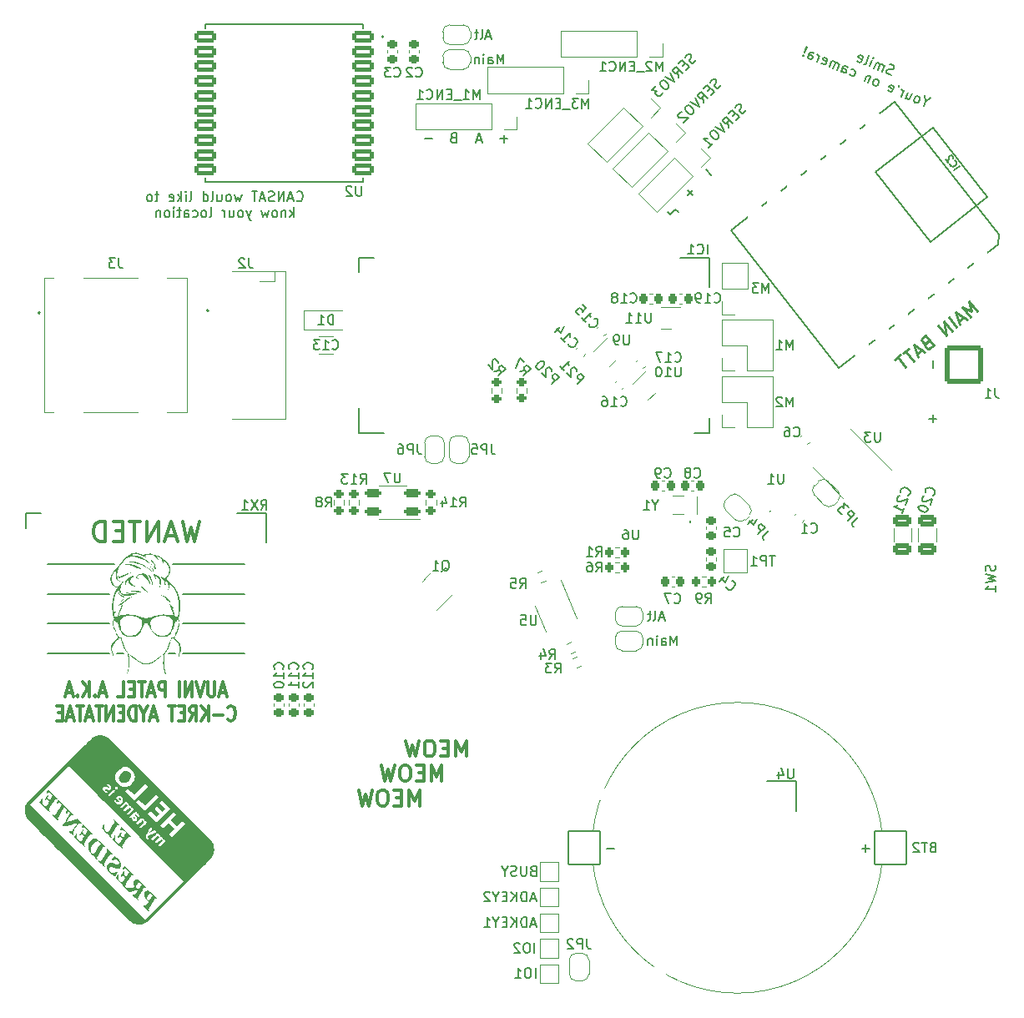
<source format=gbr>
%TF.GenerationSoftware,KiCad,Pcbnew,(6.0.5)*%
%TF.CreationDate,2024-11-08T16:15:15+00:00*%
%TF.ProjectId,Main Board,4d61696e-2042-46f6-9172-642e6b696361,rev?*%
%TF.SameCoordinates,Original*%
%TF.FileFunction,Legend,Bot*%
%TF.FilePolarity,Positive*%
%FSLAX46Y46*%
G04 Gerber Fmt 4.6, Leading zero omitted, Abs format (unit mm)*
G04 Created by KiCad (PCBNEW (6.0.5)) date 2024-11-08 16:15:15*
%MOMM*%
%LPD*%
G01*
G04 APERTURE LIST*
G04 Aperture macros list*
%AMRoundRect*
0 Rectangle with rounded corners*
0 $1 Rounding radius*
0 $2 $3 $4 $5 $6 $7 $8 $9 X,Y pos of 4 corners*
0 Add a 4 corners polygon primitive as box body*
4,1,4,$2,$3,$4,$5,$6,$7,$8,$9,$2,$3,0*
0 Add four circle primitives for the rounded corners*
1,1,$1+$1,$2,$3*
1,1,$1+$1,$4,$5*
1,1,$1+$1,$6,$7*
1,1,$1+$1,$8,$9*
0 Add four rect primitives between the rounded corners*
20,1,$1+$1,$2,$3,$4,$5,0*
20,1,$1+$1,$4,$5,$6,$7,0*
20,1,$1+$1,$6,$7,$8,$9,0*
20,1,$1+$1,$8,$9,$2,$3,0*%
%AMHorizOval*
0 Thick line with rounded ends*
0 $1 width*
0 $2 $3 position (X,Y) of the first rounded end (center of the circle)*
0 $4 $5 position (X,Y) of the second rounded end (center of the circle)*
0 Add line between two ends*
20,1,$1,$2,$3,$4,$5,0*
0 Add two circle primitives to create the rounded ends*
1,1,$1,$2,$3*
1,1,$1,$4,$5*%
%AMRotRect*
0 Rectangle, with rotation*
0 The origin of the aperture is its center*
0 $1 length*
0 $2 width*
0 $3 Rotation angle, in degrees counterclockwise*
0 Add horizontal line*
21,1,$1,$2,0,0,$3*%
%AMFreePoly0*
4,1,22,0.500000,-0.750000,0.000000,-0.750000,0.000000,-0.745033,-0.079941,-0.743568,-0.215256,-0.701293,-0.333266,-0.622738,-0.424486,-0.514219,-0.481581,-0.384460,-0.499164,-0.250000,-0.500000,-0.250000,-0.500000,0.250000,-0.499164,0.250000,-0.499963,0.256109,-0.478152,0.396186,-0.417904,0.524511,-0.324060,0.630769,-0.204165,0.706417,-0.067858,0.745374,0.000000,0.744959,0.000000,0.750000,
0.500000,0.750000,0.500000,-0.750000,0.500000,-0.750000,$1*%
%AMFreePoly1*
4,1,20,0.000000,0.744959,0.073905,0.744508,0.209726,0.703889,0.328688,0.626782,0.421226,0.519385,0.479903,0.390333,0.500000,0.250000,0.500000,-0.250000,0.499851,-0.262216,0.476331,-0.402017,0.414519,-0.529596,0.319384,-0.634700,0.198574,-0.708877,0.061801,-0.746166,0.000000,-0.745033,0.000000,-0.750000,-0.500000,-0.750000,-0.500000,0.750000,0.000000,0.750000,0.000000,0.744959,
0.000000,0.744959,$1*%
G04 Aperture macros list end*
%ADD10C,0.150000*%
%ADD11C,0.300000*%
%ADD12C,0.100000*%
%ADD13C,0.350000*%
%ADD14C,0.200000*%
%ADD15C,0.280000*%
%ADD16C,0.120000*%
%ADD17C,0.127000*%
%ADD18C,1.000000*%
%ADD19RoundRect,0.250002X-1.699998X1.699998X-1.699998X-1.699998X1.699998X-1.699998X1.699998X1.699998X0*%
%ADD20C,3.900000*%
%ADD21R,1.431000X1.431000*%
%ADD22C,1.431000*%
%ADD23RotRect,2.000000X2.000000X315.000000*%
%ADD24C,2.000000*%
%ADD25O,3.000000X5.500000*%
%ADD26R,1.665000X1.665000*%
%ADD27C,1.665000*%
%ADD28RoundRect,0.197500X0.632500X-0.197500X0.632500X0.197500X-0.632500X0.197500X-0.632500X-0.197500X0*%
%ADD29RoundRect,0.225000X-0.250000X0.225000X-0.250000X-0.225000X0.250000X-0.225000X0.250000X0.225000X0*%
%ADD30RoundRect,0.200000X0.079538X0.330604X-0.290014X0.177530X-0.079538X-0.330604X0.290014X-0.177530X0*%
%ADD31RoundRect,0.225000X0.250000X-0.225000X0.250000X0.225000X-0.250000X0.225000X-0.250000X-0.225000X0*%
%ADD32RoundRect,0.225000X0.017678X-0.335876X0.335876X-0.017678X-0.017678X0.335876X-0.335876X0.017678X0*%
%ADD33RoundRect,0.200000X0.275000X-0.200000X0.275000X0.200000X-0.275000X0.200000X-0.275000X-0.200000X0*%
%ADD34RotRect,1.700000X1.700000X135.000000*%
%ADD35HorizOval,1.700000X0.000000X0.000000X0.000000X0.000000X0*%
%ADD36FreePoly0,0.000000*%
%ADD37FreePoly1,0.000000*%
%ADD38RoundRect,0.225000X-0.017678X0.335876X-0.335876X0.017678X0.017678X-0.335876X0.335876X-0.017678X0*%
%ADD39RotRect,0.500000X0.250000X225.000000*%
%ADD40RotRect,0.900000X1.600000X225.000000*%
%ADD41C,1.700000*%
%ADD42RoundRect,0.200000X0.200000X0.275000X-0.200000X0.275000X-0.200000X-0.275000X0.200000X-0.275000X0*%
%ADD43RoundRect,0.225000X0.225000X0.250000X-0.225000X0.250000X-0.225000X-0.250000X0.225000X-0.250000X0*%
%ADD44RoundRect,0.225000X-0.225000X-0.250000X0.225000X-0.250000X0.225000X0.250000X-0.225000X0.250000X0*%
%ADD45RoundRect,1.000000X0.230873X-0.295504X-0.230873X0.295504X-0.230873X0.295504X0.230873X-0.295504X0*%
%ADD46RoundRect,0.137500X0.856062X-0.425699X-0.205954X0.933620X-0.856062X0.425699X0.205954X-0.933620X0*%
%ADD47R,1.700000X1.700000*%
%ADD48O,1.700000X1.700000*%
%ADD49R,2.200000X0.600000*%
%ADD50R,2.600000X1.800000*%
%ADD51RoundRect,0.200000X-0.200000X-0.275000X0.200000X-0.275000X0.200000X0.275000X-0.200000X0.275000X0*%
%ADD52RotRect,0.300000X0.325000X315.000000*%
%ADD53RotRect,0.300000X0.325000X45.000000*%
%ADD54RoundRect,0.250000X-0.650000X0.325000X-0.650000X-0.325000X0.650000X-0.325000X0.650000X0.325000X0*%
%ADD55R,1.500000X1.500000*%
%ADD56FreePoly0,270.000000*%
%ADD57FreePoly1,270.000000*%
%ADD58RoundRect,0.197500X-0.059581X0.659934X-0.424513X0.508774X0.059581X-0.659934X0.424513X-0.508774X0*%
%ADD59RoundRect,0.200000X-0.275000X0.200000X-0.275000X-0.200000X0.275000X-0.200000X0.275000X0.200000X0*%
%ADD60C,0.700000*%
%ADD61R,1.500000X0.800000*%
%ADD62R,2.000000X1.450000*%
%ADD63FreePoly0,90.000000*%
%ADD64FreePoly1,90.000000*%
%ADD65R,0.500000X0.250000*%
%ADD66R,0.900000X1.600000*%
%ADD67RoundRect,0.100000X1.600000X1.700000X-1.600000X1.700000X-1.600000X-1.700000X1.600000X-1.700000X0*%
%ADD68FreePoly0,315.000000*%
%ADD69FreePoly1,315.000000*%
%ADD70RoundRect,0.200000X-0.079538X-0.330604X0.290014X-0.177530X0.079538X0.330604X-0.290014X0.177530X0*%
%ADD71RoundRect,0.100000X0.521491X-0.380070X-0.380070X0.521491X-0.521491X0.380070X0.380070X-0.521491X0*%
%ADD72R,2.000000X2.000000*%
%ADD73RoundRect,0.150000X-0.309359X-0.521491X0.521491X0.309359X0.309359X0.521491X-0.521491X-0.309359X0*%
%ADD74R,1.000000X1.800000*%
%ADD75R,0.250000X0.675000*%
%ADD76R,0.575000X0.250000*%
%ADD77C,1.210000*%
%ADD78RoundRect,0.227000X0.875000X0.375000X-0.875000X0.375000X-0.875000X-0.375000X0.875000X-0.375000X0*%
G04 APERTURE END LIST*
D10*
X78285714Y-69302142D02*
X78333333Y-69349761D01*
X78476190Y-69397380D01*
X78571428Y-69397380D01*
X78714285Y-69349761D01*
X78809523Y-69254523D01*
X78857142Y-69159285D01*
X78904761Y-68968809D01*
X78904761Y-68825952D01*
X78857142Y-68635476D01*
X78809523Y-68540238D01*
X78714285Y-68445000D01*
X78571428Y-68397380D01*
X78476190Y-68397380D01*
X78333333Y-68445000D01*
X78285714Y-68492619D01*
X77904761Y-69111666D02*
X77428571Y-69111666D01*
X78000000Y-69397380D02*
X77666666Y-68397380D01*
X77333333Y-69397380D01*
X77000000Y-69397380D02*
X77000000Y-68397380D01*
X76428571Y-69397380D01*
X76428571Y-68397380D01*
X76000000Y-69349761D02*
X75857142Y-69397380D01*
X75619047Y-69397380D01*
X75523809Y-69349761D01*
X75476190Y-69302142D01*
X75428571Y-69206904D01*
X75428571Y-69111666D01*
X75476190Y-69016428D01*
X75523809Y-68968809D01*
X75619047Y-68921190D01*
X75809523Y-68873571D01*
X75904761Y-68825952D01*
X75952380Y-68778333D01*
X76000000Y-68683095D01*
X76000000Y-68587857D01*
X75952380Y-68492619D01*
X75904761Y-68445000D01*
X75809523Y-68397380D01*
X75571428Y-68397380D01*
X75428571Y-68445000D01*
X75047619Y-69111666D02*
X74571428Y-69111666D01*
X75142857Y-69397380D02*
X74809523Y-68397380D01*
X74476190Y-69397380D01*
X74285714Y-68397380D02*
X73714285Y-68397380D01*
X74000000Y-69397380D02*
X74000000Y-68397380D01*
X72714285Y-68730714D02*
X72523809Y-69397380D01*
X72333333Y-68921190D01*
X72142857Y-69397380D01*
X71952380Y-68730714D01*
X71428571Y-69397380D02*
X71523809Y-69349761D01*
X71571428Y-69302142D01*
X71619047Y-69206904D01*
X71619047Y-68921190D01*
X71571428Y-68825952D01*
X71523809Y-68778333D01*
X71428571Y-68730714D01*
X71285714Y-68730714D01*
X71190476Y-68778333D01*
X71142857Y-68825952D01*
X71095238Y-68921190D01*
X71095238Y-69206904D01*
X71142857Y-69302142D01*
X71190476Y-69349761D01*
X71285714Y-69397380D01*
X71428571Y-69397380D01*
X70238095Y-68730714D02*
X70238095Y-69397380D01*
X70666666Y-68730714D02*
X70666666Y-69254523D01*
X70619047Y-69349761D01*
X70523809Y-69397380D01*
X70380952Y-69397380D01*
X70285714Y-69349761D01*
X70238095Y-69302142D01*
X69619047Y-69397380D02*
X69714285Y-69349761D01*
X69761904Y-69254523D01*
X69761904Y-68397380D01*
X68809523Y-69397380D02*
X68809523Y-68397380D01*
X68809523Y-69349761D02*
X68904761Y-69397380D01*
X69095238Y-69397380D01*
X69190476Y-69349761D01*
X69238095Y-69302142D01*
X69285714Y-69206904D01*
X69285714Y-68921190D01*
X69238095Y-68825952D01*
X69190476Y-68778333D01*
X69095238Y-68730714D01*
X68904761Y-68730714D01*
X68809523Y-68778333D01*
X67428571Y-69397380D02*
X67523809Y-69349761D01*
X67571428Y-69254523D01*
X67571428Y-68397380D01*
X67047619Y-69397380D02*
X67047619Y-68730714D01*
X67047619Y-68397380D02*
X67095238Y-68445000D01*
X67047619Y-68492619D01*
X67000000Y-68445000D01*
X67047619Y-68397380D01*
X67047619Y-68492619D01*
X66571428Y-69397380D02*
X66571428Y-68397380D01*
X66476190Y-69016428D02*
X66190476Y-69397380D01*
X66190476Y-68730714D02*
X66571428Y-69111666D01*
X65380952Y-69349761D02*
X65476190Y-69397380D01*
X65666666Y-69397380D01*
X65761904Y-69349761D01*
X65809523Y-69254523D01*
X65809523Y-68873571D01*
X65761904Y-68778333D01*
X65666666Y-68730714D01*
X65476190Y-68730714D01*
X65380952Y-68778333D01*
X65333333Y-68873571D01*
X65333333Y-68968809D01*
X65809523Y-69064047D01*
X64285714Y-68730714D02*
X63904761Y-68730714D01*
X64142857Y-68397380D02*
X64142857Y-69254523D01*
X64095238Y-69349761D01*
X64000000Y-69397380D01*
X63904761Y-69397380D01*
X63428571Y-69397380D02*
X63523809Y-69349761D01*
X63571428Y-69302142D01*
X63619047Y-69206904D01*
X63619047Y-68921190D01*
X63571428Y-68825952D01*
X63523809Y-68778333D01*
X63428571Y-68730714D01*
X63285714Y-68730714D01*
X63190476Y-68778333D01*
X63142857Y-68825952D01*
X63095238Y-68921190D01*
X63095238Y-69206904D01*
X63142857Y-69302142D01*
X63190476Y-69349761D01*
X63285714Y-69397380D01*
X63428571Y-69397380D01*
X77976190Y-71007380D02*
X77976190Y-70007380D01*
X77880952Y-70626428D02*
X77595238Y-71007380D01*
X77595238Y-70340714D02*
X77976190Y-70721666D01*
X77166666Y-70340714D02*
X77166666Y-71007380D01*
X77166666Y-70435952D02*
X77119047Y-70388333D01*
X77023809Y-70340714D01*
X76880952Y-70340714D01*
X76785714Y-70388333D01*
X76738095Y-70483571D01*
X76738095Y-71007380D01*
X76119047Y-71007380D02*
X76214285Y-70959761D01*
X76261904Y-70912142D01*
X76309523Y-70816904D01*
X76309523Y-70531190D01*
X76261904Y-70435952D01*
X76214285Y-70388333D01*
X76119047Y-70340714D01*
X75976190Y-70340714D01*
X75880952Y-70388333D01*
X75833333Y-70435952D01*
X75785714Y-70531190D01*
X75785714Y-70816904D01*
X75833333Y-70912142D01*
X75880952Y-70959761D01*
X75976190Y-71007380D01*
X76119047Y-71007380D01*
X75452380Y-70340714D02*
X75261904Y-71007380D01*
X75071428Y-70531190D01*
X74880952Y-71007380D01*
X74690476Y-70340714D01*
X73642857Y-70340714D02*
X73404761Y-71007380D01*
X73166666Y-70340714D02*
X73404761Y-71007380D01*
X73500000Y-71245476D01*
X73547619Y-71293095D01*
X73642857Y-71340714D01*
X72642857Y-71007380D02*
X72738095Y-70959761D01*
X72785714Y-70912142D01*
X72833333Y-70816904D01*
X72833333Y-70531190D01*
X72785714Y-70435952D01*
X72738095Y-70388333D01*
X72642857Y-70340714D01*
X72500000Y-70340714D01*
X72404761Y-70388333D01*
X72357142Y-70435952D01*
X72309523Y-70531190D01*
X72309523Y-70816904D01*
X72357142Y-70912142D01*
X72404761Y-70959761D01*
X72500000Y-71007380D01*
X72642857Y-71007380D01*
X71452380Y-70340714D02*
X71452380Y-71007380D01*
X71880952Y-70340714D02*
X71880952Y-70864523D01*
X71833333Y-70959761D01*
X71738095Y-71007380D01*
X71595238Y-71007380D01*
X71500000Y-70959761D01*
X71452380Y-70912142D01*
X70976190Y-71007380D02*
X70976190Y-70340714D01*
X70976190Y-70531190D02*
X70928571Y-70435952D01*
X70880952Y-70388333D01*
X70785714Y-70340714D01*
X70690476Y-70340714D01*
X69452380Y-71007380D02*
X69547619Y-70959761D01*
X69595238Y-70864523D01*
X69595238Y-70007380D01*
X68928571Y-71007380D02*
X69023809Y-70959761D01*
X69071428Y-70912142D01*
X69119047Y-70816904D01*
X69119047Y-70531190D01*
X69071428Y-70435952D01*
X69023809Y-70388333D01*
X68928571Y-70340714D01*
X68785714Y-70340714D01*
X68690476Y-70388333D01*
X68642857Y-70435952D01*
X68595238Y-70531190D01*
X68595238Y-70816904D01*
X68642857Y-70912142D01*
X68690476Y-70959761D01*
X68785714Y-71007380D01*
X68928571Y-71007380D01*
X67738095Y-70959761D02*
X67833333Y-71007380D01*
X68023809Y-71007380D01*
X68119047Y-70959761D01*
X68166666Y-70912142D01*
X68214285Y-70816904D01*
X68214285Y-70531190D01*
X68166666Y-70435952D01*
X68119047Y-70388333D01*
X68023809Y-70340714D01*
X67833333Y-70340714D01*
X67738095Y-70388333D01*
X66880952Y-71007380D02*
X66880952Y-70483571D01*
X66928571Y-70388333D01*
X67023809Y-70340714D01*
X67214285Y-70340714D01*
X67309523Y-70388333D01*
X66880952Y-70959761D02*
X66976190Y-71007380D01*
X67214285Y-71007380D01*
X67309523Y-70959761D01*
X67357142Y-70864523D01*
X67357142Y-70769285D01*
X67309523Y-70674047D01*
X67214285Y-70626428D01*
X66976190Y-70626428D01*
X66880952Y-70578809D01*
X66547619Y-70340714D02*
X66166666Y-70340714D01*
X66404761Y-70007380D02*
X66404761Y-70864523D01*
X66357142Y-70959761D01*
X66261904Y-71007380D01*
X66166666Y-71007380D01*
X65833333Y-71007380D02*
X65833333Y-70340714D01*
X65833333Y-70007380D02*
X65880952Y-70055000D01*
X65833333Y-70102619D01*
X65785714Y-70055000D01*
X65833333Y-70007380D01*
X65833333Y-70102619D01*
X65214285Y-71007380D02*
X65309523Y-70959761D01*
X65357142Y-70912142D01*
X65404761Y-70816904D01*
X65404761Y-70531190D01*
X65357142Y-70435952D01*
X65309523Y-70388333D01*
X65214285Y-70340714D01*
X65071428Y-70340714D01*
X64976190Y-70388333D01*
X64928571Y-70435952D01*
X64880952Y-70531190D01*
X64880952Y-70816904D01*
X64928571Y-70912142D01*
X64976190Y-70959761D01*
X65071428Y-71007380D01*
X65214285Y-71007380D01*
X64452380Y-70340714D02*
X64452380Y-71007380D01*
X64452380Y-70435952D02*
X64404761Y-70388333D01*
X64309523Y-70340714D01*
X64166666Y-70340714D01*
X64071428Y-70388333D01*
X64023809Y-70483571D01*
X64023809Y-71007380D01*
D11*
X90759523Y-130723809D02*
X90759523Y-129123809D01*
X90226190Y-130266666D01*
X89692857Y-129123809D01*
X89692857Y-130723809D01*
X88930952Y-129885714D02*
X88397619Y-129885714D01*
X88169047Y-130723809D02*
X88930952Y-130723809D01*
X88930952Y-129123809D01*
X88169047Y-129123809D01*
X87178571Y-129123809D02*
X86873809Y-129123809D01*
X86721428Y-129200000D01*
X86569047Y-129352380D01*
X86492857Y-129657142D01*
X86492857Y-130190476D01*
X86569047Y-130495238D01*
X86721428Y-130647619D01*
X86873809Y-130723809D01*
X87178571Y-130723809D01*
X87330952Y-130647619D01*
X87483333Y-130495238D01*
X87559523Y-130190476D01*
X87559523Y-129657142D01*
X87483333Y-129352380D01*
X87330952Y-129200000D01*
X87178571Y-129123809D01*
X85959523Y-129123809D02*
X85578571Y-130723809D01*
X85273809Y-129580952D01*
X84969047Y-130723809D01*
X84588095Y-129123809D01*
X93009523Y-128223809D02*
X93009523Y-126623809D01*
X92476190Y-127766666D01*
X91942857Y-126623809D01*
X91942857Y-128223809D01*
X91180952Y-127385714D02*
X90647619Y-127385714D01*
X90419047Y-128223809D02*
X91180952Y-128223809D01*
X91180952Y-126623809D01*
X90419047Y-126623809D01*
X89428571Y-126623809D02*
X89123809Y-126623809D01*
X88971428Y-126700000D01*
X88819047Y-126852380D01*
X88742857Y-127157142D01*
X88742857Y-127690476D01*
X88819047Y-127995238D01*
X88971428Y-128147619D01*
X89123809Y-128223809D01*
X89428571Y-128223809D01*
X89580952Y-128147619D01*
X89733333Y-127995238D01*
X89809523Y-127690476D01*
X89809523Y-127157142D01*
X89733333Y-126852380D01*
X89580952Y-126700000D01*
X89428571Y-126623809D01*
X88209523Y-126623809D02*
X87828571Y-128223809D01*
X87523809Y-127080952D01*
X87219047Y-128223809D01*
X86838095Y-126623809D01*
X95509523Y-125723809D02*
X95509523Y-124123809D01*
X94976190Y-125266666D01*
X94442857Y-124123809D01*
X94442857Y-125723809D01*
X93680952Y-124885714D02*
X93147619Y-124885714D01*
X92919047Y-125723809D02*
X93680952Y-125723809D01*
X93680952Y-124123809D01*
X92919047Y-124123809D01*
X91928571Y-124123809D02*
X91623809Y-124123809D01*
X91471428Y-124200000D01*
X91319047Y-124352380D01*
X91242857Y-124657142D01*
X91242857Y-125190476D01*
X91319047Y-125495238D01*
X91471428Y-125647619D01*
X91623809Y-125723809D01*
X91928571Y-125723809D01*
X92080952Y-125647619D01*
X92233333Y-125495238D01*
X92309523Y-125190476D01*
X92309523Y-124657142D01*
X92233333Y-124352380D01*
X92080952Y-124200000D01*
X91928571Y-124123809D01*
X90709523Y-124123809D02*
X90328571Y-125723809D01*
X90023809Y-124580952D01*
X89719047Y-125723809D01*
X89338095Y-124123809D01*
D10*
X75200000Y-101050000D02*
X72200001Y-101050002D01*
X84600000Y-92900000D02*
X87150000Y-92900000D01*
X120150000Y-92900000D02*
X120150000Y-91400000D01*
X116173816Y-70751447D02*
X116712632Y-70212631D01*
X53000000Y-112250000D02*
X59250000Y-112250000D01*
X53000000Y-109250000D02*
X59250000Y-109250000D01*
X115886448Y-70464078D02*
X116173816Y-70751447D01*
X128950000Y-128250000D02*
X125950000Y-128250000D01*
X84600000Y-75100000D02*
X86100000Y-75100000D01*
X60750000Y-115250000D02*
X60000000Y-115250000D01*
X120150000Y-75100000D02*
X117150000Y-75100000D01*
D12*
X82900000Y-80450000D02*
X79000000Y-80450000D01*
D10*
X73000000Y-109250000D02*
X66750000Y-109250000D01*
D12*
X79000000Y-80450000D02*
X79000000Y-82450000D01*
X82000000Y-83100000D02*
X80550000Y-83100000D01*
D10*
X73000000Y-106250000D02*
X65750000Y-106250000D01*
X66000000Y-115250000D02*
X65250000Y-115250000D01*
X50800000Y-101050000D02*
X52300000Y-101050000D01*
D12*
X79000000Y-82450000D02*
X82925000Y-82450000D01*
D10*
X116712632Y-70212631D02*
X117000000Y-70500000D01*
X59250000Y-115250000D02*
X53000000Y-115250000D01*
X53000000Y-106250000D02*
X59750000Y-106250000D01*
X75200000Y-101050000D02*
X75200000Y-104049999D01*
D12*
X82000000Y-84900000D02*
X80550000Y-84900000D01*
D10*
X73000000Y-115250000D02*
X66750000Y-115250000D01*
X73000000Y-112250000D02*
X66750000Y-112250000D01*
X128950000Y-128250000D02*
X128950000Y-131250000D01*
X50800000Y-101050000D02*
X50800000Y-102550000D01*
X84600000Y-75100000D02*
X84600000Y-76600000D01*
X84600000Y-92900000D02*
X84600000Y-90350000D01*
X120150000Y-75100000D02*
X120150000Y-78100000D01*
X120150000Y-92900000D02*
X118650000Y-92900000D01*
X119781133Y-66180118D02*
X120319881Y-66718866D01*
X94148571Y-62928571D02*
X94005714Y-62976190D01*
X93958095Y-63023809D01*
X93910476Y-63119047D01*
X93910476Y-63261904D01*
X93958095Y-63357142D01*
X94005714Y-63404761D01*
X94100952Y-63452380D01*
X94481904Y-63452380D01*
X94481904Y-62452380D01*
X94148571Y-62452380D01*
X94053333Y-62500000D01*
X94005714Y-62547619D01*
X93958095Y-62642857D01*
X93958095Y-62738095D01*
X94005714Y-62833333D01*
X94053333Y-62880952D01*
X94148571Y-62928571D01*
X94481904Y-62928571D01*
D13*
X68428571Y-101904761D02*
X67952380Y-103904761D01*
X67571428Y-102476190D01*
X67190476Y-103904761D01*
X66714285Y-101904761D01*
X66047619Y-103333333D02*
X65095238Y-103333333D01*
X66238095Y-103904761D02*
X65571428Y-101904761D01*
X64904761Y-103904761D01*
X64238095Y-103904761D02*
X64238095Y-101904761D01*
X63095238Y-103904761D01*
X63095238Y-101904761D01*
X62428571Y-101904761D02*
X61285714Y-101904761D01*
X61857142Y-103904761D02*
X61857142Y-101904761D01*
X60619047Y-102857142D02*
X59952380Y-102857142D01*
X59666666Y-103904761D02*
X60619047Y-103904761D01*
X60619047Y-101904761D01*
X59666666Y-101904761D01*
X58809523Y-103904761D02*
X58809523Y-101904761D01*
X58333333Y-101904761D01*
X58047619Y-102000000D01*
X57857142Y-102190476D01*
X57761904Y-102380952D01*
X57666666Y-102761904D01*
X57666666Y-103047619D01*
X57761904Y-103428571D01*
X57857142Y-103619047D01*
X58047619Y-103809523D01*
X58333333Y-103904761D01*
X58809523Y-103904761D01*
D10*
X99680952Y-63071428D02*
X98919047Y-63071428D01*
X99300000Y-63452380D02*
X99300000Y-62690476D01*
D11*
X71057142Y-119250000D02*
X70485714Y-119250000D01*
X71171428Y-119678571D02*
X70771428Y-118178571D01*
X70371428Y-119678571D01*
X69971428Y-118178571D02*
X69971428Y-119392857D01*
X69914285Y-119535714D01*
X69857142Y-119607142D01*
X69742857Y-119678571D01*
X69514285Y-119678571D01*
X69400000Y-119607142D01*
X69342857Y-119535714D01*
X69285714Y-119392857D01*
X69285714Y-118178571D01*
X68885714Y-118178571D02*
X68485714Y-119678571D01*
X68085714Y-118178571D01*
X67685714Y-119678571D02*
X67685714Y-118178571D01*
X67000000Y-119678571D01*
X67000000Y-118178571D01*
X66428571Y-119678571D02*
X66428571Y-118178571D01*
X64942857Y-119678571D02*
X64942857Y-118178571D01*
X64485714Y-118178571D01*
X64371428Y-118250000D01*
X64314285Y-118321428D01*
X64257142Y-118464285D01*
X64257142Y-118678571D01*
X64314285Y-118821428D01*
X64371428Y-118892857D01*
X64485714Y-118964285D01*
X64942857Y-118964285D01*
X63800000Y-119250000D02*
X63228571Y-119250000D01*
X63914285Y-119678571D02*
X63514285Y-118178571D01*
X63114285Y-119678571D01*
X62885714Y-118178571D02*
X62200000Y-118178571D01*
X62542857Y-119678571D02*
X62542857Y-118178571D01*
X61800000Y-118892857D02*
X61400000Y-118892857D01*
X61228571Y-119678571D02*
X61800000Y-119678571D01*
X61800000Y-118178571D01*
X61228571Y-118178571D01*
X60142857Y-119678571D02*
X60714285Y-119678571D01*
X60714285Y-118178571D01*
X58885714Y-119250000D02*
X58314285Y-119250000D01*
X59000000Y-119678571D02*
X58600000Y-118178571D01*
X58200000Y-119678571D01*
X57800000Y-119535714D02*
X57742857Y-119607142D01*
X57800000Y-119678571D01*
X57857142Y-119607142D01*
X57800000Y-119535714D01*
X57800000Y-119678571D01*
X57228571Y-119678571D02*
X57228571Y-118178571D01*
X56542857Y-119678571D02*
X57057142Y-118821428D01*
X56542857Y-118178571D02*
X57228571Y-119035714D01*
X56028571Y-119535714D02*
X55971428Y-119607142D01*
X56028571Y-119678571D01*
X56085714Y-119607142D01*
X56028571Y-119535714D01*
X56028571Y-119678571D01*
X55514285Y-119250000D02*
X54942857Y-119250000D01*
X55628571Y-119678571D02*
X55228571Y-118178571D01*
X54828571Y-119678571D01*
X71314285Y-121950714D02*
X71371428Y-122022142D01*
X71542857Y-122093571D01*
X71657142Y-122093571D01*
X71828571Y-122022142D01*
X71942857Y-121879285D01*
X72000000Y-121736428D01*
X72057142Y-121450714D01*
X72057142Y-121236428D01*
X72000000Y-120950714D01*
X71942857Y-120807857D01*
X71828571Y-120665000D01*
X71657142Y-120593571D01*
X71542857Y-120593571D01*
X71371428Y-120665000D01*
X71314285Y-120736428D01*
X70800000Y-121522142D02*
X69885714Y-121522142D01*
X69314285Y-122093571D02*
X69314285Y-120593571D01*
X68628571Y-122093571D02*
X69142857Y-121236428D01*
X68628571Y-120593571D02*
X69314285Y-121450714D01*
X67428571Y-122093571D02*
X67828571Y-121379285D01*
X68114285Y-122093571D02*
X68114285Y-120593571D01*
X67657142Y-120593571D01*
X67542857Y-120665000D01*
X67485714Y-120736428D01*
X67428571Y-120879285D01*
X67428571Y-121093571D01*
X67485714Y-121236428D01*
X67542857Y-121307857D01*
X67657142Y-121379285D01*
X68114285Y-121379285D01*
X66914285Y-121307857D02*
X66514285Y-121307857D01*
X66342857Y-122093571D02*
X66914285Y-122093571D01*
X66914285Y-120593571D01*
X66342857Y-120593571D01*
X66000000Y-120593571D02*
X65314285Y-120593571D01*
X65657142Y-122093571D02*
X65657142Y-120593571D01*
X64057142Y-121665000D02*
X63485714Y-121665000D01*
X64171428Y-122093571D02*
X63771428Y-120593571D01*
X63371428Y-122093571D01*
X62742857Y-121379285D02*
X62742857Y-122093571D01*
X63142857Y-120593571D02*
X62742857Y-121379285D01*
X62342857Y-120593571D01*
X61942857Y-122093571D02*
X61942857Y-120593571D01*
X61657142Y-120593571D01*
X61485714Y-120665000D01*
X61371428Y-120807857D01*
X61314285Y-120950714D01*
X61257142Y-121236428D01*
X61257142Y-121450714D01*
X61314285Y-121736428D01*
X61371428Y-121879285D01*
X61485714Y-122022142D01*
X61657142Y-122093571D01*
X61942857Y-122093571D01*
X60742857Y-121307857D02*
X60342857Y-121307857D01*
X60171428Y-122093571D02*
X60742857Y-122093571D01*
X60742857Y-120593571D01*
X60171428Y-120593571D01*
X59657142Y-122093571D02*
X59657142Y-120593571D01*
X58971428Y-122093571D01*
X58971428Y-120593571D01*
X58571428Y-120593571D02*
X57885714Y-120593571D01*
X58228571Y-122093571D02*
X58228571Y-120593571D01*
X57542857Y-121665000D02*
X56971428Y-121665000D01*
X57657142Y-122093571D02*
X57257142Y-120593571D01*
X56857142Y-122093571D01*
X56628571Y-120593571D02*
X55942857Y-120593571D01*
X56285714Y-122093571D02*
X56285714Y-120593571D01*
X55600000Y-121665000D02*
X55028571Y-121665000D01*
X55714285Y-122093571D02*
X55314285Y-120593571D01*
X54914285Y-122093571D01*
X54514285Y-121307857D02*
X54114285Y-121307857D01*
X53942857Y-122093571D02*
X54514285Y-122093571D01*
X54514285Y-120593571D01*
X53942857Y-120593571D01*
D14*
X138592891Y-56555821D02*
X138442686Y-56545146D01*
X138222714Y-56454031D01*
X138152949Y-56373591D01*
X138127177Y-56311374D01*
X138119629Y-56205162D01*
X138156075Y-56117174D01*
X138236516Y-56047408D01*
X138298733Y-56021637D01*
X138404944Y-56014089D01*
X138599144Y-56042987D01*
X138705356Y-56035438D01*
X138767573Y-56009667D01*
X138848014Y-55939902D01*
X138884460Y-55851913D01*
X138876911Y-55745701D01*
X138851140Y-55683484D01*
X138781375Y-55603044D01*
X138561403Y-55511929D01*
X138411198Y-55501254D01*
X137650789Y-56217132D02*
X137905911Y-55601212D01*
X137869465Y-55689201D02*
X137843694Y-55626984D01*
X137773928Y-55546543D01*
X137641945Y-55491874D01*
X137535734Y-55499422D01*
X137455294Y-55569188D01*
X137254840Y-56053125D01*
X137455294Y-55569188D02*
X137447745Y-55462976D01*
X137377980Y-55382536D01*
X137245997Y-55327867D01*
X137139786Y-55335415D01*
X137059345Y-55405181D01*
X136858892Y-55889118D01*
X136418949Y-55706887D02*
X136674072Y-55090968D01*
X136801633Y-54783008D02*
X136827404Y-54845225D01*
X136765187Y-54870996D01*
X136739416Y-54808779D01*
X136801633Y-54783008D01*
X136765187Y-54870996D01*
X135847024Y-55469988D02*
X135953236Y-55462440D01*
X136033676Y-55392674D01*
X136361690Y-54600778D01*
X135161339Y-55134426D02*
X135231104Y-55214866D01*
X135407081Y-55287758D01*
X135513293Y-55280210D01*
X135593733Y-55210444D01*
X135739517Y-54858490D01*
X135731969Y-54752279D01*
X135662204Y-54671838D01*
X135486227Y-54598946D01*
X135380015Y-54606494D01*
X135299575Y-54676260D01*
X135263129Y-54764248D01*
X135666625Y-55034467D01*
X142078265Y-59278279D02*
X141896035Y-59718222D01*
X142586678Y-58921903D02*
X142078265Y-59278279D01*
X141970758Y-58666781D01*
X141148132Y-59408430D02*
X141254344Y-59400882D01*
X141316561Y-59375111D01*
X141397002Y-59305346D01*
X141506340Y-59041380D01*
X141498791Y-58935168D01*
X141473020Y-58872951D01*
X141403255Y-58792511D01*
X141271272Y-58737842D01*
X141165060Y-58745390D01*
X141102843Y-58771161D01*
X141022403Y-58840927D01*
X140913065Y-59104892D01*
X140920613Y-59211104D01*
X140946384Y-59273321D01*
X141016150Y-59353761D01*
X141148132Y-59408430D01*
X140303398Y-58336935D02*
X140048276Y-58952855D01*
X140699346Y-58500942D02*
X140498893Y-58984879D01*
X140418453Y-59054645D01*
X140312241Y-59062193D01*
X140180259Y-59007524D01*
X140110493Y-58927084D01*
X140084722Y-58864866D01*
X139608333Y-58770625D02*
X139863455Y-58154705D01*
X139790563Y-58330682D02*
X139783015Y-58224471D01*
X139757244Y-58162253D01*
X139687478Y-58081813D01*
X139599490Y-58045367D01*
X139375097Y-57591623D02*
X139390193Y-57804046D01*
X138262734Y-58161717D02*
X138332500Y-58242157D01*
X138508477Y-58315049D01*
X138614688Y-58307501D01*
X138695128Y-58237736D01*
X138840913Y-57885781D01*
X138833364Y-57779570D01*
X138763599Y-57699130D01*
X138587622Y-57626237D01*
X138481410Y-57633786D01*
X138400970Y-57703551D01*
X138364524Y-57791540D01*
X138768021Y-58061758D01*
X136968677Y-57677244D02*
X137074889Y-57669695D01*
X137137106Y-57643924D01*
X137217547Y-57574159D01*
X137326885Y-57310193D01*
X137319336Y-57203981D01*
X137293565Y-57141764D01*
X137223800Y-57061324D01*
X137091817Y-57006655D01*
X136985605Y-57014203D01*
X136923388Y-57039974D01*
X136842948Y-57109740D01*
X136733610Y-57373705D01*
X136741158Y-57479917D01*
X136766929Y-57542134D01*
X136836695Y-57622574D01*
X136968677Y-57677244D01*
X136519891Y-56769755D02*
X136264769Y-57385675D01*
X136483445Y-56857744D02*
X136457674Y-56795527D01*
X136387909Y-56715086D01*
X136255926Y-56660417D01*
X136149714Y-56667966D01*
X136069274Y-56737731D01*
X135868821Y-57221668D01*
X134347245Y-56539868D02*
X134417010Y-56620308D01*
X134592987Y-56693200D01*
X134699199Y-56685652D01*
X134761416Y-56659881D01*
X134841856Y-56590115D01*
X134951194Y-56326150D01*
X134943646Y-56219938D01*
X134917875Y-56157721D01*
X134848109Y-56077281D01*
X134672132Y-56004389D01*
X134565921Y-56011937D01*
X133537125Y-56255848D02*
X133737578Y-55771911D01*
X133818018Y-55702146D01*
X133924230Y-55694597D01*
X134100207Y-55767489D01*
X134169972Y-55847930D01*
X133555348Y-56211854D02*
X133625113Y-56292294D01*
X133845085Y-56383409D01*
X133951296Y-56375861D01*
X134031737Y-56306095D01*
X134068183Y-56218107D01*
X134060634Y-56111895D01*
X133990869Y-56031455D01*
X133770898Y-55940340D01*
X133701132Y-55859900D01*
X133097182Y-56073618D02*
X133352304Y-55457698D01*
X133315858Y-55545687D02*
X133290087Y-55483469D01*
X133220322Y-55403029D01*
X133088339Y-55348360D01*
X132982127Y-55355908D01*
X132901687Y-55425674D01*
X132701234Y-55909611D01*
X132901687Y-55425674D02*
X132894139Y-55319462D01*
X132824373Y-55239022D01*
X132692391Y-55184353D01*
X132586179Y-55191901D01*
X132505739Y-55261666D01*
X132305285Y-55745603D01*
X131531612Y-55373595D02*
X131601377Y-55454035D01*
X131777354Y-55526927D01*
X131883566Y-55519379D01*
X131964006Y-55449613D01*
X132109790Y-55097659D01*
X132102242Y-54991448D01*
X132032477Y-54911007D01*
X131856500Y-54838115D01*
X131750288Y-54845664D01*
X131669848Y-54915429D01*
X131633402Y-55003418D01*
X132036898Y-55273636D01*
X131073446Y-55235359D02*
X131328568Y-54619439D01*
X131255676Y-54795416D02*
X131248128Y-54689205D01*
X131222357Y-54626987D01*
X131152591Y-54546547D01*
X131064603Y-54510101D01*
X130105572Y-54834452D02*
X130306026Y-54350515D01*
X130386466Y-54280750D01*
X130492677Y-54273202D01*
X130668654Y-54346094D01*
X130738420Y-54426534D01*
X130123795Y-54790458D02*
X130193561Y-54870898D01*
X130413532Y-54962013D01*
X130519744Y-54954465D01*
X130600184Y-54884700D01*
X130636630Y-54796711D01*
X130629082Y-54690500D01*
X130559316Y-54610059D01*
X130339345Y-54518944D01*
X130269579Y-54438504D01*
X129702076Y-54564234D02*
X129639858Y-54590005D01*
X129665630Y-54652222D01*
X129727847Y-54626451D01*
X129702076Y-54564234D01*
X129665630Y-54652222D01*
X129811414Y-54300268D02*
X130074084Y-53790560D01*
X130048313Y-53728343D01*
X129986096Y-53754114D01*
X129811414Y-54300268D01*
X130048313Y-53728343D01*
D10*
X96998095Y-63166666D02*
X96521904Y-63166666D01*
X97093333Y-63452380D02*
X96760000Y-62452380D01*
X96426666Y-63452380D01*
X118468866Y-68819881D02*
X117930118Y-68281133D01*
X117930118Y-68819881D02*
X118468866Y-68281133D01*
X92060952Y-63071428D02*
X91299047Y-63071428D01*
%TO.C,J1*%
X149133333Y-88352380D02*
X149133333Y-89066666D01*
X149180952Y-89209523D01*
X149276190Y-89304761D01*
X149419047Y-89352380D01*
X149514285Y-89352380D01*
X148133333Y-89352380D02*
X148704761Y-89352380D01*
X148419047Y-89352380D02*
X148419047Y-88352380D01*
X148514285Y-88495238D01*
X148609523Y-88590476D01*
X148704761Y-88638095D01*
D15*
X147295079Y-80585940D02*
X146494719Y-79561526D01*
X146724934Y-80560037D01*
X145811777Y-80095100D01*
X146612137Y-81119514D01*
X145944428Y-81169835D02*
X145456612Y-81550959D01*
X146270665Y-81386300D02*
X145128834Y-80628673D01*
X145587723Y-81919874D01*
X145246251Y-82186660D02*
X144445891Y-81162246D01*
X144758435Y-82567784D02*
X143958075Y-81543370D01*
X144173056Y-83025133D01*
X143372696Y-82000719D01*
X142144026Y-83746243D02*
X142035794Y-83909362D01*
X142025124Y-83996256D01*
X142052568Y-84131932D01*
X142166905Y-84278276D01*
X142291911Y-84337727D01*
X142378805Y-84348396D01*
X142514481Y-84320953D01*
X142904734Y-84016054D01*
X142104374Y-82991640D01*
X141762902Y-83258427D01*
X141703452Y-83383433D01*
X141692782Y-83470327D01*
X141720225Y-83606003D01*
X141796450Y-83703566D01*
X141921457Y-83763017D01*
X142008351Y-83773686D01*
X142144026Y-83746243D01*
X142485497Y-83479457D01*
X141700427Y-84485612D02*
X141212611Y-84866736D01*
X142026664Y-84702077D02*
X140884833Y-83944450D01*
X141343722Y-85235650D01*
X140348235Y-84363686D02*
X139762856Y-84821034D01*
X140855906Y-85616774D02*
X140055546Y-84592360D01*
X139567730Y-84973484D02*
X138982350Y-85430832D01*
X140075400Y-86226572D02*
X139275040Y-85202158D01*
D10*
X142828571Y-86330952D02*
X142828571Y-85569047D01*
X142828571Y-91830952D02*
X142828571Y-91069047D01*
X142447619Y-91450000D02*
X143209523Y-91450000D01*
%TO.C,RX1*%
X74642857Y-100702380D02*
X74976190Y-100226190D01*
X75214285Y-100702380D02*
X75214285Y-99702380D01*
X74833333Y-99702380D01*
X74738095Y-99750000D01*
X74690476Y-99797619D01*
X74642857Y-99892857D01*
X74642857Y-100035714D01*
X74690476Y-100130952D01*
X74738095Y-100178571D01*
X74833333Y-100226190D01*
X75214285Y-100226190D01*
X74309523Y-99702380D02*
X73642857Y-100702380D01*
X73642857Y-99702380D02*
X74309523Y-100702380D01*
X72738095Y-100702380D02*
X73309523Y-100702380D01*
X73023809Y-100702380D02*
X73023809Y-99702380D01*
X73119047Y-99845238D01*
X73214285Y-99940476D01*
X73309523Y-99988095D01*
%TO.C,D1*%
X81988095Y-81902380D02*
X81988095Y-80902380D01*
X81750000Y-80902380D01*
X81607142Y-80950000D01*
X81511904Y-81045238D01*
X81464285Y-81140476D01*
X81416666Y-81330952D01*
X81416666Y-81473809D01*
X81464285Y-81664285D01*
X81511904Y-81759523D01*
X81607142Y-81854761D01*
X81750000Y-81902380D01*
X81988095Y-81902380D01*
X80464285Y-81902380D02*
X81035714Y-81902380D01*
X80750000Y-81902380D02*
X80750000Y-80902380D01*
X80845238Y-81045238D01*
X80940476Y-81140476D01*
X81035714Y-81188095D01*
%TO.C,SW1*%
X149104761Y-106341666D02*
X149152380Y-106484523D01*
X149152380Y-106722619D01*
X149104761Y-106817857D01*
X149057142Y-106865476D01*
X148961904Y-106913095D01*
X148866666Y-106913095D01*
X148771428Y-106865476D01*
X148723809Y-106817857D01*
X148676190Y-106722619D01*
X148628571Y-106532142D01*
X148580952Y-106436904D01*
X148533333Y-106389285D01*
X148438095Y-106341666D01*
X148342857Y-106341666D01*
X148247619Y-106389285D01*
X148200000Y-106436904D01*
X148152380Y-106532142D01*
X148152380Y-106770238D01*
X148200000Y-106913095D01*
X148152380Y-107246428D02*
X149152380Y-107484523D01*
X148438095Y-107675000D01*
X149152380Y-107865476D01*
X148152380Y-108103571D01*
X149152380Y-109008333D02*
X149152380Y-108436904D01*
X149152380Y-108722619D02*
X148152380Y-108722619D01*
X148295238Y-108627380D01*
X148390476Y-108532142D01*
X148438095Y-108436904D01*
%TO.C,C13*%
X81892857Y-84357142D02*
X81940476Y-84404761D01*
X82083333Y-84452380D01*
X82178571Y-84452380D01*
X82321428Y-84404761D01*
X82416666Y-84309523D01*
X82464285Y-84214285D01*
X82511904Y-84023809D01*
X82511904Y-83880952D01*
X82464285Y-83690476D01*
X82416666Y-83595238D01*
X82321428Y-83500000D01*
X82178571Y-83452380D01*
X82083333Y-83452380D01*
X81940476Y-83500000D01*
X81892857Y-83547619D01*
X80940476Y-84452380D02*
X81511904Y-84452380D01*
X81226190Y-84452380D02*
X81226190Y-83452380D01*
X81321428Y-83595238D01*
X81416666Y-83690476D01*
X81511904Y-83738095D01*
X80607142Y-83452380D02*
X79988095Y-83452380D01*
X80321428Y-83833333D01*
X80178571Y-83833333D01*
X80083333Y-83880952D01*
X80035714Y-83928571D01*
X79988095Y-84023809D01*
X79988095Y-84261904D01*
X80035714Y-84357142D01*
X80083333Y-84404761D01*
X80178571Y-84452380D01*
X80464285Y-84452380D01*
X80559523Y-84404761D01*
X80607142Y-84357142D01*
%TO.C,U4*%
X128661904Y-126952380D02*
X128661904Y-127761904D01*
X128614285Y-127857142D01*
X128566666Y-127904761D01*
X128471428Y-127952380D01*
X128280952Y-127952380D01*
X128185714Y-127904761D01*
X128138095Y-127857142D01*
X128090476Y-127761904D01*
X128090476Y-126952380D01*
X127185714Y-127285714D02*
X127185714Y-127952380D01*
X127423809Y-126904761D02*
X127661904Y-127619047D01*
X127042857Y-127619047D01*
%TO.C,IC1*%
X119976190Y-74752380D02*
X119976190Y-73752380D01*
X118928571Y-74657142D02*
X118976190Y-74704761D01*
X119119047Y-74752380D01*
X119214285Y-74752380D01*
X119357142Y-74704761D01*
X119452380Y-74609523D01*
X119500000Y-74514285D01*
X119547619Y-74323809D01*
X119547619Y-74180952D01*
X119500000Y-73990476D01*
X119452380Y-73895238D01*
X119357142Y-73800000D01*
X119214285Y-73752380D01*
X119119047Y-73752380D01*
X118976190Y-73800000D01*
X118928571Y-73847619D01*
X117976190Y-74752380D02*
X118547619Y-74752380D01*
X118261904Y-74752380D02*
X118261904Y-73752380D01*
X118357142Y-73895238D01*
X118452380Y-73990476D01*
X118547619Y-74038095D01*
%TO.C,U7*%
X88761904Y-96952380D02*
X88761904Y-97761904D01*
X88714285Y-97857142D01*
X88666666Y-97904761D01*
X88571428Y-97952380D01*
X88380952Y-97952380D01*
X88285714Y-97904761D01*
X88238095Y-97857142D01*
X88190476Y-97761904D01*
X88190476Y-96952380D01*
X87809523Y-96952380D02*
X87142857Y-96952380D01*
X87571428Y-97952380D01*
%TO.C,C5*%
X122606666Y-103357142D02*
X122654285Y-103404761D01*
X122797142Y-103452380D01*
X122892380Y-103452380D01*
X123035238Y-103404761D01*
X123130476Y-103309523D01*
X123178095Y-103214285D01*
X123225714Y-103023809D01*
X123225714Y-102880952D01*
X123178095Y-102690476D01*
X123130476Y-102595238D01*
X123035238Y-102500000D01*
X122892380Y-102452380D01*
X122797142Y-102452380D01*
X122654285Y-102500000D01*
X122606666Y-102547619D01*
X121701904Y-102452380D02*
X122178095Y-102452380D01*
X122225714Y-102928571D01*
X122178095Y-102880952D01*
X122082857Y-102833333D01*
X121844761Y-102833333D01*
X121749523Y-102880952D01*
X121701904Y-102928571D01*
X121654285Y-103023809D01*
X121654285Y-103261904D01*
X121701904Y-103357142D01*
X121749523Y-103404761D01*
X121844761Y-103452380D01*
X122082857Y-103452380D01*
X122178095Y-103404761D01*
X122225714Y-103357142D01*
%TO.C,R3*%
X104466665Y-117252380D02*
X104799999Y-116776190D01*
X105038094Y-117252380D02*
X105038094Y-116252380D01*
X104657141Y-116252380D01*
X104561903Y-116300000D01*
X104514284Y-116347619D01*
X104466665Y-116442857D01*
X104466665Y-116585714D01*
X104514284Y-116680952D01*
X104561903Y-116728571D01*
X104657141Y-116776190D01*
X105038094Y-116776190D01*
X104133332Y-116252380D02*
X103514284Y-116252380D01*
X103847618Y-116633333D01*
X103704760Y-116633333D01*
X103609522Y-116680952D01*
X103561903Y-116728571D01*
X103514284Y-116823809D01*
X103514284Y-117061904D01*
X103561903Y-117157142D01*
X103609522Y-117204761D01*
X103704760Y-117252380D01*
X103990475Y-117252380D01*
X104085713Y-117204761D01*
X104133332Y-117157142D01*
%TO.C,C12*%
X79857142Y-116857142D02*
X79904761Y-116809523D01*
X79952380Y-116666666D01*
X79952380Y-116571428D01*
X79904761Y-116428571D01*
X79809523Y-116333333D01*
X79714285Y-116285714D01*
X79523809Y-116238095D01*
X79380952Y-116238095D01*
X79190476Y-116285714D01*
X79095238Y-116333333D01*
X79000000Y-116428571D01*
X78952380Y-116571428D01*
X78952380Y-116666666D01*
X79000000Y-116809523D01*
X79047619Y-116857142D01*
X79952380Y-117809523D02*
X79952380Y-117238095D01*
X79952380Y-117523809D02*
X78952380Y-117523809D01*
X79095238Y-117428571D01*
X79190476Y-117333333D01*
X79238095Y-117238095D01*
X79047619Y-118190476D02*
X79000000Y-118238095D01*
X78952380Y-118333333D01*
X78952380Y-118571428D01*
X79000000Y-118666666D01*
X79047619Y-118714285D01*
X79142857Y-118761904D01*
X79238095Y-118761904D01*
X79380952Y-118714285D01*
X79952380Y-118142857D01*
X79952380Y-118761904D01*
%TO.C,C1*%
X130466667Y-102957142D02*
X130514286Y-103004761D01*
X130657143Y-103052380D01*
X130752381Y-103052380D01*
X130895239Y-103004761D01*
X130990477Y-102909523D01*
X131038096Y-102814285D01*
X131085715Y-102623809D01*
X131085715Y-102480952D01*
X131038096Y-102290476D01*
X130990477Y-102195238D01*
X130895239Y-102100000D01*
X130752381Y-102052380D01*
X130657143Y-102052380D01*
X130514286Y-102100000D01*
X130466667Y-102147619D01*
X129514286Y-103052380D02*
X130085715Y-103052380D01*
X129800001Y-103052380D02*
X129800001Y-102052380D01*
X129895239Y-102195238D01*
X129990477Y-102290476D01*
X130085715Y-102338095D01*
%TO.C,R14*%
X94842857Y-100402380D02*
X95176190Y-99926190D01*
X95414285Y-100402380D02*
X95414285Y-99402380D01*
X95033333Y-99402380D01*
X94938095Y-99450000D01*
X94890476Y-99497619D01*
X94842857Y-99592857D01*
X94842857Y-99735714D01*
X94890476Y-99830952D01*
X94938095Y-99878571D01*
X95033333Y-99926190D01*
X95414285Y-99926190D01*
X93890476Y-100402380D02*
X94461904Y-100402380D01*
X94176190Y-100402380D02*
X94176190Y-99402380D01*
X94271428Y-99545238D01*
X94366666Y-99640476D01*
X94461904Y-99688095D01*
X93033333Y-99735714D02*
X93033333Y-100402380D01*
X93271428Y-99354761D02*
X93509523Y-100069047D01*
X92890476Y-100069047D01*
D14*
%TO.C,SERVO1*%
X123837827Y-60122591D02*
X123770484Y-60257278D01*
X123602125Y-60425637D01*
X123501110Y-60459309D01*
X123433766Y-60459309D01*
X123332751Y-60425637D01*
X123265408Y-60358294D01*
X123231736Y-60257278D01*
X123231736Y-60189935D01*
X123265408Y-60088920D01*
X123366423Y-59920561D01*
X123400095Y-59819546D01*
X123400095Y-59752202D01*
X123366423Y-59651187D01*
X123299079Y-59583843D01*
X123198064Y-59550172D01*
X123130721Y-59550172D01*
X123029705Y-59583843D01*
X122861347Y-59752202D01*
X122794003Y-59886889D01*
X122794003Y-60492981D02*
X122558301Y-60728683D01*
X122827675Y-61200087D02*
X123164392Y-60863370D01*
X122457286Y-60156263D01*
X122120568Y-60492981D01*
X122120568Y-61907194D02*
X122019553Y-61334774D01*
X122524629Y-61503133D02*
X121817522Y-60796026D01*
X121548148Y-61065400D01*
X121514477Y-61166416D01*
X121514477Y-61233759D01*
X121548148Y-61334774D01*
X121649164Y-61435790D01*
X121750179Y-61469461D01*
X121817522Y-61469461D01*
X121918538Y-61435790D01*
X122187912Y-61166416D01*
X121211431Y-61402118D02*
X121682835Y-62344927D01*
X120740026Y-61873522D01*
X120369637Y-62243912D02*
X120234950Y-62378599D01*
X120201278Y-62479614D01*
X120201278Y-62614301D01*
X120302294Y-62782660D01*
X120537996Y-63018362D01*
X120706355Y-63119377D01*
X120841042Y-63119377D01*
X120942057Y-63085705D01*
X121076744Y-62951018D01*
X121110416Y-62850003D01*
X121110416Y-62715316D01*
X121009400Y-62546957D01*
X120773698Y-62311255D01*
X120605339Y-62210240D01*
X120470652Y-62210240D01*
X120369637Y-62243912D01*
X120100263Y-63927499D02*
X120504324Y-63523438D01*
X120302294Y-63725469D02*
X119595187Y-63018362D01*
X119763546Y-63052034D01*
X119898233Y-63052034D01*
X119999248Y-63018362D01*
D10*
%TO.C,JP9*%
X115535714Y-111666666D02*
X115059523Y-111666666D01*
X115630952Y-111952380D02*
X115297619Y-110952380D01*
X114964285Y-111952380D01*
X114488095Y-111952380D02*
X114583333Y-111904761D01*
X114630952Y-111809523D01*
X114630952Y-110952380D01*
X114250000Y-111285714D02*
X113869047Y-111285714D01*
X114107142Y-110952380D02*
X114107142Y-111809523D01*
X114059523Y-111904761D01*
X113964285Y-111952380D01*
X113869047Y-111952380D01*
%TO.C,C15*%
X107927030Y-81857106D02*
X107927030Y-81924450D01*
X107994374Y-82059137D01*
X108061717Y-82126480D01*
X108196404Y-82193824D01*
X108331091Y-82193824D01*
X108432106Y-82160152D01*
X108600465Y-82059137D01*
X108701480Y-81958122D01*
X108802496Y-81789763D01*
X108836167Y-81688748D01*
X108836167Y-81554061D01*
X108768824Y-81419374D01*
X108701480Y-81352030D01*
X108566793Y-81284687D01*
X108499450Y-81284687D01*
X107186251Y-81251015D02*
X107590312Y-81655076D01*
X107388282Y-81453045D02*
X108095389Y-80745938D01*
X108061717Y-80914297D01*
X108061717Y-81048984D01*
X108095389Y-81150000D01*
X107253595Y-79904145D02*
X107590312Y-80240862D01*
X107287267Y-80611251D01*
X107287267Y-80543908D01*
X107253595Y-80442893D01*
X107085236Y-80274534D01*
X106984221Y-80240862D01*
X106916877Y-80240862D01*
X106815862Y-80274534D01*
X106647503Y-80442893D01*
X106613832Y-80543908D01*
X106613832Y-80611251D01*
X106647503Y-80712267D01*
X106815862Y-80880625D01*
X106916877Y-80914297D01*
X106984221Y-80914297D01*
%TO.C,R7*%
X100897969Y-86687732D02*
X101470389Y-86586717D01*
X101302030Y-87091793D02*
X102009137Y-86384687D01*
X101739763Y-86115312D01*
X101638748Y-86081641D01*
X101571404Y-86081641D01*
X101470389Y-86115312D01*
X101369374Y-86216328D01*
X101335702Y-86317343D01*
X101335702Y-86384687D01*
X101369374Y-86485702D01*
X101638748Y-86755076D01*
X101369374Y-85744923D02*
X100897969Y-85273519D01*
X100493908Y-86283671D01*
%TO.C,U10*%
X117238095Y-86202380D02*
X117238095Y-87011904D01*
X117190476Y-87107142D01*
X117142857Y-87154761D01*
X117047619Y-87202380D01*
X116857142Y-87202380D01*
X116761904Y-87154761D01*
X116714285Y-87107142D01*
X116666666Y-87011904D01*
X116666666Y-86202380D01*
X115666666Y-87202380D02*
X116238095Y-87202380D01*
X115952380Y-87202380D02*
X115952380Y-86202380D01*
X116047619Y-86345238D01*
X116142857Y-86440476D01*
X116238095Y-86488095D01*
X115047619Y-86202380D02*
X114952380Y-86202380D01*
X114857142Y-86250000D01*
X114809523Y-86297619D01*
X114761904Y-86392857D01*
X114714285Y-86583333D01*
X114714285Y-86821428D01*
X114761904Y-87011904D01*
X114809523Y-87107142D01*
X114857142Y-87154761D01*
X114952380Y-87202380D01*
X115047619Y-87202380D01*
X115142857Y-87154761D01*
X115190476Y-87107142D01*
X115238095Y-87011904D01*
X115285714Y-86821428D01*
X115285714Y-86583333D01*
X115238095Y-86392857D01*
X115190476Y-86297619D01*
X115142857Y-86250000D01*
X115047619Y-86202380D01*
%TO.C,J4*%
X104188748Y-87928511D02*
X104895854Y-87221404D01*
X104626480Y-86952030D01*
X104525465Y-86918358D01*
X104458122Y-86918358D01*
X104357106Y-86952030D01*
X104256091Y-87053045D01*
X104222419Y-87154061D01*
X104222419Y-87221404D01*
X104256091Y-87322419D01*
X104525465Y-87591793D01*
X104155076Y-86615312D02*
X104155076Y-86547969D01*
X104121404Y-86446954D01*
X103953045Y-86278595D01*
X103852030Y-86244923D01*
X103784687Y-86244923D01*
X103683671Y-86278595D01*
X103616328Y-86345938D01*
X103548984Y-86480625D01*
X103548984Y-87288748D01*
X103111251Y-86851015D01*
X103380625Y-85706175D02*
X103313282Y-85638832D01*
X103212267Y-85605160D01*
X103144923Y-85605160D01*
X103043908Y-85638832D01*
X102875549Y-85739847D01*
X102707190Y-85908206D01*
X102606175Y-86076564D01*
X102572503Y-86177580D01*
X102572503Y-86244923D01*
X102606175Y-86345938D01*
X102673519Y-86413282D01*
X102774534Y-86446954D01*
X102841877Y-86446954D01*
X102942893Y-86413282D01*
X103111251Y-86312267D01*
X103279610Y-86143908D01*
X103380625Y-85975549D01*
X103414297Y-85874534D01*
X103414297Y-85807190D01*
X103380625Y-85706175D01*
%TO.C,R6*%
X108656666Y-107002380D02*
X108990000Y-106526190D01*
X109228095Y-107002380D02*
X109228095Y-106002380D01*
X108847142Y-106002380D01*
X108751904Y-106050000D01*
X108704285Y-106097619D01*
X108656666Y-106192857D01*
X108656666Y-106335714D01*
X108704285Y-106430952D01*
X108751904Y-106478571D01*
X108847142Y-106526190D01*
X109228095Y-106526190D01*
X107799523Y-106002380D02*
X107990000Y-106002380D01*
X108085238Y-106050000D01*
X108132857Y-106097619D01*
X108228095Y-106240476D01*
X108275714Y-106430952D01*
X108275714Y-106811904D01*
X108228095Y-106907142D01*
X108180476Y-106954761D01*
X108085238Y-107002380D01*
X107894761Y-107002380D01*
X107799523Y-106954761D01*
X107751904Y-106907142D01*
X107704285Y-106811904D01*
X107704285Y-106573809D01*
X107751904Y-106478571D01*
X107799523Y-106430952D01*
X107894761Y-106383333D01*
X108085238Y-106383333D01*
X108180476Y-106430952D01*
X108228095Y-106478571D01*
X108275714Y-106573809D01*
%TO.C,C9*%
X115606666Y-97357142D02*
X115654285Y-97404761D01*
X115797142Y-97452380D01*
X115892380Y-97452380D01*
X116035238Y-97404761D01*
X116130476Y-97309523D01*
X116178095Y-97214285D01*
X116225714Y-97023809D01*
X116225714Y-96880952D01*
X116178095Y-96690476D01*
X116130476Y-96595238D01*
X116035238Y-96500000D01*
X115892380Y-96452380D01*
X115797142Y-96452380D01*
X115654285Y-96500000D01*
X115606666Y-96547619D01*
X115130476Y-97452380D02*
X114940000Y-97452380D01*
X114844761Y-97404761D01*
X114797142Y-97357142D01*
X114701904Y-97214285D01*
X114654285Y-97023809D01*
X114654285Y-96642857D01*
X114701904Y-96547619D01*
X114749523Y-96500000D01*
X114844761Y-96452380D01*
X115035238Y-96452380D01*
X115130476Y-96500000D01*
X115178095Y-96547619D01*
X115225714Y-96642857D01*
X115225714Y-96880952D01*
X115178095Y-96976190D01*
X115130476Y-97023809D01*
X115035238Y-97071428D01*
X114844761Y-97071428D01*
X114749523Y-97023809D01*
X114701904Y-96976190D01*
X114654285Y-96880952D01*
%TO.C,C8*%
X118606666Y-97357142D02*
X118654285Y-97404761D01*
X118797142Y-97452380D01*
X118892380Y-97452380D01*
X119035238Y-97404761D01*
X119130476Y-97309523D01*
X119178095Y-97214285D01*
X119225714Y-97023809D01*
X119225714Y-96880952D01*
X119178095Y-96690476D01*
X119130476Y-96595238D01*
X119035238Y-96500000D01*
X118892380Y-96452380D01*
X118797142Y-96452380D01*
X118654285Y-96500000D01*
X118606666Y-96547619D01*
X118035238Y-96880952D02*
X118130476Y-96833333D01*
X118178095Y-96785714D01*
X118225714Y-96690476D01*
X118225714Y-96642857D01*
X118178095Y-96547619D01*
X118130476Y-96500000D01*
X118035238Y-96452380D01*
X117844761Y-96452380D01*
X117749523Y-96500000D01*
X117701904Y-96547619D01*
X117654285Y-96642857D01*
X117654285Y-96690476D01*
X117701904Y-96785714D01*
X117749523Y-96833333D01*
X117844761Y-96880952D01*
X118035238Y-96880952D01*
X118130476Y-96928571D01*
X118178095Y-96976190D01*
X118225714Y-97071428D01*
X118225714Y-97261904D01*
X118178095Y-97357142D01*
X118130476Y-97404761D01*
X118035238Y-97452380D01*
X117844761Y-97452380D01*
X117749523Y-97404761D01*
X117701904Y-97357142D01*
X117654285Y-97261904D01*
X117654285Y-97071428D01*
X117701904Y-96976190D01*
X117749523Y-96928571D01*
X117844761Y-96880952D01*
%TO.C,JP8*%
X99276190Y-55452380D02*
X99276190Y-54452380D01*
X98942857Y-55166666D01*
X98609523Y-54452380D01*
X98609523Y-55452380D01*
X97704761Y-55452380D02*
X97704761Y-54928571D01*
X97752380Y-54833333D01*
X97847619Y-54785714D01*
X98038095Y-54785714D01*
X98133333Y-54833333D01*
X97704761Y-55404761D02*
X97800000Y-55452380D01*
X98038095Y-55452380D01*
X98133333Y-55404761D01*
X98180952Y-55309523D01*
X98180952Y-55214285D01*
X98133333Y-55119047D01*
X98038095Y-55071428D01*
X97800000Y-55071428D01*
X97704761Y-55023809D01*
X97228571Y-55452380D02*
X97228571Y-54785714D01*
X97228571Y-54452380D02*
X97276190Y-54500000D01*
X97228571Y-54547619D01*
X97180952Y-54500000D01*
X97228571Y-54452380D01*
X97228571Y-54547619D01*
X96752380Y-54785714D02*
X96752380Y-55452380D01*
X96752380Y-54880952D02*
X96704761Y-54833333D01*
X96609523Y-54785714D01*
X96466666Y-54785714D01*
X96371428Y-54833333D01*
X96323809Y-54928571D01*
X96323809Y-55452380D01*
%TO.C,C14*%
X105852030Y-83882105D02*
X105852030Y-83949449D01*
X105919374Y-84084136D01*
X105986717Y-84151479D01*
X106121404Y-84218823D01*
X106256091Y-84218823D01*
X106357106Y-84185151D01*
X106525465Y-84084136D01*
X106626480Y-83983121D01*
X106727496Y-83814762D01*
X106761167Y-83713747D01*
X106761167Y-83579060D01*
X106693824Y-83444373D01*
X106626480Y-83377029D01*
X106491793Y-83309686D01*
X106424450Y-83309686D01*
X105111251Y-83276014D02*
X105515312Y-83680075D01*
X105313282Y-83478044D02*
X106020389Y-82770937D01*
X105986717Y-82939296D01*
X105986717Y-83073983D01*
X106020389Y-83174999D01*
X104976564Y-82198518D02*
X104505160Y-82669922D01*
X105414297Y-82097502D02*
X105077580Y-82770937D01*
X104639847Y-82333205D01*
%TO.C,IC2*%
X144981166Y-66227823D02*
X145532773Y-65796860D01*
X144582215Y-65608904D02*
X144576470Y-65655693D01*
X144611769Y-65755017D01*
X144652813Y-65807551D01*
X144740646Y-65865830D01*
X144834224Y-65877320D01*
X144907280Y-65862542D01*
X145032871Y-65806721D01*
X145111672Y-65745155D01*
X145196218Y-65636800D01*
X145228230Y-65569489D01*
X145239720Y-65475911D01*
X145204421Y-65376588D01*
X145163376Y-65324053D01*
X145075543Y-65265774D01*
X145028754Y-65260029D01*
X144864578Y-65049893D02*
X144870323Y-65003104D01*
X144855546Y-64930048D01*
X144752935Y-64798713D01*
X144685624Y-64766701D01*
X144638835Y-64760956D01*
X144565779Y-64775733D01*
X144513245Y-64816777D01*
X144454966Y-64904610D01*
X144386026Y-65466079D01*
X144119240Y-65124608D01*
%TO.C,M2*%
X128619523Y-90252380D02*
X128619523Y-89252380D01*
X128286190Y-89966666D01*
X127952857Y-89252380D01*
X127952857Y-90252380D01*
X127524285Y-89347619D02*
X127476666Y-89300000D01*
X127381428Y-89252380D01*
X127143333Y-89252380D01*
X127048095Y-89300000D01*
X127000476Y-89347619D01*
X126952857Y-89442857D01*
X126952857Y-89538095D01*
X127000476Y-89680952D01*
X127571904Y-90252380D01*
X126952857Y-90252380D01*
%TO.C,C10*%
X76857142Y-116857142D02*
X76904761Y-116809523D01*
X76952380Y-116666666D01*
X76952380Y-116571428D01*
X76904761Y-116428571D01*
X76809523Y-116333333D01*
X76714285Y-116285714D01*
X76523809Y-116238095D01*
X76380952Y-116238095D01*
X76190476Y-116285714D01*
X76095238Y-116333333D01*
X76000000Y-116428571D01*
X75952380Y-116571428D01*
X75952380Y-116666666D01*
X76000000Y-116809523D01*
X76047619Y-116857142D01*
X76952380Y-117809523D02*
X76952380Y-117238095D01*
X76952380Y-117523809D02*
X75952380Y-117523809D01*
X76095238Y-117428571D01*
X76190476Y-117333333D01*
X76238095Y-117238095D01*
X75952380Y-118428571D02*
X75952380Y-118523809D01*
X76000000Y-118619047D01*
X76047619Y-118666666D01*
X76142857Y-118714285D01*
X76333333Y-118761904D01*
X76571428Y-118761904D01*
X76761904Y-118714285D01*
X76857142Y-118666666D01*
X76904761Y-118619047D01*
X76952380Y-118523809D01*
X76952380Y-118428571D01*
X76904761Y-118333333D01*
X76857142Y-118285714D01*
X76761904Y-118238095D01*
X76571428Y-118190476D01*
X76333333Y-118190476D01*
X76142857Y-118238095D01*
X76047619Y-118285714D01*
X76000000Y-118333333D01*
X75952380Y-118428571D01*
%TO.C,J2*%
X73423333Y-75172380D02*
X73423333Y-75886666D01*
X73470952Y-76029523D01*
X73566190Y-76124761D01*
X73709047Y-76172380D01*
X73804285Y-76172380D01*
X72994761Y-75267619D02*
X72947142Y-75220000D01*
X72851904Y-75172380D01*
X72613809Y-75172380D01*
X72518571Y-75220000D01*
X72470952Y-75267619D01*
X72423333Y-75362857D01*
X72423333Y-75458095D01*
X72470952Y-75600952D01*
X73042380Y-76172380D01*
X72423333Y-76172380D01*
%TO.C,R9*%
X119766666Y-110152380D02*
X120100000Y-109676190D01*
X120338095Y-110152380D02*
X120338095Y-109152380D01*
X119957142Y-109152380D01*
X119861904Y-109200000D01*
X119814285Y-109247619D01*
X119766666Y-109342857D01*
X119766666Y-109485714D01*
X119814285Y-109580952D01*
X119861904Y-109628571D01*
X119957142Y-109676190D01*
X120338095Y-109676190D01*
X119290476Y-110152380D02*
X119100000Y-110152380D01*
X119004761Y-110104761D01*
X118957142Y-110057142D01*
X118861904Y-109914285D01*
X118814285Y-109723809D01*
X118814285Y-109342857D01*
X118861904Y-109247619D01*
X118909523Y-109200000D01*
X119004761Y-109152380D01*
X119195238Y-109152380D01*
X119290476Y-109200000D01*
X119338095Y-109247619D01*
X119385714Y-109342857D01*
X119385714Y-109580952D01*
X119338095Y-109676190D01*
X119290476Y-109723809D01*
X119195238Y-109771428D01*
X119004761Y-109771428D01*
X118909523Y-109723809D01*
X118861904Y-109676190D01*
X118814285Y-109580952D01*
D14*
%TO.C,M1_ENC1*%
X96842857Y-59052380D02*
X96842857Y-58052380D01*
X96509523Y-58766666D01*
X96176190Y-58052380D01*
X96176190Y-59052380D01*
X95176190Y-59052380D02*
X95747619Y-59052380D01*
X95461904Y-59052380D02*
X95461904Y-58052380D01*
X95557142Y-58195238D01*
X95652380Y-58290476D01*
X95747619Y-58338095D01*
X94985714Y-59147619D02*
X94223809Y-59147619D01*
X93985714Y-58528571D02*
X93652380Y-58528571D01*
X93509523Y-59052380D02*
X93985714Y-59052380D01*
X93985714Y-58052380D01*
X93509523Y-58052380D01*
X93080952Y-59052380D02*
X93080952Y-58052380D01*
X92509523Y-59052380D01*
X92509523Y-58052380D01*
X91461904Y-58957142D02*
X91509523Y-59004761D01*
X91652380Y-59052380D01*
X91747619Y-59052380D01*
X91890476Y-59004761D01*
X91985714Y-58909523D01*
X92033333Y-58814285D01*
X92080952Y-58623809D01*
X92080952Y-58480952D01*
X92033333Y-58290476D01*
X91985714Y-58195238D01*
X91890476Y-58100000D01*
X91747619Y-58052380D01*
X91652380Y-58052380D01*
X91509523Y-58100000D01*
X91461904Y-58147619D01*
X90509523Y-59052380D02*
X91080952Y-59052380D01*
X90795238Y-59052380D02*
X90795238Y-58052380D01*
X90890476Y-58195238D01*
X90985714Y-58290476D01*
X91080952Y-58338095D01*
D10*
%TO.C,U1*%
X127661905Y-97052380D02*
X127661905Y-97861904D01*
X127614286Y-97957142D01*
X127566667Y-98004761D01*
X127471429Y-98052380D01*
X127280953Y-98052380D01*
X127185715Y-98004761D01*
X127138096Y-97957142D01*
X127090477Y-97861904D01*
X127090477Y-97052380D01*
X126090477Y-98052380D02*
X126661905Y-98052380D01*
X126376191Y-98052380D02*
X126376191Y-97052380D01*
X126471429Y-97195238D01*
X126566667Y-97290476D01*
X126661905Y-97338095D01*
%TO.C,M3*%
X126184523Y-78702380D02*
X126184523Y-77702380D01*
X125851190Y-78416666D01*
X125517857Y-77702380D01*
X125517857Y-78702380D01*
X125136904Y-77702380D02*
X124517857Y-77702380D01*
X124851190Y-78083333D01*
X124708333Y-78083333D01*
X124613095Y-78130952D01*
X124565476Y-78178571D01*
X124517857Y-78273809D01*
X124517857Y-78511904D01*
X124565476Y-78607142D01*
X124613095Y-78654761D01*
X124708333Y-78702380D01*
X124994047Y-78702380D01*
X125089285Y-78654761D01*
X125136904Y-78607142D01*
D14*
%TO.C,SERVO2*%
X121297827Y-57582591D02*
X121230484Y-57717278D01*
X121062125Y-57885637D01*
X120961110Y-57919309D01*
X120893766Y-57919309D01*
X120792751Y-57885637D01*
X120725408Y-57818294D01*
X120691736Y-57717278D01*
X120691736Y-57649935D01*
X120725408Y-57548920D01*
X120826423Y-57380561D01*
X120860095Y-57279546D01*
X120860095Y-57212202D01*
X120826423Y-57111187D01*
X120759079Y-57043843D01*
X120658064Y-57010172D01*
X120590721Y-57010172D01*
X120489705Y-57043843D01*
X120321347Y-57212202D01*
X120254003Y-57346889D01*
X120254003Y-57952981D02*
X120018301Y-58188683D01*
X120287675Y-58660087D02*
X120624392Y-58323370D01*
X119917286Y-57616263D01*
X119580568Y-57952981D01*
X119580568Y-59367194D02*
X119479553Y-58794774D01*
X119984629Y-58963133D02*
X119277522Y-58256026D01*
X119008148Y-58525400D01*
X118974477Y-58626416D01*
X118974477Y-58693759D01*
X119008148Y-58794774D01*
X119109164Y-58895790D01*
X119210179Y-58929461D01*
X119277522Y-58929461D01*
X119378538Y-58895790D01*
X119647912Y-58626416D01*
X118671431Y-58862118D02*
X119142835Y-59804927D01*
X118200026Y-59333522D01*
X117829637Y-59703912D02*
X117694950Y-59838599D01*
X117661278Y-59939614D01*
X117661278Y-60074301D01*
X117762294Y-60242660D01*
X117997996Y-60478362D01*
X118166355Y-60579377D01*
X118301042Y-60579377D01*
X118402057Y-60545705D01*
X118536744Y-60411018D01*
X118570416Y-60310003D01*
X118570416Y-60175316D01*
X118469400Y-60006957D01*
X118233698Y-59771255D01*
X118065339Y-59670240D01*
X117930652Y-59670240D01*
X117829637Y-59703912D01*
X117324561Y-60343675D02*
X117257217Y-60343675D01*
X117156202Y-60377347D01*
X116987843Y-60545705D01*
X116954172Y-60646721D01*
X116954172Y-60714064D01*
X116987843Y-60815079D01*
X117055187Y-60882423D01*
X117189874Y-60949766D01*
X117997996Y-60949766D01*
X117560263Y-61387499D01*
D10*
%TO.C,C20*%
X142825967Y-99242750D02*
X142888185Y-99216978D01*
X142986848Y-99103219D01*
X143023294Y-99015230D01*
X143033969Y-98865024D01*
X142982426Y-98740590D01*
X142912661Y-98660149D01*
X142754907Y-98543263D01*
X142622924Y-98488594D01*
X142428724Y-98459696D01*
X142322512Y-98467244D01*
X142198078Y-98518787D01*
X142099414Y-98632547D01*
X142062968Y-98720535D01*
X142052294Y-98870741D01*
X142078065Y-98932958D01*
X141932281Y-99284912D02*
X141870063Y-99310684D01*
X141789623Y-99380449D01*
X141698508Y-99600420D01*
X141706056Y-99706632D01*
X141731827Y-99768849D01*
X141801593Y-99849290D01*
X141889581Y-99885736D01*
X142039787Y-99896410D01*
X142786395Y-99587155D01*
X142549495Y-100159081D01*
X141388717Y-100348323D02*
X141352271Y-100436311D01*
X141359819Y-100542523D01*
X141385590Y-100604740D01*
X141455355Y-100685181D01*
X141613110Y-100802067D01*
X141833081Y-100893182D01*
X142027281Y-100922080D01*
X142133492Y-100914532D01*
X142195710Y-100888760D01*
X142276150Y-100818995D01*
X142312596Y-100731006D01*
X142305048Y-100624795D01*
X142279277Y-100562578D01*
X142209511Y-100482137D01*
X142051757Y-100365251D01*
X141831786Y-100274136D01*
X141637586Y-100245238D01*
X141531374Y-100252786D01*
X141469157Y-100278557D01*
X141388717Y-100348323D01*
%TO.C,TP5*%
X102400000Y-145652380D02*
X102400000Y-144652380D01*
X101733333Y-144652380D02*
X101542857Y-144652380D01*
X101447619Y-144700000D01*
X101352380Y-144795238D01*
X101304761Y-144985714D01*
X101304761Y-145319047D01*
X101352380Y-145509523D01*
X101447619Y-145604761D01*
X101542857Y-145652380D01*
X101733333Y-145652380D01*
X101828571Y-145604761D01*
X101923809Y-145509523D01*
X101971428Y-145319047D01*
X101971428Y-144985714D01*
X101923809Y-144795238D01*
X101828571Y-144700000D01*
X101733333Y-144652380D01*
X100923809Y-144747619D02*
X100876190Y-144700000D01*
X100780952Y-144652380D01*
X100542857Y-144652380D01*
X100447619Y-144700000D01*
X100400000Y-144747619D01*
X100352380Y-144842857D01*
X100352380Y-144938095D01*
X100400000Y-145080952D01*
X100971428Y-145652380D01*
X100352380Y-145652380D01*
%TO.C,C4*%
X121840312Y-108495389D02*
X121840312Y-108562732D01*
X121907656Y-108697419D01*
X121975000Y-108764763D01*
X122109687Y-108832106D01*
X122244374Y-108832106D01*
X122345389Y-108798435D01*
X122513748Y-108697419D01*
X122614763Y-108596404D01*
X122715778Y-108428045D01*
X122749450Y-108327030D01*
X122749450Y-108192343D01*
X122682106Y-108057656D01*
X122614763Y-107990312D01*
X122480076Y-107922969D01*
X122412732Y-107922969D01*
X121638282Y-107485236D02*
X121166877Y-107956641D01*
X122076015Y-107384221D02*
X121739297Y-108057656D01*
X121301564Y-107619923D01*
%TO.C,J5*%
X106738748Y-87928511D02*
X107445854Y-87221404D01*
X107176480Y-86952030D01*
X107075465Y-86918358D01*
X107008122Y-86918358D01*
X106907106Y-86952030D01*
X106806091Y-87053045D01*
X106772419Y-87154061D01*
X106772419Y-87221404D01*
X106806091Y-87322419D01*
X107075465Y-87591793D01*
X106705076Y-86615312D02*
X106705076Y-86547969D01*
X106671404Y-86446954D01*
X106503045Y-86278595D01*
X106402030Y-86244923D01*
X106334687Y-86244923D01*
X106233671Y-86278595D01*
X106166328Y-86345938D01*
X106098984Y-86480625D01*
X106098984Y-87288748D01*
X105661251Y-86851015D01*
X104987816Y-86177580D02*
X105391877Y-86581641D01*
X105189847Y-86379610D02*
X105896954Y-85672503D01*
X105863282Y-85840862D01*
X105863282Y-85975549D01*
X105896954Y-86076564D01*
D14*
%TO.C,M2_ENC1*%
X115392857Y-56202380D02*
X115392857Y-55202380D01*
X115059523Y-55916666D01*
X114726190Y-55202380D01*
X114726190Y-56202380D01*
X114297619Y-55297619D02*
X114250000Y-55250000D01*
X114154761Y-55202380D01*
X113916666Y-55202380D01*
X113821428Y-55250000D01*
X113773809Y-55297619D01*
X113726190Y-55392857D01*
X113726190Y-55488095D01*
X113773809Y-55630952D01*
X114345238Y-56202380D01*
X113726190Y-56202380D01*
X113535714Y-56297619D02*
X112773809Y-56297619D01*
X112535714Y-55678571D02*
X112202380Y-55678571D01*
X112059523Y-56202380D02*
X112535714Y-56202380D01*
X112535714Y-55202380D01*
X112059523Y-55202380D01*
X111630952Y-56202380D02*
X111630952Y-55202380D01*
X111059523Y-56202380D01*
X111059523Y-55202380D01*
X110011904Y-56107142D02*
X110059523Y-56154761D01*
X110202380Y-56202380D01*
X110297619Y-56202380D01*
X110440476Y-56154761D01*
X110535714Y-56059523D01*
X110583333Y-55964285D01*
X110630952Y-55773809D01*
X110630952Y-55630952D01*
X110583333Y-55440476D01*
X110535714Y-55345238D01*
X110440476Y-55250000D01*
X110297619Y-55202380D01*
X110202380Y-55202380D01*
X110059523Y-55250000D01*
X110011904Y-55297619D01*
X109059523Y-56202380D02*
X109630952Y-56202380D01*
X109345238Y-56202380D02*
X109345238Y-55202380D01*
X109440476Y-55345238D01*
X109535714Y-55440476D01*
X109630952Y-55488095D01*
D10*
%TO.C,C11*%
X78357142Y-116857142D02*
X78404761Y-116809523D01*
X78452380Y-116666666D01*
X78452380Y-116571428D01*
X78404761Y-116428571D01*
X78309523Y-116333333D01*
X78214285Y-116285714D01*
X78023809Y-116238095D01*
X77880952Y-116238095D01*
X77690476Y-116285714D01*
X77595238Y-116333333D01*
X77500000Y-116428571D01*
X77452380Y-116571428D01*
X77452380Y-116666666D01*
X77500000Y-116809523D01*
X77547619Y-116857142D01*
X78452380Y-117809523D02*
X78452380Y-117238095D01*
X78452380Y-117523809D02*
X77452380Y-117523809D01*
X77595238Y-117428571D01*
X77690476Y-117333333D01*
X77738095Y-117238095D01*
X78452380Y-118761904D02*
X78452380Y-118190476D01*
X78452380Y-118476190D02*
X77452380Y-118476190D01*
X77595238Y-118380952D01*
X77690476Y-118285714D01*
X77738095Y-118190476D01*
%TO.C,M1*%
X128619523Y-84475380D02*
X128619523Y-83475380D01*
X128286190Y-84189666D01*
X127952857Y-83475380D01*
X127952857Y-84475380D01*
X126952857Y-84475380D02*
X127524285Y-84475380D01*
X127238571Y-84475380D02*
X127238571Y-83475380D01*
X127333809Y-83618238D01*
X127429047Y-83713476D01*
X127524285Y-83761095D01*
%TO.C,C21*%
X140325967Y-99242750D02*
X140388185Y-99216978D01*
X140486848Y-99103219D01*
X140523294Y-99015230D01*
X140533969Y-98865024D01*
X140482426Y-98740590D01*
X140412661Y-98660149D01*
X140254907Y-98543263D01*
X140122924Y-98488594D01*
X139928724Y-98459696D01*
X139822512Y-98467244D01*
X139698078Y-98518787D01*
X139599414Y-98632547D01*
X139562968Y-98720535D01*
X139552294Y-98870741D01*
X139578065Y-98932958D01*
X139432281Y-99284912D02*
X139370063Y-99310684D01*
X139289623Y-99380449D01*
X139198508Y-99600420D01*
X139206056Y-99706632D01*
X139231827Y-99768849D01*
X139301593Y-99849290D01*
X139389581Y-99885736D01*
X139539787Y-99896410D01*
X140286395Y-99587155D01*
X140049495Y-100159081D01*
X139685035Y-101038966D02*
X139903711Y-100511035D01*
X139794373Y-100775001D02*
X138870494Y-100392317D01*
X139038922Y-100358998D01*
X139163357Y-100307455D01*
X139243797Y-100237690D01*
%TO.C,JP2*%
X107733333Y-144252380D02*
X107733333Y-144966666D01*
X107780952Y-145109523D01*
X107876190Y-145204761D01*
X108019047Y-145252380D01*
X108114285Y-145252380D01*
X107257142Y-145252380D02*
X107257142Y-144252380D01*
X106876190Y-144252380D01*
X106780952Y-144300000D01*
X106733333Y-144347619D01*
X106685714Y-144442857D01*
X106685714Y-144585714D01*
X106733333Y-144680952D01*
X106780952Y-144728571D01*
X106876190Y-144776190D01*
X107257142Y-144776190D01*
X106304761Y-144347619D02*
X106257142Y-144300000D01*
X106161904Y-144252380D01*
X105923809Y-144252380D01*
X105828571Y-144300000D01*
X105780952Y-144347619D01*
X105733333Y-144442857D01*
X105733333Y-144538095D01*
X105780952Y-144680952D01*
X106352380Y-145252380D01*
X105733333Y-145252380D01*
%TO.C,U5*%
X102561904Y-111402380D02*
X102561904Y-112211904D01*
X102514285Y-112307142D01*
X102466666Y-112354761D01*
X102371428Y-112402380D01*
X102180952Y-112402380D01*
X102085714Y-112354761D01*
X102038095Y-112307142D01*
X101990476Y-112211904D01*
X101990476Y-111402380D01*
X101038095Y-111402380D02*
X101514285Y-111402380D01*
X101561904Y-111878571D01*
X101514285Y-111830952D01*
X101419047Y-111783333D01*
X101180952Y-111783333D01*
X101085714Y-111830952D01*
X101038095Y-111878571D01*
X100990476Y-111973809D01*
X100990476Y-112211904D01*
X101038095Y-112307142D01*
X101085714Y-112354761D01*
X101180952Y-112402380D01*
X101419047Y-112402380D01*
X101514285Y-112354761D01*
X101561904Y-112307142D01*
%TO.C,R13*%
X84742857Y-98052380D02*
X85076190Y-97576190D01*
X85314285Y-98052380D02*
X85314285Y-97052380D01*
X84933333Y-97052380D01*
X84838095Y-97100000D01*
X84790476Y-97147619D01*
X84742857Y-97242857D01*
X84742857Y-97385714D01*
X84790476Y-97480952D01*
X84838095Y-97528571D01*
X84933333Y-97576190D01*
X85314285Y-97576190D01*
X83790476Y-98052380D02*
X84361904Y-98052380D01*
X84076190Y-98052380D02*
X84076190Y-97052380D01*
X84171428Y-97195238D01*
X84266666Y-97290476D01*
X84361904Y-97338095D01*
X83457142Y-97052380D02*
X82838095Y-97052380D01*
X83171428Y-97433333D01*
X83028571Y-97433333D01*
X82933333Y-97480952D01*
X82885714Y-97528571D01*
X82838095Y-97623809D01*
X82838095Y-97861904D01*
X82885714Y-97957142D01*
X82933333Y-98004761D01*
X83028571Y-98052380D01*
X83314285Y-98052380D01*
X83409523Y-98004761D01*
X83457142Y-97957142D01*
%TO.C,C19*%
X120642857Y-79607142D02*
X120690476Y-79654761D01*
X120833333Y-79702380D01*
X120928571Y-79702380D01*
X121071428Y-79654761D01*
X121166666Y-79559523D01*
X121214285Y-79464285D01*
X121261904Y-79273809D01*
X121261904Y-79130952D01*
X121214285Y-78940476D01*
X121166666Y-78845238D01*
X121071428Y-78750000D01*
X120928571Y-78702380D01*
X120833333Y-78702380D01*
X120690476Y-78750000D01*
X120642857Y-78797619D01*
X119690476Y-79702380D02*
X120261904Y-79702380D01*
X119976190Y-79702380D02*
X119976190Y-78702380D01*
X120071428Y-78845238D01*
X120166666Y-78940476D01*
X120261904Y-78988095D01*
X119214285Y-79702380D02*
X119023809Y-79702380D01*
X118928571Y-79654761D01*
X118880952Y-79607142D01*
X118785714Y-79464285D01*
X118738095Y-79273809D01*
X118738095Y-78892857D01*
X118785714Y-78797619D01*
X118833333Y-78750000D01*
X118928571Y-78702380D01*
X119119047Y-78702380D01*
X119214285Y-78750000D01*
X119261904Y-78797619D01*
X119309523Y-78892857D01*
X119309523Y-79130952D01*
X119261904Y-79226190D01*
X119214285Y-79273809D01*
X119119047Y-79321428D01*
X118928571Y-79321428D01*
X118833333Y-79273809D01*
X118785714Y-79226190D01*
X118738095Y-79130952D01*
%TO.C,J3*%
X60233333Y-75172380D02*
X60233333Y-75886666D01*
X60280952Y-76029523D01*
X60376190Y-76124761D01*
X60519047Y-76172380D01*
X60614285Y-76172380D01*
X59852380Y-75172380D02*
X59233333Y-75172380D01*
X59566666Y-75553333D01*
X59423809Y-75553333D01*
X59328571Y-75600952D01*
X59280952Y-75648571D01*
X59233333Y-75743809D01*
X59233333Y-75981904D01*
X59280952Y-76077142D01*
X59328571Y-76124761D01*
X59423809Y-76172380D01*
X59709523Y-76172380D01*
X59804761Y-76124761D01*
X59852380Y-76077142D01*
%TO.C,JP6*%
X90533333Y-94052380D02*
X90533333Y-94766666D01*
X90580952Y-94909523D01*
X90676190Y-95004761D01*
X90819047Y-95052380D01*
X90914285Y-95052380D01*
X90057142Y-95052380D02*
X90057142Y-94052380D01*
X89676190Y-94052380D01*
X89580952Y-94100000D01*
X89533333Y-94147619D01*
X89485714Y-94242857D01*
X89485714Y-94385714D01*
X89533333Y-94480952D01*
X89580952Y-94528571D01*
X89676190Y-94576190D01*
X90057142Y-94576190D01*
X88628571Y-94052380D02*
X88819047Y-94052380D01*
X88914285Y-94100000D01*
X88961904Y-94147619D01*
X89057142Y-94290476D01*
X89104761Y-94480952D01*
X89104761Y-94861904D01*
X89057142Y-94957142D01*
X89009523Y-95004761D01*
X88914285Y-95052380D01*
X88723809Y-95052380D01*
X88628571Y-95004761D01*
X88580952Y-94957142D01*
X88533333Y-94861904D01*
X88533333Y-94623809D01*
X88580952Y-94528571D01*
X88628571Y-94480952D01*
X88723809Y-94433333D01*
X88914285Y-94433333D01*
X89009523Y-94480952D01*
X89057142Y-94528571D01*
X89104761Y-94623809D01*
%TO.C,U11*%
X114238095Y-80702380D02*
X114238095Y-81511904D01*
X114190476Y-81607142D01*
X114142857Y-81654761D01*
X114047619Y-81702380D01*
X113857142Y-81702380D01*
X113761904Y-81654761D01*
X113714285Y-81607142D01*
X113666666Y-81511904D01*
X113666666Y-80702380D01*
X112666666Y-81702380D02*
X113238095Y-81702380D01*
X112952380Y-81702380D02*
X112952380Y-80702380D01*
X113047619Y-80845238D01*
X113142857Y-80940476D01*
X113238095Y-80988095D01*
X111714285Y-81702380D02*
X112285714Y-81702380D01*
X112000000Y-81702380D02*
X112000000Y-80702380D01*
X112095238Y-80845238D01*
X112190476Y-80940476D01*
X112285714Y-80988095D01*
%TO.C,TP3*%
X102495238Y-140166666D02*
X102019047Y-140166666D01*
X102590476Y-140452380D02*
X102257142Y-139452380D01*
X101923809Y-140452380D01*
X101590476Y-140452380D02*
X101590476Y-139452380D01*
X101352380Y-139452380D01*
X101209523Y-139500000D01*
X101114285Y-139595238D01*
X101066666Y-139690476D01*
X101019047Y-139880952D01*
X101019047Y-140023809D01*
X101066666Y-140214285D01*
X101114285Y-140309523D01*
X101209523Y-140404761D01*
X101352380Y-140452380D01*
X101590476Y-140452380D01*
X100590476Y-140452380D02*
X100590476Y-139452380D01*
X100019047Y-140452380D02*
X100447619Y-139880952D01*
X100019047Y-139452380D02*
X100590476Y-140023809D01*
X99590476Y-139928571D02*
X99257142Y-139928571D01*
X99114285Y-140452380D02*
X99590476Y-140452380D01*
X99590476Y-139452380D01*
X99114285Y-139452380D01*
X98495238Y-139976190D02*
X98495238Y-140452380D01*
X98828571Y-139452380D02*
X98495238Y-139976190D01*
X98161904Y-139452380D01*
X97876190Y-139547619D02*
X97828571Y-139500000D01*
X97733333Y-139452380D01*
X97495238Y-139452380D01*
X97400000Y-139500000D01*
X97352380Y-139547619D01*
X97304761Y-139642857D01*
X97304761Y-139738095D01*
X97352380Y-139880952D01*
X97923809Y-140452380D01*
X97304761Y-140452380D01*
%TO.C,R2*%
X98347969Y-86687732D02*
X98920389Y-86586717D01*
X98752030Y-87091793D02*
X99459137Y-86384687D01*
X99189763Y-86115312D01*
X99088748Y-86081641D01*
X99021404Y-86081641D01*
X98920389Y-86115312D01*
X98819374Y-86216328D01*
X98785702Y-86317343D01*
X98785702Y-86384687D01*
X98819374Y-86485702D01*
X99088748Y-86755076D01*
X98718358Y-85778595D02*
X98718358Y-85711251D01*
X98684687Y-85610236D01*
X98516328Y-85441877D01*
X98415312Y-85408206D01*
X98347969Y-85408206D01*
X98246954Y-85441877D01*
X98179610Y-85509221D01*
X98112267Y-85643908D01*
X98112267Y-86452030D01*
X97674534Y-86014297D01*
%TO.C,BT2*%
X142785714Y-134928571D02*
X142642857Y-134976190D01*
X142595238Y-135023809D01*
X142547619Y-135119047D01*
X142547619Y-135261904D01*
X142595238Y-135357142D01*
X142642857Y-135404761D01*
X142738095Y-135452380D01*
X143119047Y-135452380D01*
X143119047Y-134452380D01*
X142785714Y-134452380D01*
X142690476Y-134500000D01*
X142642857Y-134547619D01*
X142595238Y-134642857D01*
X142595238Y-134738095D01*
X142642857Y-134833333D01*
X142690476Y-134880952D01*
X142785714Y-134928571D01*
X143119047Y-134928571D01*
X142261904Y-134452380D02*
X141690476Y-134452380D01*
X141976190Y-135452380D02*
X141976190Y-134452380D01*
X141404761Y-134547619D02*
X141357142Y-134500000D01*
X141261904Y-134452380D01*
X141023809Y-134452380D01*
X140928571Y-134500000D01*
X140880952Y-134547619D01*
X140833333Y-134642857D01*
X140833333Y-134738095D01*
X140880952Y-134880952D01*
X141452380Y-135452380D01*
X140833333Y-135452380D01*
X136380952Y-135071428D02*
X135619047Y-135071428D01*
X136000000Y-135452380D02*
X136000000Y-134690476D01*
X110480952Y-135071428D02*
X109719047Y-135071428D01*
%TO.C,JP4*%
X126127680Y-102813230D02*
X125622604Y-103318306D01*
X125555261Y-103452993D01*
X125555261Y-103587680D01*
X125622604Y-103722367D01*
X125689948Y-103789711D01*
X125083856Y-103183619D02*
X125790963Y-102476512D01*
X125521589Y-102207138D01*
X125420574Y-102173467D01*
X125353230Y-102173467D01*
X125252215Y-102207138D01*
X125151200Y-102308154D01*
X125117528Y-102409169D01*
X125117528Y-102476512D01*
X125151200Y-102577528D01*
X125420574Y-102846902D01*
X124545108Y-101702062D02*
X124073703Y-102173467D01*
X124982841Y-101601047D02*
X124646123Y-102274482D01*
X124208390Y-101836749D01*
%TO.C,R4*%
X103916666Y-115852380D02*
X104250000Y-115376190D01*
X104488095Y-115852380D02*
X104488095Y-114852380D01*
X104107142Y-114852380D01*
X104011904Y-114900000D01*
X103964285Y-114947619D01*
X103916666Y-115042857D01*
X103916666Y-115185714D01*
X103964285Y-115280952D01*
X104011904Y-115328571D01*
X104107142Y-115376190D01*
X104488095Y-115376190D01*
X103059523Y-115185714D02*
X103059523Y-115852380D01*
X103297619Y-114804761D02*
X103535714Y-115519047D01*
X102916666Y-115519047D01*
%TO.C,R1*%
X108656666Y-105452380D02*
X108990000Y-104976190D01*
X109228095Y-105452380D02*
X109228095Y-104452380D01*
X108847142Y-104452380D01*
X108751904Y-104500000D01*
X108704285Y-104547619D01*
X108656666Y-104642857D01*
X108656666Y-104785714D01*
X108704285Y-104880952D01*
X108751904Y-104928571D01*
X108847142Y-104976190D01*
X109228095Y-104976190D01*
X107704285Y-105452380D02*
X108275714Y-105452380D01*
X107990000Y-105452380D02*
X107990000Y-104452380D01*
X108085238Y-104595238D01*
X108180476Y-104690476D01*
X108275714Y-104738095D01*
D14*
%TO.C,SERVO3*%
X118757827Y-55042591D02*
X118690484Y-55177278D01*
X118522125Y-55345637D01*
X118421110Y-55379309D01*
X118353766Y-55379309D01*
X118252751Y-55345637D01*
X118185408Y-55278294D01*
X118151736Y-55177278D01*
X118151736Y-55109935D01*
X118185408Y-55008920D01*
X118286423Y-54840561D01*
X118320095Y-54739546D01*
X118320095Y-54672202D01*
X118286423Y-54571187D01*
X118219079Y-54503843D01*
X118118064Y-54470172D01*
X118050721Y-54470172D01*
X117949705Y-54503843D01*
X117781347Y-54672202D01*
X117714003Y-54806889D01*
X117714003Y-55412981D02*
X117478301Y-55648683D01*
X117747675Y-56120087D02*
X118084392Y-55783370D01*
X117377286Y-55076263D01*
X117040568Y-55412981D01*
X117040568Y-56827194D02*
X116939553Y-56254774D01*
X117444629Y-56423133D02*
X116737522Y-55716026D01*
X116468148Y-55985400D01*
X116434477Y-56086416D01*
X116434477Y-56153759D01*
X116468148Y-56254774D01*
X116569164Y-56355790D01*
X116670179Y-56389461D01*
X116737522Y-56389461D01*
X116838538Y-56355790D01*
X117107912Y-56086416D01*
X116131431Y-56322118D02*
X116602835Y-57264927D01*
X115660026Y-56793522D01*
X115289637Y-57163912D02*
X115154950Y-57298599D01*
X115121278Y-57399614D01*
X115121278Y-57534301D01*
X115222294Y-57702660D01*
X115457996Y-57938362D01*
X115626355Y-58039377D01*
X115761042Y-58039377D01*
X115862057Y-58005705D01*
X115996744Y-57871018D01*
X116030416Y-57770003D01*
X116030416Y-57635316D01*
X115929400Y-57466957D01*
X115693698Y-57231255D01*
X115525339Y-57130240D01*
X115390652Y-57130240D01*
X115289637Y-57163912D01*
X114750889Y-57702660D02*
X114313156Y-58140392D01*
X114818233Y-58174064D01*
X114717217Y-58275079D01*
X114683546Y-58376095D01*
X114683546Y-58443438D01*
X114717217Y-58544453D01*
X114885576Y-58712812D01*
X114986591Y-58746484D01*
X115053935Y-58746484D01*
X115154950Y-58712812D01*
X115356981Y-58510782D01*
X115390652Y-58409766D01*
X115390652Y-58342423D01*
D10*
%TO.C,C16*%
X111142857Y-90107142D02*
X111190476Y-90154761D01*
X111333333Y-90202380D01*
X111428571Y-90202380D01*
X111571428Y-90154761D01*
X111666666Y-90059523D01*
X111714285Y-89964285D01*
X111761904Y-89773809D01*
X111761904Y-89630952D01*
X111714285Y-89440476D01*
X111666666Y-89345238D01*
X111571428Y-89250000D01*
X111428571Y-89202380D01*
X111333333Y-89202380D01*
X111190476Y-89250000D01*
X111142857Y-89297619D01*
X110190476Y-90202380D02*
X110761904Y-90202380D01*
X110476190Y-90202380D02*
X110476190Y-89202380D01*
X110571428Y-89345238D01*
X110666666Y-89440476D01*
X110761904Y-89488095D01*
X109333333Y-89202380D02*
X109523809Y-89202380D01*
X109619047Y-89250000D01*
X109666666Y-89297619D01*
X109761904Y-89440476D01*
X109809523Y-89630952D01*
X109809523Y-90011904D01*
X109761904Y-90107142D01*
X109714285Y-90154761D01*
X109619047Y-90202380D01*
X109428571Y-90202380D01*
X109333333Y-90154761D01*
X109285714Y-90107142D01*
X109238095Y-90011904D01*
X109238095Y-89773809D01*
X109285714Y-89678571D01*
X109333333Y-89630952D01*
X109428571Y-89583333D01*
X109619047Y-89583333D01*
X109714285Y-89630952D01*
X109761904Y-89678571D01*
X109809523Y-89773809D01*
%TO.C,C3*%
X88166666Y-56707142D02*
X88214285Y-56754761D01*
X88357142Y-56802380D01*
X88452380Y-56802380D01*
X88595238Y-56754761D01*
X88690476Y-56659523D01*
X88738095Y-56564285D01*
X88785714Y-56373809D01*
X88785714Y-56230952D01*
X88738095Y-56040476D01*
X88690476Y-55945238D01*
X88595238Y-55850000D01*
X88452380Y-55802380D01*
X88357142Y-55802380D01*
X88214285Y-55850000D01*
X88166666Y-55897619D01*
X87833333Y-55802380D02*
X87214285Y-55802380D01*
X87547619Y-56183333D01*
X87404761Y-56183333D01*
X87309523Y-56230952D01*
X87261904Y-56278571D01*
X87214285Y-56373809D01*
X87214285Y-56611904D01*
X87261904Y-56707142D01*
X87309523Y-56754761D01*
X87404761Y-56802380D01*
X87690476Y-56802380D01*
X87785714Y-56754761D01*
X87833333Y-56707142D01*
%TO.C,JP7*%
X97985714Y-52666666D02*
X97509523Y-52666666D01*
X98080952Y-52952380D02*
X97747619Y-51952380D01*
X97414285Y-52952380D01*
X96938095Y-52952380D02*
X97033333Y-52904761D01*
X97080952Y-52809523D01*
X97080952Y-51952380D01*
X96700000Y-52285714D02*
X96319047Y-52285714D01*
X96557142Y-51952380D02*
X96557142Y-52809523D01*
X96509523Y-52904761D01*
X96414285Y-52952380D01*
X96319047Y-52952380D01*
D14*
%TO.C,M3_ENC1*%
X107892857Y-59952380D02*
X107892857Y-58952380D01*
X107559523Y-59666666D01*
X107226190Y-58952380D01*
X107226190Y-59952380D01*
X106845238Y-58952380D02*
X106226190Y-58952380D01*
X106559523Y-59333333D01*
X106416666Y-59333333D01*
X106321428Y-59380952D01*
X106273809Y-59428571D01*
X106226190Y-59523809D01*
X106226190Y-59761904D01*
X106273809Y-59857142D01*
X106321428Y-59904761D01*
X106416666Y-59952380D01*
X106702380Y-59952380D01*
X106797619Y-59904761D01*
X106845238Y-59857142D01*
X106035714Y-60047619D02*
X105273809Y-60047619D01*
X105035714Y-59428571D02*
X104702380Y-59428571D01*
X104559523Y-59952380D02*
X105035714Y-59952380D01*
X105035714Y-58952380D01*
X104559523Y-58952380D01*
X104130952Y-59952380D02*
X104130952Y-58952380D01*
X103559523Y-59952380D01*
X103559523Y-58952380D01*
X102511904Y-59857142D02*
X102559523Y-59904761D01*
X102702380Y-59952380D01*
X102797619Y-59952380D01*
X102940476Y-59904761D01*
X103035714Y-59809523D01*
X103083333Y-59714285D01*
X103130952Y-59523809D01*
X103130952Y-59380952D01*
X103083333Y-59190476D01*
X103035714Y-59095238D01*
X102940476Y-59000000D01*
X102797619Y-58952380D01*
X102702380Y-58952380D01*
X102559523Y-59000000D01*
X102511904Y-59047619D01*
X101559523Y-59952380D02*
X102130952Y-59952380D01*
X101845238Y-59952380D02*
X101845238Y-58952380D01*
X101940476Y-59095238D01*
X102035714Y-59190476D01*
X102130952Y-59238095D01*
D10*
%TO.C,U3*%
X137481904Y-92812380D02*
X137481904Y-93621904D01*
X137434285Y-93717142D01*
X137386666Y-93764761D01*
X137291428Y-93812380D01*
X137100952Y-93812380D01*
X137005714Y-93764761D01*
X136958095Y-93717142D01*
X136910476Y-93621904D01*
X136910476Y-92812380D01*
X136529523Y-92812380D02*
X135910476Y-92812380D01*
X136243809Y-93193333D01*
X136100952Y-93193333D01*
X136005714Y-93240952D01*
X135958095Y-93288571D01*
X135910476Y-93383809D01*
X135910476Y-93621904D01*
X135958095Y-93717142D01*
X136005714Y-93764761D01*
X136100952Y-93812380D01*
X136386666Y-93812380D01*
X136481904Y-93764761D01*
X136529523Y-93717142D01*
%TO.C,C7*%
X116591666Y-110107142D02*
X116639285Y-110154761D01*
X116782142Y-110202380D01*
X116877380Y-110202380D01*
X117020238Y-110154761D01*
X117115476Y-110059523D01*
X117163095Y-109964285D01*
X117210714Y-109773809D01*
X117210714Y-109630952D01*
X117163095Y-109440476D01*
X117115476Y-109345238D01*
X117020238Y-109250000D01*
X116877380Y-109202380D01*
X116782142Y-109202380D01*
X116639285Y-109250000D01*
X116591666Y-109297619D01*
X116258333Y-109202380D02*
X115591666Y-109202380D01*
X116020238Y-110202380D01*
%TO.C,JP10*%
X116876190Y-114452380D02*
X116876190Y-113452380D01*
X116542857Y-114166666D01*
X116209523Y-113452380D01*
X116209523Y-114452380D01*
X115304761Y-114452380D02*
X115304761Y-113928571D01*
X115352380Y-113833333D01*
X115447619Y-113785714D01*
X115638095Y-113785714D01*
X115733333Y-113833333D01*
X115304761Y-114404761D02*
X115400000Y-114452380D01*
X115638095Y-114452380D01*
X115733333Y-114404761D01*
X115780952Y-114309523D01*
X115780952Y-114214285D01*
X115733333Y-114119047D01*
X115638095Y-114071428D01*
X115400000Y-114071428D01*
X115304761Y-114023809D01*
X114828571Y-114452380D02*
X114828571Y-113785714D01*
X114828571Y-113452380D02*
X114876190Y-113500000D01*
X114828571Y-113547619D01*
X114780952Y-113500000D01*
X114828571Y-113452380D01*
X114828571Y-113547619D01*
X114352380Y-113785714D02*
X114352380Y-114452380D01*
X114352380Y-113880952D02*
X114304761Y-113833333D01*
X114209523Y-113785714D01*
X114066666Y-113785714D01*
X113971428Y-113833333D01*
X113923809Y-113928571D01*
X113923809Y-114452380D01*
%TO.C,JP3*%
X135226480Y-101452030D02*
X134721404Y-101957106D01*
X134654061Y-102091793D01*
X134654061Y-102226480D01*
X134721404Y-102361167D01*
X134788748Y-102428511D01*
X134182656Y-101822419D02*
X134889763Y-101115312D01*
X134620389Y-100845938D01*
X134519374Y-100812267D01*
X134452030Y-100812267D01*
X134351015Y-100845938D01*
X134250000Y-100946954D01*
X134216328Y-101047969D01*
X134216328Y-101115312D01*
X134250000Y-101216328D01*
X134519374Y-101485702D01*
X134250000Y-100475549D02*
X133812267Y-100037816D01*
X133778595Y-100542893D01*
X133677580Y-100441877D01*
X133576564Y-100408206D01*
X133509221Y-100408206D01*
X133408206Y-100441877D01*
X133239847Y-100610236D01*
X133206175Y-100711251D01*
X133206175Y-100778595D01*
X133239847Y-100879610D01*
X133441877Y-101081641D01*
X133542893Y-101115312D01*
X133610236Y-101115312D01*
%TO.C,TP1*%
X126801904Y-105352380D02*
X126230476Y-105352380D01*
X126516190Y-106352380D02*
X126516190Y-105352380D01*
X125897142Y-106352380D02*
X125897142Y-105352380D01*
X125516190Y-105352380D01*
X125420952Y-105400000D01*
X125373333Y-105447619D01*
X125325714Y-105542857D01*
X125325714Y-105685714D01*
X125373333Y-105780952D01*
X125420952Y-105828571D01*
X125516190Y-105876190D01*
X125897142Y-105876190D01*
X124373333Y-106352380D02*
X124944761Y-106352380D01*
X124659047Y-106352380D02*
X124659047Y-105352380D01*
X124754285Y-105495238D01*
X124849523Y-105590476D01*
X124944761Y-105638095D01*
%TO.C,Q1*%
X92995237Y-106947619D02*
X93090475Y-106900000D01*
X93185713Y-106804761D01*
X93328570Y-106661904D01*
X93423808Y-106614285D01*
X93519046Y-106614285D01*
X93471427Y-106852380D02*
X93566665Y-106804761D01*
X93661903Y-106709523D01*
X93709522Y-106519047D01*
X93709522Y-106185714D01*
X93661903Y-105995238D01*
X93566665Y-105900000D01*
X93471427Y-105852380D01*
X93280951Y-105852380D01*
X93185713Y-105900000D01*
X93090475Y-105995238D01*
X93042856Y-106185714D01*
X93042856Y-106519047D01*
X93090475Y-106709523D01*
X93185713Y-106804761D01*
X93280951Y-106852380D01*
X93471427Y-106852380D01*
X92090475Y-106852380D02*
X92661903Y-106852380D01*
X92376189Y-106852380D02*
X92376189Y-105852380D01*
X92471427Y-105995238D01*
X92566665Y-106090476D01*
X92661903Y-106138095D01*
%TO.C,U9*%
X112011904Y-82952380D02*
X112011904Y-83761904D01*
X111964285Y-83857142D01*
X111916666Y-83904761D01*
X111821428Y-83952380D01*
X111630952Y-83952380D01*
X111535714Y-83904761D01*
X111488095Y-83857142D01*
X111440476Y-83761904D01*
X111440476Y-82952380D01*
X110916666Y-83952380D02*
X110726190Y-83952380D01*
X110630952Y-83904761D01*
X110583333Y-83857142D01*
X110488095Y-83714285D01*
X110440476Y-83523809D01*
X110440476Y-83142857D01*
X110488095Y-83047619D01*
X110535714Y-83000000D01*
X110630952Y-82952380D01*
X110821428Y-82952380D01*
X110916666Y-83000000D01*
X110964285Y-83047619D01*
X111011904Y-83142857D01*
X111011904Y-83380952D01*
X110964285Y-83476190D01*
X110916666Y-83523809D01*
X110821428Y-83571428D01*
X110630952Y-83571428D01*
X110535714Y-83523809D01*
X110488095Y-83476190D01*
X110440476Y-83380952D01*
%TO.C,R5*%
X100916666Y-108652380D02*
X101250000Y-108176190D01*
X101488095Y-108652380D02*
X101488095Y-107652380D01*
X101107142Y-107652380D01*
X101011904Y-107700000D01*
X100964285Y-107747619D01*
X100916666Y-107842857D01*
X100916666Y-107985714D01*
X100964285Y-108080952D01*
X101011904Y-108128571D01*
X101107142Y-108176190D01*
X101488095Y-108176190D01*
X100011904Y-107652380D02*
X100488095Y-107652380D01*
X100535714Y-108128571D01*
X100488095Y-108080952D01*
X100392857Y-108033333D01*
X100154761Y-108033333D01*
X100059523Y-108080952D01*
X100011904Y-108128571D01*
X99964285Y-108223809D01*
X99964285Y-108461904D01*
X100011904Y-108557142D01*
X100059523Y-108604761D01*
X100154761Y-108652380D01*
X100392857Y-108652380D01*
X100488095Y-108604761D01*
X100535714Y-108557142D01*
%TO.C,Y1*%
X114666190Y-100226190D02*
X114666190Y-100702380D01*
X114999523Y-99702380D02*
X114666190Y-100226190D01*
X114332857Y-99702380D01*
X113475714Y-100702380D02*
X114047142Y-100702380D01*
X113761428Y-100702380D02*
X113761428Y-99702380D01*
X113856666Y-99845238D01*
X113951904Y-99940476D01*
X114047142Y-99988095D01*
%TO.C,TP4*%
X102495238Y-142766666D02*
X102019047Y-142766666D01*
X102590476Y-143052380D02*
X102257142Y-142052380D01*
X101923809Y-143052380D01*
X101590476Y-143052380D02*
X101590476Y-142052380D01*
X101352380Y-142052380D01*
X101209523Y-142100000D01*
X101114285Y-142195238D01*
X101066666Y-142290476D01*
X101019047Y-142480952D01*
X101019047Y-142623809D01*
X101066666Y-142814285D01*
X101114285Y-142909523D01*
X101209523Y-143004761D01*
X101352380Y-143052380D01*
X101590476Y-143052380D01*
X100590476Y-143052380D02*
X100590476Y-142052380D01*
X100019047Y-143052380D02*
X100447619Y-142480952D01*
X100019047Y-142052380D02*
X100590476Y-142623809D01*
X99590476Y-142528571D02*
X99257142Y-142528571D01*
X99114285Y-143052380D02*
X99590476Y-143052380D01*
X99590476Y-142052380D01*
X99114285Y-142052380D01*
X98495238Y-142576190D02*
X98495238Y-143052380D01*
X98828571Y-142052380D02*
X98495238Y-142576190D01*
X98161904Y-142052380D01*
X97304761Y-143052380D02*
X97876190Y-143052380D01*
X97590476Y-143052380D02*
X97590476Y-142052380D01*
X97685714Y-142195238D01*
X97780952Y-142290476D01*
X97876190Y-142338095D01*
%TO.C,C17*%
X116642858Y-85607142D02*
X116690477Y-85654761D01*
X116833334Y-85702380D01*
X116928572Y-85702380D01*
X117071429Y-85654761D01*
X117166667Y-85559523D01*
X117214286Y-85464285D01*
X117261905Y-85273809D01*
X117261905Y-85130952D01*
X117214286Y-84940476D01*
X117166667Y-84845238D01*
X117071429Y-84750000D01*
X116928572Y-84702380D01*
X116833334Y-84702380D01*
X116690477Y-84750000D01*
X116642858Y-84797619D01*
X115690477Y-85702380D02*
X116261905Y-85702380D01*
X115976191Y-85702380D02*
X115976191Y-84702380D01*
X116071429Y-84845238D01*
X116166667Y-84940476D01*
X116261905Y-84988095D01*
X115357143Y-84702380D02*
X114690477Y-84702380D01*
X115119048Y-85702380D01*
%TO.C,U6*%
X112951904Y-102702380D02*
X112951904Y-103511904D01*
X112904285Y-103607142D01*
X112856666Y-103654761D01*
X112761428Y-103702380D01*
X112570952Y-103702380D01*
X112475714Y-103654761D01*
X112428095Y-103607142D01*
X112380476Y-103511904D01*
X112380476Y-102702380D01*
X111475714Y-102702380D02*
X111666190Y-102702380D01*
X111761428Y-102750000D01*
X111809047Y-102797619D01*
X111904285Y-102940476D01*
X111951904Y-103130952D01*
X111951904Y-103511904D01*
X111904285Y-103607142D01*
X111856666Y-103654761D01*
X111761428Y-103702380D01*
X111570952Y-103702380D01*
X111475714Y-103654761D01*
X111428095Y-103607142D01*
X111380476Y-103511904D01*
X111380476Y-103273809D01*
X111428095Y-103178571D01*
X111475714Y-103130952D01*
X111570952Y-103083333D01*
X111761428Y-103083333D01*
X111856666Y-103130952D01*
X111904285Y-103178571D01*
X111951904Y-103273809D01*
%TO.C,C6*%
X128696666Y-93197142D02*
X128744285Y-93244761D01*
X128887142Y-93292380D01*
X128982380Y-93292380D01*
X129125238Y-93244761D01*
X129220476Y-93149523D01*
X129268095Y-93054285D01*
X129315714Y-92863809D01*
X129315714Y-92720952D01*
X129268095Y-92530476D01*
X129220476Y-92435238D01*
X129125238Y-92340000D01*
X128982380Y-92292380D01*
X128887142Y-92292380D01*
X128744285Y-92340000D01*
X128696666Y-92387619D01*
X127839523Y-92292380D02*
X128030000Y-92292380D01*
X128125238Y-92340000D01*
X128172857Y-92387619D01*
X128268095Y-92530476D01*
X128315714Y-92720952D01*
X128315714Y-93101904D01*
X128268095Y-93197142D01*
X128220476Y-93244761D01*
X128125238Y-93292380D01*
X127934761Y-93292380D01*
X127839523Y-93244761D01*
X127791904Y-93197142D01*
X127744285Y-93101904D01*
X127744285Y-92863809D01*
X127791904Y-92768571D01*
X127839523Y-92720952D01*
X127934761Y-92673333D01*
X128125238Y-92673333D01*
X128220476Y-92720952D01*
X128268095Y-92768571D01*
X128315714Y-92863809D01*
%TO.C,TP2*%
X102257142Y-137328571D02*
X102114285Y-137376190D01*
X102066666Y-137423809D01*
X102019047Y-137519047D01*
X102019047Y-137661904D01*
X102066666Y-137757142D01*
X102114285Y-137804761D01*
X102209523Y-137852380D01*
X102590476Y-137852380D01*
X102590476Y-136852380D01*
X102257142Y-136852380D01*
X102161904Y-136900000D01*
X102114285Y-136947619D01*
X102066666Y-137042857D01*
X102066666Y-137138095D01*
X102114285Y-137233333D01*
X102161904Y-137280952D01*
X102257142Y-137328571D01*
X102590476Y-137328571D01*
X101590476Y-136852380D02*
X101590476Y-137661904D01*
X101542857Y-137757142D01*
X101495238Y-137804761D01*
X101400000Y-137852380D01*
X101209523Y-137852380D01*
X101114285Y-137804761D01*
X101066666Y-137757142D01*
X101019047Y-137661904D01*
X101019047Y-136852380D01*
X100590476Y-137804761D02*
X100447619Y-137852380D01*
X100209523Y-137852380D01*
X100114285Y-137804761D01*
X100066666Y-137757142D01*
X100019047Y-137661904D01*
X100019047Y-137566666D01*
X100066666Y-137471428D01*
X100114285Y-137423809D01*
X100209523Y-137376190D01*
X100400000Y-137328571D01*
X100495238Y-137280952D01*
X100542857Y-137233333D01*
X100590476Y-137138095D01*
X100590476Y-137042857D01*
X100542857Y-136947619D01*
X100495238Y-136900000D01*
X100400000Y-136852380D01*
X100161904Y-136852380D01*
X100019047Y-136900000D01*
X99400000Y-137376190D02*
X99400000Y-137852380D01*
X99733333Y-136852380D02*
X99400000Y-137376190D01*
X99066666Y-136852380D01*
%TO.C,R8*%
X81216666Y-100402380D02*
X81550000Y-99926190D01*
X81788095Y-100402380D02*
X81788095Y-99402380D01*
X81407142Y-99402380D01*
X81311904Y-99450000D01*
X81264285Y-99497619D01*
X81216666Y-99592857D01*
X81216666Y-99735714D01*
X81264285Y-99830952D01*
X81311904Y-99878571D01*
X81407142Y-99926190D01*
X81788095Y-99926190D01*
X80645238Y-99830952D02*
X80740476Y-99783333D01*
X80788095Y-99735714D01*
X80835714Y-99640476D01*
X80835714Y-99592857D01*
X80788095Y-99497619D01*
X80740476Y-99450000D01*
X80645238Y-99402380D01*
X80454761Y-99402380D01*
X80359523Y-99450000D01*
X80311904Y-99497619D01*
X80264285Y-99592857D01*
X80264285Y-99640476D01*
X80311904Y-99735714D01*
X80359523Y-99783333D01*
X80454761Y-99830952D01*
X80645238Y-99830952D01*
X80740476Y-99878571D01*
X80788095Y-99926190D01*
X80835714Y-100021428D01*
X80835714Y-100211904D01*
X80788095Y-100307142D01*
X80740476Y-100354761D01*
X80645238Y-100402380D01*
X80454761Y-100402380D01*
X80359523Y-100354761D01*
X80311904Y-100307142D01*
X80264285Y-100211904D01*
X80264285Y-100021428D01*
X80311904Y-99926190D01*
X80359523Y-99878571D01*
X80454761Y-99830952D01*
%TO.C,C18*%
X112142857Y-79607142D02*
X112190476Y-79654761D01*
X112333333Y-79702380D01*
X112428571Y-79702380D01*
X112571428Y-79654761D01*
X112666666Y-79559523D01*
X112714285Y-79464285D01*
X112761904Y-79273809D01*
X112761904Y-79130952D01*
X112714285Y-78940476D01*
X112666666Y-78845238D01*
X112571428Y-78750000D01*
X112428571Y-78702380D01*
X112333333Y-78702380D01*
X112190476Y-78750000D01*
X112142857Y-78797619D01*
X111190476Y-79702380D02*
X111761904Y-79702380D01*
X111476190Y-79702380D02*
X111476190Y-78702380D01*
X111571428Y-78845238D01*
X111666666Y-78940476D01*
X111761904Y-78988095D01*
X110619047Y-79130952D02*
X110714285Y-79083333D01*
X110761904Y-79035714D01*
X110809523Y-78940476D01*
X110809523Y-78892857D01*
X110761904Y-78797619D01*
X110714285Y-78750000D01*
X110619047Y-78702380D01*
X110428571Y-78702380D01*
X110333333Y-78750000D01*
X110285714Y-78797619D01*
X110238095Y-78892857D01*
X110238095Y-78940476D01*
X110285714Y-79035714D01*
X110333333Y-79083333D01*
X110428571Y-79130952D01*
X110619047Y-79130952D01*
X110714285Y-79178571D01*
X110761904Y-79226190D01*
X110809523Y-79321428D01*
X110809523Y-79511904D01*
X110761904Y-79607142D01*
X110714285Y-79654761D01*
X110619047Y-79702380D01*
X110428571Y-79702380D01*
X110333333Y-79654761D01*
X110285714Y-79607142D01*
X110238095Y-79511904D01*
X110238095Y-79321428D01*
X110285714Y-79226190D01*
X110333333Y-79178571D01*
X110428571Y-79130952D01*
%TO.C,C2*%
X90366666Y-56707142D02*
X90414285Y-56754761D01*
X90557142Y-56802380D01*
X90652380Y-56802380D01*
X90795238Y-56754761D01*
X90890476Y-56659523D01*
X90938095Y-56564285D01*
X90985714Y-56373809D01*
X90985714Y-56230952D01*
X90938095Y-56040476D01*
X90890476Y-55945238D01*
X90795238Y-55850000D01*
X90652380Y-55802380D01*
X90557142Y-55802380D01*
X90414285Y-55850000D01*
X90366666Y-55897619D01*
X89985714Y-55897619D02*
X89938095Y-55850000D01*
X89842857Y-55802380D01*
X89604761Y-55802380D01*
X89509523Y-55850000D01*
X89461904Y-55897619D01*
X89414285Y-55992857D01*
X89414285Y-56088095D01*
X89461904Y-56230952D01*
X90033333Y-56802380D01*
X89414285Y-56802380D01*
%TO.C,TP6*%
X102500000Y-148202380D02*
X102500000Y-147202380D01*
X101833333Y-147202380D02*
X101642857Y-147202380D01*
X101547619Y-147250000D01*
X101452380Y-147345238D01*
X101404761Y-147535714D01*
X101404761Y-147869047D01*
X101452380Y-148059523D01*
X101547619Y-148154761D01*
X101642857Y-148202380D01*
X101833333Y-148202380D01*
X101928571Y-148154761D01*
X102023809Y-148059523D01*
X102071428Y-147869047D01*
X102071428Y-147535714D01*
X102023809Y-147345238D01*
X101928571Y-147250000D01*
X101833333Y-147202380D01*
X100452380Y-148202380D02*
X101023809Y-148202380D01*
X100738095Y-148202380D02*
X100738095Y-147202380D01*
X100833333Y-147345238D01*
X100928571Y-147440476D01*
X101023809Y-147488095D01*
%TO.C,U2*%
X84861904Y-67852380D02*
X84861904Y-68661904D01*
X84814285Y-68757142D01*
X84766666Y-68804761D01*
X84671428Y-68852380D01*
X84480952Y-68852380D01*
X84385714Y-68804761D01*
X84338095Y-68757142D01*
X84290476Y-68661904D01*
X84290476Y-67852380D01*
X83861904Y-67947619D02*
X83814285Y-67900000D01*
X83719047Y-67852380D01*
X83480952Y-67852380D01*
X83385714Y-67900000D01*
X83338095Y-67947619D01*
X83290476Y-68042857D01*
X83290476Y-68138095D01*
X83338095Y-68280952D01*
X83909523Y-68852380D01*
X83290476Y-68852380D01*
%TO.C,JP5*%
X98033333Y-94052380D02*
X98033333Y-94766666D01*
X98080952Y-94909523D01*
X98176190Y-95004761D01*
X98319047Y-95052380D01*
X98414285Y-95052380D01*
X97557142Y-95052380D02*
X97557142Y-94052380D01*
X97176190Y-94052380D01*
X97080952Y-94100000D01*
X97033333Y-94147619D01*
X96985714Y-94242857D01*
X96985714Y-94385714D01*
X97033333Y-94480952D01*
X97080952Y-94528571D01*
X97176190Y-94576190D01*
X97557142Y-94576190D01*
X96080952Y-94052380D02*
X96557142Y-94052380D01*
X96604761Y-94528571D01*
X96557142Y-94480952D01*
X96461904Y-94433333D01*
X96223809Y-94433333D01*
X96128571Y-94480952D01*
X96080952Y-94528571D01*
X96033333Y-94623809D01*
X96033333Y-94861904D01*
X96080952Y-94957142D01*
X96128571Y-95004761D01*
X96223809Y-95052380D01*
X96461904Y-95052380D01*
X96557142Y-95004761D01*
X96604761Y-94957142D01*
D16*
%TO.C,U7*%
X86600000Y-98250000D02*
X89400000Y-98250000D01*
X86600000Y-101650000D02*
X90800000Y-101650000D01*
%TO.C,C5*%
X119780000Y-102409420D02*
X119780000Y-102690580D01*
X120800000Y-102409420D02*
X120800000Y-102690580D01*
%TO.C,R3*%
X106724005Y-115597815D02*
X106285609Y-115779405D01*
X107123909Y-116563269D02*
X106685513Y-116744859D01*
%TO.C,C12*%
X78990000Y-120640580D02*
X78990000Y-120359420D01*
X80010000Y-120640580D02*
X80010000Y-120359420D01*
%TO.C,C1*%
X128789970Y-101238781D02*
X128988781Y-101039970D01*
X129511219Y-101960030D02*
X129710030Y-101761219D01*
%TO.C,R14*%
X92422500Y-100187258D02*
X92422500Y-99712742D01*
X91377500Y-100187258D02*
X91377500Y-99712742D01*
%TO.C,SERVO1*%
X120273561Y-64995343D02*
X119333109Y-64054891D01*
X119333109Y-65935795D02*
X120273561Y-64995343D01*
X118435083Y-66833821D02*
X116554179Y-64952917D01*
X118435083Y-66833821D02*
X114800555Y-70468349D01*
X116554179Y-64952917D02*
X112919651Y-68587445D01*
X114800555Y-70468349D02*
X112919651Y-68587445D01*
%TO.C,JP9*%
X112700000Y-110500000D02*
X111300000Y-110500000D01*
X113400000Y-111800000D02*
X113400000Y-111200000D01*
X110600000Y-111200000D02*
X110600000Y-111800000D01*
X111300000Y-112500000D02*
X112700000Y-112500000D01*
X112700000Y-112500000D02*
G75*
G03*
X113400000Y-111800000I0J700000D01*
G01*
X113400000Y-111200000D02*
G75*
G03*
X112700000Y-110500000I-700000J0D01*
G01*
X110600000Y-111800000D02*
G75*
G03*
X111300000Y-112500000I699999J-1D01*
G01*
X111300000Y-110500000D02*
G75*
G03*
X110600000Y-111200000I-1J-699999D01*
G01*
%TO.C,C15*%
X109626523Y-82803700D02*
X109427712Y-83002511D01*
X108905274Y-82082451D02*
X108706463Y-82281262D01*
%TO.C,R7*%
X101632500Y-88817258D02*
X101632500Y-88342742D01*
X100587500Y-88817258D02*
X100587500Y-88342742D01*
%TO.C,U10*%
X113752584Y-86547380D02*
X112338370Y-87961594D01*
X113922289Y-89545513D02*
X114629396Y-88838406D01*
%TO.C,R6*%
X111027257Y-106027500D02*
X110552741Y-106027500D01*
X111027257Y-107072500D02*
X110552741Y-107072500D01*
%TO.C,C9*%
X115580580Y-98760001D02*
X115299420Y-98760001D01*
X115580580Y-97740001D02*
X115299420Y-97740001D01*
%TO.C,C8*%
X118299420Y-97740001D02*
X118580580Y-97740001D01*
X118299420Y-98760001D02*
X118580580Y-98760001D01*
%TO.C,JP8*%
X95200000Y-54000000D02*
X93800000Y-54000000D01*
X95900000Y-55300000D02*
X95900000Y-54700000D01*
X93100000Y-54700000D02*
X93100000Y-55300000D01*
X93800000Y-56000000D02*
X95200000Y-56000000D01*
X95200000Y-56000000D02*
G75*
G03*
X95900000Y-55300000I0J700000D01*
G01*
X93800000Y-54000000D02*
G75*
G03*
X93100000Y-54700000I-1J-699999D01*
G01*
X93100000Y-55300000D02*
G75*
G03*
X93800000Y-56000000I699999J-1D01*
G01*
X95900000Y-54700000D02*
G75*
G03*
X95200000Y-54000000I-700000J0D01*
G01*
%TO.C,C14*%
X107324070Y-85106153D02*
X107522881Y-84907342D01*
X106602821Y-84384904D02*
X106801632Y-84186093D01*
%TO.C,G\u002A\u002A\u002A*%
G36*
X63539494Y-105805787D02*
G01*
X63558418Y-105817512D01*
X63649556Y-105900639D01*
X63752272Y-106024275D01*
X63848293Y-106164729D01*
X63919346Y-106298308D01*
X63932985Y-106334971D01*
X63966701Y-106464528D01*
X63989480Y-106606170D01*
X63995181Y-106666310D01*
X63996214Y-106735162D01*
X63980243Y-106754215D01*
X63940734Y-106719625D01*
X63871153Y-106627553D01*
X63764965Y-106474154D01*
X63618080Y-106259231D01*
X63778029Y-106430407D01*
X63937978Y-106601584D01*
X63880879Y-106439747D01*
X63849842Y-106361628D01*
X63804790Y-106273233D01*
X63738909Y-106166156D01*
X63643273Y-106025963D01*
X63508960Y-105838222D01*
X63478165Y-105793873D01*
X63478787Y-105776395D01*
X63539494Y-105805787D01*
G37*
G36*
X61760091Y-107401654D02*
G01*
X61704733Y-107460652D01*
X61615108Y-107540484D01*
X61567624Y-107583383D01*
X61460907Y-107707160D01*
X61397395Y-107823675D01*
X61386325Y-107864767D01*
X61390906Y-108009318D01*
X61467724Y-108146925D01*
X61618751Y-108280171D01*
X61845956Y-108411639D01*
X61896995Y-108437070D01*
X62021316Y-108501001D01*
X62107847Y-108548481D01*
X62140308Y-108570712D01*
X62140246Y-108572882D01*
X62132860Y-108581737D01*
X62101464Y-108577122D01*
X62029476Y-108554910D01*
X61900315Y-108510973D01*
X61862584Y-108497761D01*
X61616836Y-108398274D01*
X61426641Y-108296014D01*
X61303048Y-108196792D01*
X61243872Y-108082705D01*
X61226814Y-107927783D01*
X61257631Y-107763999D01*
X61273416Y-107715737D01*
X61271040Y-107689725D01*
X61228109Y-107719545D01*
X61218345Y-107727968D01*
X61114715Y-107854549D01*
X61026842Y-108023142D01*
X60972276Y-108200738D01*
X60940674Y-108369384D01*
X60895721Y-108259379D01*
X60866177Y-108156871D01*
X60850769Y-108027503D01*
X60877568Y-107921906D01*
X60967547Y-107790862D01*
X61108075Y-107661553D01*
X61285830Y-107545939D01*
X61487490Y-107455977D01*
X61502043Y-107450921D01*
X61631555Y-107409137D01*
X61727403Y-107383760D01*
X61769761Y-107380119D01*
X61760091Y-107401654D01*
G37*
G36*
X63529797Y-106202374D02*
G01*
X63566616Y-106239692D01*
X63573894Y-106253527D01*
X63571228Y-106278769D01*
X63564357Y-106277011D01*
X63527539Y-106239692D01*
X63520260Y-106225857D01*
X63522926Y-106200615D01*
X63529797Y-106202374D01*
G37*
G36*
X63339750Y-107275292D02*
G01*
X63340872Y-107276764D01*
X63423053Y-107416097D01*
X63505974Y-107609152D01*
X63582354Y-107832256D01*
X63644915Y-108061736D01*
X63686377Y-108273918D01*
X63699461Y-108445129D01*
X63698918Y-108465454D01*
X63695031Y-108531067D01*
X63686435Y-108537554D01*
X63669537Y-108479089D01*
X63640748Y-108349846D01*
X63632896Y-108313764D01*
X63598925Y-108169513D01*
X63562568Y-108044153D01*
X63515916Y-107915371D01*
X63451055Y-107760858D01*
X63360075Y-107558300D01*
X63350747Y-107537620D01*
X63290281Y-107388238D01*
X63258389Y-107279526D01*
X63255630Y-107219272D01*
X63282564Y-107215264D01*
X63339750Y-107275292D01*
G37*
G36*
X62871135Y-107182887D02*
G01*
X62941764Y-107202180D01*
X62992653Y-107246203D01*
X63048090Y-107324950D01*
X63139221Y-107477010D01*
X63236703Y-107667085D01*
X63326274Y-107866617D01*
X63399937Y-108056442D01*
X63449697Y-108217394D01*
X63467557Y-108330308D01*
X63451077Y-108321293D01*
X63406459Y-108258204D01*
X63343620Y-108154461D01*
X63215981Y-107948297D01*
X63053172Y-107722993D01*
X62889075Y-107532049D01*
X62732422Y-107384511D01*
X62591943Y-107289425D01*
X62476368Y-107255838D01*
X62385172Y-107276598D01*
X62270943Y-107332800D01*
X62169914Y-107405700D01*
X62113125Y-107476446D01*
X62110894Y-107483541D01*
X62130433Y-107556591D01*
X62221898Y-107651018D01*
X62261426Y-107685309D01*
X62314645Y-107740424D01*
X62319587Y-107762641D01*
X62310250Y-107761596D01*
X62243794Y-107735272D01*
X62149635Y-107684618D01*
X62052171Y-107624462D01*
X61975802Y-107569631D01*
X61944923Y-107534952D01*
X61968907Y-107481505D01*
X62044689Y-107401841D01*
X62152762Y-107319583D01*
X62272973Y-107252103D01*
X62451922Y-107198991D01*
X62691961Y-107178396D01*
X62756482Y-107178329D01*
X62871135Y-107182887D01*
G37*
G36*
X66383974Y-112335384D02*
G01*
X66364166Y-112491984D01*
X66329158Y-112644789D01*
X66272508Y-112818436D01*
X66187776Y-113037562D01*
X66112359Y-113215659D01*
X66037018Y-113377773D01*
X65971968Y-113502407D01*
X65925930Y-113571766D01*
X65844824Y-113658100D01*
X66087023Y-113885494D01*
X66137976Y-113934179D01*
X66317632Y-114127948D01*
X66439091Y-114307738D01*
X66511936Y-114490416D01*
X66545750Y-114692849D01*
X66551225Y-114786648D01*
X66545303Y-114917191D01*
X66515193Y-115046240D01*
X66454674Y-115209063D01*
X66454596Y-115209256D01*
X66398693Y-115368620D01*
X66358441Y-115524699D01*
X66342549Y-115643730D01*
X66340923Y-115688287D01*
X66329937Y-115755220D01*
X66312368Y-115760961D01*
X66299836Y-115735109D01*
X66284465Y-115610634D01*
X66306469Y-115430173D01*
X66364985Y-115202898D01*
X66383335Y-115138538D01*
X66425229Y-114842751D01*
X66391505Y-114566569D01*
X66282257Y-114310391D01*
X66097580Y-114074615D01*
X66039124Y-114013029D01*
X65942681Y-113902131D01*
X65875525Y-113813204D01*
X65814452Y-113744781D01*
X65748030Y-113730975D01*
X65714950Y-113735554D01*
X65656601Y-113702365D01*
X65645351Y-113691196D01*
X65615726Y-113718682D01*
X65582380Y-113823671D01*
X65483124Y-114191307D01*
X65377261Y-114501478D01*
X65258088Y-114767397D01*
X65117968Y-115006083D01*
X64949263Y-115234555D01*
X64935027Y-115252937D01*
X64907071Y-115299623D01*
X64886658Y-115360072D01*
X64872032Y-115447159D01*
X64861439Y-115573761D01*
X64853123Y-115752755D01*
X64845330Y-115997016D01*
X64839583Y-116229662D01*
X64838113Y-116431027D01*
X64842930Y-116587783D01*
X64855139Y-116717567D01*
X64875848Y-116838017D01*
X64906163Y-116966769D01*
X64915970Y-117004877D01*
X64956607Y-117157935D01*
X64991766Y-117283371D01*
X65014741Y-117357077D01*
X65016244Y-117361198D01*
X65026886Y-117409087D01*
X64998350Y-117393875D01*
X64952663Y-117323534D01*
X64898650Y-117193883D01*
X64843834Y-117025417D01*
X64794507Y-116837532D01*
X64756957Y-116649624D01*
X64754766Y-116635463D01*
X64739261Y-116464197D01*
X64734025Y-116250893D01*
X64738214Y-116019542D01*
X64750984Y-115794136D01*
X64771492Y-115598665D01*
X64798893Y-115457123D01*
X64799399Y-115455352D01*
X64817264Y-115377082D01*
X64815826Y-115344615D01*
X64809847Y-115347667D01*
X64759070Y-115387153D01*
X64669889Y-115462673D01*
X64556823Y-115562037D01*
X64482903Y-115627290D01*
X64152921Y-115898757D01*
X63855861Y-116107708D01*
X63586154Y-116258136D01*
X63461993Y-116313375D01*
X63333038Y-116354793D01*
X63196601Y-116374323D01*
X63017498Y-116379471D01*
X62987958Y-116379477D01*
X62825382Y-116374664D01*
X62701486Y-116355688D01*
X62582041Y-116314584D01*
X62432818Y-116243384D01*
X62211146Y-116116188D01*
X61954215Y-115942582D01*
X61690851Y-115742005D01*
X61443722Y-115530785D01*
X61367582Y-115463891D01*
X61295158Y-115406724D01*
X61262412Y-115389919D01*
X61260646Y-115415240D01*
X61264812Y-115504686D01*
X61275350Y-115642463D01*
X61291120Y-115811827D01*
X61305046Y-116016402D01*
X61305569Y-116301554D01*
X61286971Y-116582756D01*
X61251394Y-116845257D01*
X61200984Y-117074307D01*
X61137883Y-117255156D01*
X61064234Y-117373054D01*
X61061832Y-117375484D01*
X61041739Y-117377747D01*
X61050113Y-117315141D01*
X61087416Y-117183893D01*
X61108830Y-117110986D01*
X61189517Y-116704619D01*
X61221262Y-116251212D01*
X61203055Y-115763182D01*
X61193829Y-115659468D01*
X61176029Y-115488899D01*
X61156981Y-115371226D01*
X61132274Y-115289407D01*
X61097494Y-115226400D01*
X61048230Y-115165163D01*
X60901641Y-114968287D01*
X60738644Y-114666112D01*
X60602821Y-114313742D01*
X60500633Y-113925802D01*
X60480481Y-113835976D01*
X60450651Y-113752331D01*
X60408807Y-113712053D01*
X60340862Y-113694769D01*
X60339222Y-113694532D01*
X60258875Y-113692330D01*
X60225539Y-113709990D01*
X60217553Y-113726722D01*
X60167922Y-113793203D01*
X60082942Y-113894342D01*
X59974334Y-114015870D01*
X59835523Y-114182818D01*
X59687699Y-114412652D01*
X59594003Y-114632473D01*
X59561529Y-114828312D01*
X59570918Y-114908641D01*
X59599071Y-115040910D01*
X59639385Y-115188308D01*
X59669510Y-115299826D01*
X59701870Y-115468959D01*
X59716288Y-115619483D01*
X59711322Y-115732630D01*
X59685532Y-115789630D01*
X59683555Y-115790640D01*
X59667742Y-115766724D01*
X59670902Y-115691019D01*
X59671139Y-115628135D01*
X59640915Y-115480254D01*
X59575909Y-115292544D01*
X59530466Y-115167963D01*
X59465740Y-114875390D01*
X59472669Y-114606064D01*
X59552872Y-114353673D01*
X59707966Y-114111908D01*
X59939571Y-113874457D01*
X60186841Y-113657366D01*
X60106699Y-113544817D01*
X60101729Y-113537475D01*
X60053920Y-113449900D01*
X59987631Y-113309625D01*
X59910954Y-113134406D01*
X59831980Y-112941996D01*
X59818102Y-112906933D01*
X59739644Y-112701901D01*
X59687150Y-112545559D01*
X59655551Y-112418075D01*
X59639780Y-112299618D01*
X59634768Y-112170357D01*
X59635031Y-112133797D01*
X59692685Y-112133797D01*
X59719991Y-112358543D01*
X59794609Y-112644029D01*
X59916621Y-112990925D01*
X59990741Y-113172353D01*
X60091358Y-113375903D01*
X60189034Y-113515749D01*
X60289691Y-113599807D01*
X60399252Y-113635993D01*
X60429678Y-113640703D01*
X60479557Y-113659920D01*
X60515309Y-113705163D01*
X60547184Y-113793211D01*
X60585429Y-113940845D01*
X60673099Y-114254799D01*
X60805256Y-114599451D01*
X60968462Y-114895594D01*
X61171776Y-115159052D01*
X61424263Y-115405649D01*
X61580523Y-115537728D01*
X61824024Y-115730683D01*
X62061690Y-115905024D01*
X62276873Y-116048710D01*
X62452923Y-116149697D01*
X62588641Y-116208671D01*
X62755641Y-116251392D01*
X62960923Y-116270864D01*
X62988320Y-116271952D01*
X63223163Y-116262997D01*
X63438113Y-116214475D01*
X63655891Y-116119088D01*
X63899223Y-115969538D01*
X63938066Y-115942657D01*
X64106091Y-115817957D01*
X64293377Y-115668458D01*
X64486299Y-115506114D01*
X64671228Y-115342877D01*
X64834537Y-115190702D01*
X64962599Y-115061541D01*
X65041787Y-114967348D01*
X65102920Y-114872862D01*
X65209016Y-114673404D01*
X65307214Y-114435378D01*
X65402614Y-114145705D01*
X65500316Y-113791308D01*
X65510880Y-113751573D01*
X65543056Y-113667327D01*
X65589561Y-113632241D01*
X65672219Y-113625231D01*
X65725619Y-113622284D01*
X65797777Y-113600597D01*
X65861435Y-113548537D01*
X65925191Y-113455261D01*
X65997643Y-113309927D01*
X66087388Y-113101694D01*
X66120694Y-113020354D01*
X66244666Y-112681860D01*
X66320788Y-112399512D01*
X66349662Y-112169142D01*
X66331889Y-111986581D01*
X66268069Y-111847659D01*
X66234779Y-111809678D01*
X66206330Y-111818400D01*
X66170881Y-111892205D01*
X66115446Y-111980699D01*
X66040184Y-112043591D01*
X66005420Y-112068100D01*
X65960846Y-112135118D01*
X65922747Y-112234042D01*
X65915683Y-112252383D01*
X65863855Y-112433326D01*
X65768016Y-112753834D01*
X65656532Y-113027925D01*
X65530301Y-113240867D01*
X65384099Y-113401364D01*
X65212700Y-113518119D01*
X65169666Y-113537983D01*
X64984637Y-113587811D01*
X64759882Y-113610160D01*
X64521210Y-113605138D01*
X64294426Y-113572856D01*
X64105339Y-113513421D01*
X63983803Y-113447669D01*
X63762330Y-113267400D01*
X63566609Y-113026004D01*
X63406230Y-112734167D01*
X63327237Y-112557356D01*
X63251586Y-112392984D01*
X63194989Y-112281592D01*
X63150544Y-112212892D01*
X63449167Y-112212892D01*
X63472000Y-112449107D01*
X63556587Y-112734961D01*
X63702670Y-113008602D01*
X63899937Y-113225848D01*
X64146101Y-113383532D01*
X64321965Y-113446831D01*
X64574349Y-113486959D01*
X64829765Y-113479066D01*
X65065770Y-113424351D01*
X65259918Y-113324013D01*
X65405599Y-113181057D01*
X65539072Y-112951532D01*
X65631717Y-112655759D01*
X65683417Y-112294022D01*
X65687442Y-112234042D01*
X65682432Y-112004081D01*
X65633467Y-111830288D01*
X65532233Y-111700960D01*
X65370413Y-111604398D01*
X65139693Y-111528900D01*
X64981889Y-111499437D01*
X64728115Y-111485107D01*
X64458856Y-111500834D01*
X64192593Y-111543378D01*
X63947807Y-111609498D01*
X63742976Y-111695953D01*
X63596581Y-111799503D01*
X63562040Y-111839042D01*
X63480135Y-112004559D01*
X63449167Y-112212892D01*
X63150544Y-112212892D01*
X63150536Y-112212880D01*
X63111319Y-112176551D01*
X63070430Y-112162306D01*
X63020961Y-112159846D01*
X63012282Y-112159885D01*
X62958346Y-112164920D01*
X62914158Y-112186355D01*
X62872113Y-112235480D01*
X62865531Y-112247687D01*
X62824604Y-112323587D01*
X62764025Y-112461968D01*
X62682771Y-112661915D01*
X62618891Y-112809280D01*
X62457228Y-113093825D01*
X62268759Y-113311017D01*
X62047546Y-113466862D01*
X61787653Y-113567365D01*
X61631326Y-113601559D01*
X61319358Y-113619735D01*
X61016023Y-113565652D01*
X60898434Y-113523900D01*
X60720191Y-113423601D01*
X60569982Y-113280648D01*
X60441143Y-113086170D01*
X60327009Y-112831294D01*
X60220917Y-112507148D01*
X60175433Y-112355620D01*
X60113774Y-112177767D01*
X60061326Y-112066418D01*
X60015422Y-112015192D01*
X59997920Y-112006133D01*
X59957172Y-111996060D01*
X59964387Y-112038069D01*
X59969831Y-112052707D01*
X59981947Y-112101970D01*
X59966901Y-112095735D01*
X59934339Y-112044729D01*
X59901587Y-111975839D01*
X60383715Y-111975839D01*
X60383808Y-112096326D01*
X60391549Y-112275937D01*
X60424434Y-112600223D01*
X60494888Y-112879339D01*
X60605856Y-113102353D01*
X60761147Y-113276799D01*
X60964567Y-113410213D01*
X61007328Y-113429779D01*
X61227629Y-113485896D01*
X61477776Y-113491403D01*
X61734576Y-113447554D01*
X61974838Y-113355601D01*
X62088074Y-113285377D01*
X62279948Y-113103869D01*
X62435496Y-112871578D01*
X62545160Y-112604383D01*
X62599381Y-112318161D01*
X62603734Y-112247687D01*
X62592924Y-112048754D01*
X62535520Y-111897980D01*
X62422158Y-111778393D01*
X62243476Y-111673023D01*
X62202598Y-111653923D01*
X61932375Y-111557534D01*
X61645899Y-111499660D01*
X61357598Y-111479571D01*
X61081897Y-111496536D01*
X60833222Y-111549827D01*
X60625999Y-111638715D01*
X60474655Y-111762469D01*
X60459904Y-111780165D01*
X60418705Y-111836654D01*
X60394328Y-111895580D01*
X60383715Y-111975839D01*
X59901587Y-111975839D01*
X59893905Y-111959680D01*
X59859400Y-111886318D01*
X59821679Y-111847318D01*
X59780238Y-111863380D01*
X59779686Y-111863839D01*
X59712611Y-111969119D01*
X59692685Y-112133797D01*
X59635031Y-112133797D01*
X59635720Y-112037797D01*
X59645954Y-111933769D01*
X59670676Y-111868909D01*
X59714733Y-111822106D01*
X59734531Y-111805682D01*
X59772731Y-111760130D01*
X59772997Y-111703635D01*
X59738695Y-111605841D01*
X59652163Y-111333329D01*
X59584528Y-110944853D01*
X59570340Y-110665267D01*
X59688236Y-110665267D01*
X59696302Y-110807186D01*
X59708424Y-110958937D01*
X59721246Y-111066842D01*
X59733054Y-111113772D01*
X59749832Y-111114210D01*
X59810690Y-111078211D01*
X59893970Y-111006509D01*
X59942340Y-110961560D01*
X60007047Y-110913602D01*
X60023947Y-110923235D01*
X59992418Y-110987131D01*
X59911836Y-111101961D01*
X59876522Y-111152735D01*
X59818575Y-111260214D01*
X59795692Y-111341705D01*
X59798163Y-111371624D01*
X59816105Y-111451023D01*
X59844575Y-111536870D01*
X59875397Y-111608818D01*
X59900396Y-111646520D01*
X59911394Y-111629628D01*
X59912019Y-111623912D01*
X59952119Y-111565795D01*
X60035083Y-111510479D01*
X60039814Y-111508217D01*
X60104253Y-111468525D01*
X60150105Y-111411092D01*
X60188474Y-111316246D01*
X60230460Y-111164316D01*
X60278919Y-111001429D01*
X60344942Y-110822084D01*
X60418813Y-110650686D01*
X60492759Y-110503904D01*
X60559007Y-110398404D01*
X60609786Y-110350855D01*
X60628662Y-110347929D01*
X60635035Y-110374962D01*
X60599175Y-110455347D01*
X60597818Y-110457994D01*
X60558338Y-110545054D01*
X60505267Y-110674768D01*
X60444673Y-110830667D01*
X60382624Y-110996284D01*
X60325190Y-111155153D01*
X60278438Y-111290805D01*
X60248437Y-111386772D01*
X60241256Y-111426589D01*
X60251673Y-111427902D01*
X60322105Y-111421605D01*
X60443081Y-111404652D01*
X60596513Y-111379445D01*
X60634847Y-111372988D01*
X60827796Y-111345901D01*
X61015937Y-111326875D01*
X61163385Y-111319692D01*
X61244730Y-111321634D01*
X61512486Y-111346553D01*
X61816984Y-111396478D01*
X62132519Y-111466698D01*
X62433385Y-111552501D01*
X62566161Y-111594550D01*
X62773964Y-111652800D01*
X62946818Y-111684089D01*
X63106260Y-111688095D01*
X63273829Y-111664494D01*
X63471062Y-111612962D01*
X63719499Y-111533175D01*
X63814102Y-111502846D01*
X64027956Y-111441409D01*
X64236913Y-111389396D01*
X64406769Y-111355644D01*
X64516225Y-111342244D01*
X64781231Y-111329275D01*
X65072130Y-111334991D01*
X65355579Y-111358212D01*
X65598237Y-111397761D01*
X65662577Y-111411077D01*
X65756458Y-111425462D01*
X65799891Y-111424520D01*
X65796445Y-111394361D01*
X65771972Y-111303640D01*
X65729784Y-111168035D01*
X65674512Y-111003115D01*
X65647752Y-110927496D01*
X65543582Y-110661747D01*
X65435139Y-110424418D01*
X65330086Y-110231329D01*
X65236090Y-110098299D01*
X65202469Y-110050157D01*
X65196053Y-110009383D01*
X65217279Y-110016279D01*
X65276111Y-110068444D01*
X65354880Y-110156161D01*
X65399089Y-110208748D01*
X65521734Y-110350125D01*
X65636955Y-110477973D01*
X65683227Y-110529199D01*
X65764054Y-110626816D01*
X65816061Y-110700548D01*
X65834241Y-110741116D01*
X65813583Y-110739242D01*
X65749077Y-110685647D01*
X65635409Y-110579140D01*
X65761571Y-110959185D01*
X65797441Y-111069703D01*
X65844430Y-111223381D01*
X65877026Y-111341538D01*
X65889713Y-111404982D01*
X65910238Y-111451840D01*
X65979616Y-111497527D01*
X66040336Y-111522504D01*
X66132583Y-111581348D01*
X66150842Y-111595800D01*
X66179939Y-111602154D01*
X66204932Y-111568499D01*
X66232507Y-111482668D01*
X66269352Y-111332495D01*
X66295247Y-111200467D01*
X66328866Y-110902746D01*
X66340795Y-110572820D01*
X66331351Y-110237600D01*
X66300851Y-109923997D01*
X66249613Y-109658923D01*
X66237479Y-109614757D01*
X66116835Y-109270566D01*
X65955775Y-108931009D01*
X65767265Y-108620587D01*
X65564270Y-108363802D01*
X65325077Y-108106157D01*
X65338018Y-108361099D01*
X65340119Y-108417577D01*
X65330565Y-108600897D01*
X65291130Y-108727174D01*
X65259868Y-108783348D01*
X65242210Y-108799978D01*
X65240896Y-108756022D01*
X65251947Y-108642923D01*
X65252201Y-108640488D01*
X65244538Y-108413269D01*
X65171704Y-108182677D01*
X65029815Y-107936363D01*
X64995941Y-107888606D01*
X64928207Y-107805378D01*
X64891626Y-107779087D01*
X64891559Y-107811508D01*
X64933368Y-107904417D01*
X64940131Y-107918649D01*
X64970343Y-108023584D01*
X64987786Y-108154536D01*
X64991494Y-108285909D01*
X64980503Y-108392108D01*
X64953846Y-108447538D01*
X64948589Y-108449793D01*
X64924050Y-108421723D01*
X64914769Y-108333033D01*
X64902406Y-108212303D01*
X64841132Y-108006653D01*
X64740723Y-107805163D01*
X64614856Y-107639460D01*
X64559101Y-107577698D01*
X64519276Y-107512328D01*
X64538135Y-107491674D01*
X64611114Y-107517565D01*
X64733647Y-107591833D01*
X64883282Y-107693513D01*
X65017923Y-107563014D01*
X65071324Y-107504375D01*
X65170903Y-107368515D01*
X65253832Y-107225531D01*
X65280693Y-107168747D01*
X65325772Y-107046243D01*
X65341560Y-106926715D01*
X65335176Y-106770330D01*
X65276863Y-106488533D01*
X65142899Y-106217321D01*
X64933466Y-105965327D01*
X64764429Y-105799430D01*
X64801577Y-105964763D01*
X64806806Y-105990955D01*
X64820326Y-106138796D01*
X64811870Y-106272817D01*
X64806284Y-106302289D01*
X64792600Y-106360858D01*
X64780096Y-106364198D01*
X64763171Y-106305194D01*
X64736222Y-106176729D01*
X64700490Y-106025046D01*
X64621766Y-105808429D01*
X64517043Y-105652554D01*
X64378246Y-105547000D01*
X64197299Y-105481348D01*
X64085520Y-105454498D01*
X64167991Y-105587938D01*
X64208053Y-105655526D01*
X64244447Y-105734296D01*
X64231553Y-105752791D01*
X64169172Y-105711048D01*
X64057103Y-105609105D01*
X63999656Y-105555030D01*
X63817922Y-105407574D01*
X63648913Y-105316691D01*
X63472330Y-105273651D01*
X63267875Y-105269726D01*
X63197146Y-105274720D01*
X63035682Y-105299034D01*
X62949732Y-105337946D01*
X62938203Y-105392243D01*
X63000000Y-105462713D01*
X63097692Y-105541206D01*
X63002383Y-105514241D01*
X62983381Y-105508084D01*
X62887127Y-105469749D01*
X62751431Y-105409856D01*
X62599300Y-105338439D01*
X62395458Y-105249722D01*
X62129916Y-105172548D01*
X61897156Y-105157188D01*
X61689736Y-105202530D01*
X61634196Y-105224775D01*
X61543121Y-105266825D01*
X61500187Y-105295154D01*
X61499755Y-105296884D01*
X61535972Y-105310719D01*
X61629949Y-105322716D01*
X61763552Y-105330445D01*
X61907318Y-105341897D01*
X62118151Y-105374520D01*
X62304774Y-105419004D01*
X62407442Y-105456579D01*
X62607022Y-105551990D01*
X62826348Y-105677119D01*
X63042264Y-105817485D01*
X63231610Y-105958604D01*
X63371231Y-106085991D01*
X63410210Y-106129553D01*
X63441626Y-106174283D01*
X63417048Y-106169666D01*
X63335345Y-106115217D01*
X63195385Y-106010450D01*
X63071180Y-105925138D01*
X62844340Y-105797428D01*
X62589331Y-105677756D01*
X62335046Y-105579310D01*
X62110379Y-105515277D01*
X61835093Y-105471685D01*
X61527012Y-105461867D01*
X61256110Y-105497831D01*
X61032083Y-105578129D01*
X60864624Y-105701314D01*
X60790805Y-105787237D01*
X60674112Y-105939251D01*
X60544782Y-106120080D01*
X60417713Y-106308162D01*
X60307806Y-106481934D01*
X60229958Y-106619836D01*
X60182597Y-106734081D01*
X60129983Y-106897563D01*
X60087560Y-107066057D01*
X60058084Y-107220650D01*
X60047994Y-107333717D01*
X60057965Y-107433673D01*
X60088025Y-107551993D01*
X60154797Y-107717912D01*
X60274014Y-107867005D01*
X60431414Y-107948308D01*
X60626077Y-107961120D01*
X60647479Y-107959272D01*
X60682518Y-107963964D01*
X60684566Y-107993363D01*
X60650603Y-108061192D01*
X60577604Y-108181173D01*
X60537646Y-108254021D01*
X60465978Y-108426226D01*
X60419361Y-108593835D01*
X60408602Y-108655733D01*
X60397002Y-108778286D01*
X60411239Y-108877731D01*
X60454640Y-108991599D01*
X60489790Y-109062473D01*
X60576646Y-109175079D01*
X60693449Y-109244182D01*
X60855140Y-109276699D01*
X61076658Y-109279545D01*
X61378308Y-109268154D01*
X61170623Y-109195788D01*
X61083246Y-109163307D01*
X61003228Y-109127791D01*
X60978530Y-109107829D01*
X60985809Y-109105826D01*
X61051535Y-109107159D01*
X61168916Y-109117724D01*
X61318933Y-109135949D01*
X61523835Y-109155381D01*
X61759862Y-109165118D01*
X61970989Y-109162486D01*
X62000077Y-109161074D01*
X62149984Y-109159025D01*
X62229071Y-109167645D01*
X62235503Y-109184461D01*
X62167449Y-109207000D01*
X62023077Y-109232789D01*
X62009121Y-109234958D01*
X61877335Y-109262329D01*
X61709043Y-109305154D01*
X61537109Y-109355158D01*
X61343749Y-109405682D01*
X61054411Y-109439786D01*
X60800815Y-109416572D01*
X60588572Y-109338474D01*
X60423294Y-109207928D01*
X60310590Y-109027368D01*
X60256073Y-108799231D01*
X60251774Y-108762451D01*
X60239955Y-108732497D01*
X60215199Y-108748396D01*
X60169275Y-108817698D01*
X60093955Y-108947951D01*
X59895058Y-109354076D01*
X59761876Y-109767469D01*
X59694330Y-110198631D01*
X59688236Y-110665267D01*
X59570340Y-110665267D01*
X59561907Y-110499077D01*
X59561910Y-110489370D01*
X59600252Y-109978602D01*
X59712996Y-109490989D01*
X59899253Y-109028748D01*
X60158131Y-108594098D01*
X60488740Y-108189259D01*
X60621448Y-108048210D01*
X60461081Y-108026701D01*
X60374724Y-108009739D01*
X60186543Y-107923713D01*
X60046272Y-107780289D01*
X59956662Y-107584597D01*
X59920470Y-107341765D01*
X59940447Y-107056923D01*
X59977763Y-106825208D01*
X59866380Y-106952527D01*
X59820783Y-107008520D01*
X59726451Y-107139010D01*
X59638942Y-107275231D01*
X59616620Y-107313732D01*
X59557869Y-107438217D01*
X59530062Y-107562194D01*
X59523164Y-107724615D01*
X59533512Y-107887798D01*
X59593071Y-108097543D01*
X59713237Y-108271434D01*
X59902742Y-108425596D01*
X59953946Y-108459960D01*
X60052733Y-108533670D01*
X60082264Y-108572201D01*
X60042671Y-108576064D01*
X59934087Y-108545767D01*
X59880988Y-108526109D01*
X59678407Y-108402911D01*
X59524395Y-108224925D01*
X59425679Y-108002041D01*
X59388986Y-107744154D01*
X59392088Y-107643253D01*
X59410630Y-107489856D01*
X59440728Y-107372923D01*
X59482791Y-107284279D01*
X59577794Y-107129397D01*
X59692643Y-106975324D01*
X59809467Y-106845286D01*
X59910397Y-106762507D01*
X59977792Y-106702658D01*
X60074717Y-106589780D01*
X60189656Y-106438087D01*
X60311353Y-106261638D01*
X60462296Y-106037813D01*
X60607596Y-105841034D01*
X60746399Y-105682190D01*
X60894245Y-105547250D01*
X61066673Y-105422182D01*
X61279224Y-105292955D01*
X61547437Y-105145538D01*
X61721877Y-105077347D01*
X61977016Y-105043337D01*
X62247626Y-105070719D01*
X62515453Y-105159235D01*
X62753828Y-105268187D01*
X62957160Y-105201680D01*
X63172005Y-105157929D01*
X63403866Y-105154047D01*
X63623583Y-105188109D01*
X63802055Y-105258168D01*
X63820234Y-105268239D01*
X63956858Y-105319885D01*
X64091901Y-105340923D01*
X64097326Y-105340958D01*
X64239491Y-105357695D01*
X64372975Y-105395795D01*
X64418662Y-105418488D01*
X64548691Y-105503125D01*
X64705956Y-105623541D01*
X64873023Y-105764663D01*
X65032459Y-105911418D01*
X65166828Y-106048734D01*
X65258697Y-106161538D01*
X65312418Y-106248324D01*
X65423442Y-106520276D01*
X65462564Y-106804411D01*
X65430608Y-107088973D01*
X65328401Y-107362210D01*
X65156769Y-107612368D01*
X65036796Y-107749009D01*
X65329599Y-107981043D01*
X65352512Y-107999404D01*
X65684003Y-108318175D01*
X65964381Y-108695407D01*
X66192790Y-109129748D01*
X66368373Y-109619846D01*
X66384227Y-109680336D01*
X66429218Y-109939217D01*
X66455084Y-110243840D01*
X66461835Y-110570689D01*
X66461754Y-110572820D01*
X66449484Y-110896248D01*
X66418042Y-111197002D01*
X66367518Y-111449436D01*
X66344050Y-111536859D01*
X66314753Y-111660652D01*
X66306157Y-111740546D01*
X66317206Y-111797019D01*
X66346844Y-111850548D01*
X66368515Y-111890538D01*
X66390201Y-111972304D01*
X66396348Y-112091428D01*
X66393100Y-112169142D01*
X66388974Y-112267881D01*
X66383974Y-112335384D01*
G37*
G36*
X61600573Y-109538144D02*
G01*
X61568321Y-109559045D01*
X61474834Y-109600789D01*
X61314365Y-109667266D01*
X61301212Y-109672944D01*
X61184793Y-109743892D01*
X61095128Y-109829740D01*
X61035401Y-109897129D01*
X60910224Y-110010793D01*
X60754865Y-110133595D01*
X60591184Y-110248527D01*
X60441040Y-110338586D01*
X60400850Y-110358538D01*
X60288933Y-110402547D01*
X60206579Y-110419358D01*
X60171170Y-110415558D01*
X60174909Y-110396792D01*
X60245077Y-110354727D01*
X60317457Y-110307398D01*
X60434729Y-110220411D01*
X60578899Y-110107190D01*
X60733539Y-109980328D01*
X60818160Y-109909945D01*
X60992227Y-109771704D01*
X61131514Y-109674908D01*
X61251506Y-109610702D01*
X61367686Y-109570234D01*
X61495539Y-109544651D01*
X61504344Y-109543323D01*
X61577332Y-109534199D01*
X61600573Y-109538144D01*
G37*
G36*
X61607064Y-108886998D02*
G01*
X61764112Y-108893951D01*
X61927340Y-108905056D01*
X62080988Y-108919724D01*
X62209297Y-108937364D01*
X62272813Y-108950183D01*
X62438128Y-108995965D01*
X62580528Y-109050070D01*
X62746000Y-109127493D01*
X62433385Y-109105287D01*
X62324788Y-109095399D01*
X62136234Y-109071658D01*
X61932313Y-109040167D01*
X61731620Y-109004322D01*
X61552749Y-108967520D01*
X61414295Y-108933158D01*
X61334854Y-108904631D01*
X61330585Y-108896949D01*
X61374541Y-108887907D01*
X61471954Y-108884786D01*
X61607064Y-108886998D01*
G37*
G36*
X62423908Y-108449190D02*
G01*
X62509911Y-108483113D01*
X62613012Y-108532128D01*
X62710649Y-108586610D01*
X62784251Y-108640350D01*
X62890077Y-108733666D01*
X62999922Y-108842622D01*
X63097967Y-108950567D01*
X63168394Y-109040852D01*
X63195385Y-109096827D01*
X63189860Y-109101454D01*
X63143291Y-109075809D01*
X63059578Y-109008735D01*
X62951154Y-108909757D01*
X62926437Y-108886312D01*
X62787125Y-108761021D01*
X62649761Y-108646926D01*
X62540846Y-108566216D01*
X62480201Y-108525293D01*
X62404393Y-108470452D01*
X62374769Y-108443313D01*
X62377568Y-108439985D01*
X62423908Y-108449190D01*
G37*
G36*
X61472021Y-107071000D02*
G01*
X61414389Y-107108652D01*
X61310263Y-107166952D01*
X61172941Y-107239092D01*
X61015724Y-107318265D01*
X60851910Y-107397663D01*
X60694800Y-107470478D01*
X60557692Y-107529902D01*
X60534092Y-107539577D01*
X60403019Y-107592081D01*
X60304410Y-107629560D01*
X60258078Y-107644439D01*
X60251445Y-107641869D01*
X60218751Y-107593608D01*
X60178856Y-107505118D01*
X60142003Y-107403736D01*
X60118435Y-107316802D01*
X60118397Y-107271654D01*
X60121779Y-107269857D01*
X60157683Y-107295071D01*
X60208490Y-107366616D01*
X60229147Y-107399482D01*
X60284279Y-107454779D01*
X60339298Y-107448690D01*
X60356252Y-107440741D01*
X60443640Y-107407948D01*
X60576524Y-107363460D01*
X60733539Y-107314546D01*
X60774109Y-107302190D01*
X60954265Y-107244247D01*
X61123140Y-107185685D01*
X61248783Y-107137485D01*
X61314310Y-107110977D01*
X61416253Y-107074582D01*
X61475073Y-107060308D01*
X61472021Y-107071000D01*
G37*
G36*
X61691697Y-105945188D02*
G01*
X61900349Y-105990465D01*
X62127991Y-106056138D01*
X62361986Y-106139542D01*
X62589692Y-106238012D01*
X62711870Y-106299396D01*
X62911407Y-106410092D01*
X63113467Y-106532620D01*
X63303674Y-106657412D01*
X63467648Y-106774903D01*
X63591011Y-106875526D01*
X63659385Y-106949715D01*
X63661034Y-106960622D01*
X63621424Y-106943900D01*
X63537958Y-106888954D01*
X63421398Y-106802444D01*
X63395858Y-106783004D01*
X63148381Y-106617176D01*
X62862579Y-106458344D01*
X62555186Y-106313253D01*
X62242937Y-106188651D01*
X61942565Y-106091287D01*
X61670803Y-106027906D01*
X61444386Y-106005258D01*
X61402059Y-106004266D01*
X61318232Y-105991389D01*
X61300154Y-105966154D01*
X61306079Y-105958374D01*
X61381923Y-105926478D01*
X61514676Y-105922970D01*
X61691697Y-105945188D01*
G37*
G36*
X64601211Y-109350512D02*
G01*
X64702743Y-109393286D01*
X64828320Y-109456623D01*
X64959180Y-109531220D01*
X65076563Y-109607778D01*
X65141542Y-109660766D01*
X65246545Y-109758981D01*
X65368903Y-109882044D01*
X65496403Y-110016716D01*
X65616829Y-110149756D01*
X65717970Y-110267925D01*
X65787611Y-110357982D01*
X65813539Y-110406687D01*
X65809622Y-110414436D01*
X65792329Y-110407726D01*
X65754248Y-110379614D01*
X65687975Y-110323862D01*
X65586107Y-110234228D01*
X65441240Y-110104475D01*
X65245972Y-109928363D01*
X65229521Y-109913537D01*
X65067456Y-109770731D01*
X64911735Y-109638702D01*
X64779337Y-109531579D01*
X64687245Y-109463491D01*
X64627474Y-109422253D01*
X64557827Y-109367554D01*
X64536705Y-109340115D01*
X64542484Y-109337602D01*
X64601211Y-109350512D01*
G37*
G36*
X60729328Y-109775829D02*
G01*
X60687645Y-109827123D01*
X60614844Y-109895443D01*
X60527069Y-109965694D01*
X60440462Y-110022783D01*
X60425448Y-110031190D01*
X60366844Y-110060795D01*
X60358431Y-110054334D01*
X60403137Y-110006734D01*
X60503890Y-109912923D01*
X60582580Y-109845510D01*
X60670962Y-109781388D01*
X60725112Y-109756615D01*
X60729328Y-109775829D01*
G37*
G36*
X60266643Y-109114364D02*
G01*
X60306631Y-109175181D01*
X60348903Y-109241451D01*
X60464726Y-109360962D01*
X60612196Y-109469454D01*
X60764273Y-109545072D01*
X60811817Y-109562137D01*
X60871684Y-109586584D01*
X60863765Y-109595935D01*
X60792154Y-109597949D01*
X60700984Y-109587036D01*
X60537916Y-109521075D01*
X60391342Y-109411106D01*
X60289640Y-109275349D01*
X60272115Y-109237369D01*
X60241072Y-109150006D01*
X60239331Y-109104567D01*
X60266643Y-109114364D01*
G37*
G36*
X63838336Y-107236941D02*
G01*
X63863720Y-107241537D01*
X64045399Y-107296425D01*
X64213957Y-107380362D01*
X64336894Y-107477656D01*
X64414782Y-107590505D01*
X64489647Y-107790733D01*
X64521756Y-108017984D01*
X64508407Y-108248196D01*
X64446899Y-108457308D01*
X64428405Y-108496677D01*
X64380833Y-108583988D01*
X64350209Y-108621551D01*
X64343746Y-108603295D01*
X64368660Y-108523148D01*
X64381958Y-108482475D01*
X64404681Y-108291585D01*
X64382025Y-108075793D01*
X64320960Y-107855566D01*
X64228456Y-107651374D01*
X64111483Y-107483686D01*
X63977011Y-107372970D01*
X63933597Y-107353014D01*
X63925729Y-107369745D01*
X63958517Y-107441619D01*
X63969958Y-107467424D01*
X64007459Y-107588865D01*
X64032851Y-107724615D01*
X64053738Y-107900461D01*
X64015677Y-107752653D01*
X63970377Y-107610805D01*
X63877362Y-107420998D01*
X63766924Y-107284865D01*
X63738662Y-107259686D01*
X63711852Y-107227903D01*
X63741663Y-107222613D01*
X63838336Y-107236941D01*
G37*
G36*
X61256136Y-106188892D02*
G01*
X61464566Y-106228585D01*
X61687844Y-106288585D01*
X61791334Y-106324671D01*
X61951846Y-106389352D01*
X62130617Y-106467960D01*
X62309477Y-106551914D01*
X62470258Y-106632633D01*
X62594792Y-106701536D01*
X62664911Y-106750043D01*
X62665837Y-106751075D01*
X62640407Y-106750913D01*
X62554928Y-106728785D01*
X62422095Y-106688311D01*
X62254603Y-106633107D01*
X62178059Y-106607456D01*
X61867556Y-106509119D01*
X61538970Y-106412601D01*
X61222667Y-106326585D01*
X60949014Y-106259755D01*
X60884513Y-106243029D01*
X60863183Y-106223101D01*
X60903909Y-106193522D01*
X60949413Y-106178380D01*
X61078951Y-106171494D01*
X61256136Y-106188892D01*
G37*
G36*
X63468923Y-106480422D02*
G01*
X63532987Y-106529308D01*
X63633443Y-106632991D01*
X63726097Y-106753957D01*
X63793985Y-106869243D01*
X63820145Y-106955884D01*
X63820118Y-106958364D01*
X63810118Y-106990073D01*
X63778481Y-106960569D01*
X63719769Y-106864923D01*
X63690824Y-106816662D01*
X63593484Y-106675008D01*
X63495548Y-106554557D01*
X63462706Y-106518746D01*
X63414451Y-106461912D01*
X63417349Y-106451439D01*
X63468923Y-106480422D01*
G37*
D17*
%TO.C,IC2*%
X137023738Y-66424837D02*
X142564075Y-73516146D01*
X149412702Y-73744017D02*
X133275423Y-86351840D01*
X138983077Y-59304009D02*
X149528409Y-72801418D01*
X122316649Y-72325249D02*
X138983077Y-59304009D01*
X149528409Y-72801418D02*
X149412702Y-73744017D01*
X133275423Y-86351840D02*
X122316649Y-72325249D01*
X148355068Y-68986651D02*
X142817193Y-61898494D01*
X142564075Y-73516146D02*
X148358318Y-68989187D01*
X142817193Y-61898494D02*
X137023738Y-66424837D01*
D16*
%TO.C,M2*%
X121395000Y-92355000D02*
X122725000Y-92355000D01*
X121395000Y-91025000D02*
X121395000Y-92355000D01*
X121395000Y-89755000D02*
X123995000Y-89755000D01*
X123995000Y-89755000D02*
X123995000Y-92355000D01*
X121395000Y-87155000D02*
X126595000Y-87155000D01*
X126595000Y-92355000D02*
X126595000Y-87155000D01*
X121395000Y-89755000D02*
X121395000Y-87155000D01*
X123995000Y-92355000D02*
X126595000Y-92355000D01*
%TO.C,C10*%
X77010000Y-120640580D02*
X77010000Y-120359420D01*
X75990000Y-120640580D02*
X75990000Y-120359420D01*
D12*
%TO.C,J2*%
X77142500Y-76500000D02*
X77142500Y-91500000D01*
D14*
X69242500Y-80400000D02*
X69242500Y-80400000D01*
D16*
X76042500Y-77500000D02*
X76042500Y-76480000D01*
D14*
X69242500Y-80600000D02*
X69242500Y-80600000D01*
D12*
X77142500Y-91500000D02*
X71742500Y-91500000D01*
X71742500Y-76500000D02*
X77142500Y-76500000D01*
D16*
X74502500Y-77500000D02*
X76042500Y-77500000D01*
D14*
X69242500Y-80600000D02*
G75*
G03*
X69242500Y-80400000I0J100000D01*
G01*
X69242500Y-80400000D02*
G75*
G03*
X69242500Y-80600000I0J-100000D01*
G01*
D16*
%TO.C,R9*%
X119362742Y-108522500D02*
X119837258Y-108522500D01*
X119362742Y-107477500D02*
X119837258Y-107477500D01*
%TO.C,M1_ENC1*%
X100630000Y-62130000D02*
X100630000Y-60800000D01*
X90350000Y-62130000D02*
X90350000Y-59470000D01*
X98030000Y-62130000D02*
X98030000Y-59470000D01*
X98030000Y-62130000D02*
X90350000Y-62130000D01*
X98030000Y-59470000D02*
X90350000Y-59470000D01*
X99300000Y-62130000D02*
X100630000Y-62130000D01*
D12*
%TO.C,U1*%
X126224695Y-100878858D02*
X126224695Y-100878858D01*
X126295406Y-100808148D02*
X126295406Y-100808148D01*
X126224695Y-100878858D02*
G75*
G03*
X126295406Y-100808148I35356J35355D01*
G01*
X126295406Y-100808148D02*
G75*
G03*
X126224695Y-100878858I-35355J-35355D01*
G01*
D16*
%TO.C,M3*%
X121395000Y-80855000D02*
X122725000Y-80855000D01*
X124055000Y-78255000D02*
X124055000Y-75655000D01*
X121395000Y-75655000D02*
X124055000Y-75655000D01*
X121395000Y-78255000D02*
X121395000Y-75655000D01*
X121395000Y-78255000D02*
X124055000Y-78255000D01*
X121395000Y-79525000D02*
X121395000Y-80855000D01*
%TO.C,SERVO2*%
X115884477Y-64304427D02*
X112249949Y-67938955D01*
X115884477Y-64304427D02*
X114003573Y-62423523D01*
X112249949Y-67938955D02*
X110369045Y-66058051D01*
X117722955Y-62465949D02*
X116782503Y-61525497D01*
X116782503Y-63406401D02*
X117722955Y-62465949D01*
X114003573Y-62423523D02*
X110369045Y-66058051D01*
%TO.C,C20*%
X143160000Y-102538748D02*
X143160000Y-103961252D01*
X141340000Y-102538748D02*
X141340000Y-103961252D01*
%TO.C,TP5*%
X104850000Y-144250000D02*
X102950000Y-144250000D01*
X102950000Y-144250000D02*
X102950000Y-146150000D01*
X102950000Y-146150000D02*
X104850000Y-146150000D01*
X104850000Y-146150000D02*
X104850000Y-144250000D01*
%TO.C,C4*%
X119829999Y-105559422D02*
X119829999Y-105840582D01*
X120849999Y-105559422D02*
X120849999Y-105840582D01*
%TO.C,M2_ENC1*%
X115380000Y-54730000D02*
X115380000Y-53400000D01*
X112780000Y-54730000D02*
X105100000Y-54730000D01*
X114050000Y-54730000D02*
X115380000Y-54730000D01*
X105100000Y-54730000D02*
X105100000Y-52070000D01*
X112780000Y-54730000D02*
X112780000Y-52070000D01*
X112780000Y-52070000D02*
X105100000Y-52070000D01*
%TO.C,C11*%
X77490000Y-120640580D02*
X77490000Y-120359420D01*
X78510000Y-120640580D02*
X78510000Y-120359420D01*
%TO.C,G\u002A\u002A\u002A*%
G36*
X58036942Y-135937127D02*
G01*
X58027140Y-136006592D01*
X58040553Y-136059973D01*
X58074494Y-136104934D01*
X58091806Y-136131612D01*
X58093586Y-136190794D01*
X58080815Y-136202928D01*
X58055922Y-136196036D01*
X58012609Y-136164810D01*
X57944545Y-136104019D01*
X57845397Y-136008429D01*
X57708833Y-135872808D01*
X57613884Y-135776626D01*
X57450232Y-135601165D01*
X57327501Y-135451061D01*
X57240056Y-135316970D01*
X57200662Y-135230104D01*
X57395585Y-135230104D01*
X57431097Y-135400250D01*
X57443746Y-135429740D01*
X57513240Y-135542114D01*
X57593195Y-135608284D01*
X57674964Y-135623311D01*
X57749898Y-135582260D01*
X57777504Y-135545523D01*
X57833084Y-135463040D01*
X57909616Y-135345143D01*
X58000969Y-135201284D01*
X58101013Y-135040914D01*
X58407192Y-134545879D01*
X58300953Y-134442396D01*
X58187838Y-134363415D01*
X58055649Y-134336424D01*
X57916364Y-134369504D01*
X57773080Y-134461865D01*
X57628894Y-134612726D01*
X57600070Y-134650213D01*
X57482631Y-134844897D01*
X57413616Y-135041590D01*
X57395585Y-135230104D01*
X57200662Y-135230104D01*
X57182270Y-135189550D01*
X57148513Y-135059453D01*
X57133154Y-134917337D01*
X57131596Y-134813189D01*
X57161352Y-134600773D01*
X57241178Y-134416038D01*
X57375512Y-134246700D01*
X57479262Y-134155929D01*
X57633951Y-134075315D01*
X57798912Y-134054582D01*
X57981221Y-134091918D01*
X58010069Y-134102089D01*
X58069149Y-134127028D01*
X58127231Y-134160510D01*
X58193459Y-134209683D01*
X58276982Y-134281695D01*
X58386945Y-134383699D01*
X58532494Y-134522842D01*
X58542022Y-134532012D01*
X58682915Y-134668630D01*
X58783443Y-134768998D01*
X58849048Y-134839335D01*
X58885174Y-134885866D01*
X58897265Y-134914812D01*
X58890766Y-134932399D01*
X58889639Y-134933455D01*
X58839644Y-134942842D01*
X58767678Y-134921951D01*
X58764833Y-134920603D01*
X58692469Y-134901474D01*
X58642501Y-134913592D01*
X58621439Y-134941659D01*
X58571104Y-135016710D01*
X58499070Y-135128102D01*
X58411415Y-135266413D01*
X58314222Y-135422224D01*
X58232560Y-135555585D01*
X58136961Y-135719288D01*
X58072652Y-135843913D01*
X58055728Y-135888090D01*
X58036942Y-135937127D01*
G37*
G36*
X59028584Y-135033040D02*
G01*
X59090541Y-135082535D01*
X59185783Y-135170833D01*
X59318886Y-135301782D01*
X59336948Y-135319866D01*
X59458386Y-135443274D01*
X59540089Y-135530999D01*
X59587489Y-135589675D01*
X59606020Y-135625939D01*
X59601116Y-135646426D01*
X59600012Y-135647456D01*
X59551267Y-135655546D01*
X59479866Y-135634140D01*
X59408343Y-135613455D01*
X59349955Y-135630992D01*
X59328975Y-135658502D01*
X59278079Y-135733675D01*
X59205582Y-135845191D01*
X59117731Y-135983418D01*
X59020772Y-136138719D01*
X58919160Y-136305231D01*
X58831126Y-136458439D01*
X58773805Y-136574628D01*
X58744625Y-136661871D01*
X58741011Y-136728239D01*
X58760391Y-136781801D01*
X58800192Y-136830632D01*
X58827705Y-136871049D01*
X58819982Y-136917190D01*
X58813993Y-136921779D01*
X58790613Y-136922272D01*
X58752087Y-136899933D01*
X58691351Y-136849069D01*
X58601348Y-136763986D01*
X58475015Y-136638991D01*
X58452405Y-136616347D01*
X58333067Y-136494970D01*
X58253166Y-136408972D01*
X58207198Y-136351608D01*
X58189661Y-136316130D01*
X58195049Y-136295793D01*
X58195549Y-136295308D01*
X58241878Y-136288876D01*
X58308097Y-136316280D01*
X58327004Y-136327685D01*
X58390252Y-136345774D01*
X58443519Y-136314392D01*
X58469363Y-136282744D01*
X58524824Y-136203153D01*
X58598000Y-136090978D01*
X58682422Y-135956914D01*
X58771616Y-135811647D01*
X58859114Y-135665870D01*
X58938443Y-135530274D01*
X59003131Y-135415549D01*
X59046708Y-135332385D01*
X59062704Y-135291474D01*
X59062697Y-135290522D01*
X59048906Y-135230886D01*
X59016617Y-135152239D01*
X59014210Y-135147256D01*
X58988637Y-135073465D01*
X58987924Y-135023394D01*
X58995340Y-135018500D01*
X59028584Y-135033040D01*
G37*
G36*
X54159547Y-130181418D02*
G01*
X54218072Y-130219534D01*
X54296736Y-130286076D01*
X54400605Y-130384066D01*
X54534741Y-130516529D01*
X54704209Y-130686488D01*
X54914072Y-130896968D01*
X55120234Y-131103480D01*
X55288169Y-131272725D01*
X55419300Y-131406499D01*
X55517648Y-131509198D01*
X55587239Y-131585220D01*
X55632095Y-131638961D01*
X55656239Y-131674817D01*
X55663695Y-131697187D01*
X55658487Y-131710466D01*
X55657345Y-131711542D01*
X55606329Y-131721986D01*
X55533902Y-131701516D01*
X55479641Y-131680587D01*
X55425091Y-131687542D01*
X55362423Y-131739152D01*
X55354091Y-131747910D01*
X55301672Y-131812936D01*
X55232770Y-131908445D01*
X55156267Y-132020844D01*
X55081044Y-132136540D01*
X55015980Y-132241943D01*
X54969958Y-132323462D01*
X54951858Y-132367501D01*
X54951874Y-132367811D01*
X54981735Y-132367839D01*
X55062179Y-132351689D01*
X55183947Y-132321642D01*
X55337774Y-132279979D01*
X55514397Y-132228980D01*
X56078581Y-132061477D01*
X56286411Y-132269307D01*
X56299203Y-132282127D01*
X56393743Y-132379943D01*
X56448323Y-132444841D01*
X56469060Y-132485177D01*
X56462071Y-132509307D01*
X56413253Y-132522621D01*
X56339509Y-132509462D01*
X56328304Y-132505773D01*
X56269694Y-132498433D01*
X56211812Y-132517290D01*
X56148643Y-132568244D01*
X56074174Y-132657193D01*
X55982390Y-132790036D01*
X55867279Y-132972674D01*
X55845491Y-133008229D01*
X55740751Y-133184497D01*
X55668342Y-133320073D01*
X55625088Y-133424240D01*
X55607809Y-133506287D01*
X55613328Y-133575496D01*
X55638466Y-133641152D01*
X55644326Y-133653242D01*
X55670332Y-133728816D01*
X55670956Y-133779291D01*
X55668678Y-133782646D01*
X55645084Y-133782823D01*
X55597378Y-133750533D01*
X55519542Y-133681023D01*
X55405556Y-133569532D01*
X55376577Y-133540434D01*
X55274287Y-133434395D01*
X55212309Y-133362343D01*
X55185383Y-133317602D01*
X55188254Y-133293494D01*
X55192426Y-133290323D01*
X55244913Y-133285155D01*
X55321772Y-133304605D01*
X55331774Y-133308264D01*
X55414127Y-133323708D01*
X55473836Y-133312162D01*
X55477781Y-133308917D01*
X55514436Y-133264556D01*
X55572447Y-133182677D01*
X55644758Y-133074498D01*
X55724308Y-132951242D01*
X55804043Y-132824132D01*
X55876901Y-132704387D01*
X55935829Y-132603230D01*
X55973767Y-132531882D01*
X55983657Y-132501564D01*
X55979434Y-132501239D01*
X55929630Y-132511311D01*
X55831463Y-132536393D01*
X55693980Y-132574028D01*
X55526225Y-132621759D01*
X55337245Y-132677130D01*
X55189208Y-132720967D01*
X55013875Y-132771898D01*
X54884634Y-132807031D01*
X54793012Y-132827794D01*
X54730533Y-132835615D01*
X54688721Y-132831919D01*
X54659104Y-132818135D01*
X54633204Y-132795689D01*
X54562277Y-132726253D01*
X54831164Y-132294079D01*
X54833088Y-132290987D01*
X54970989Y-132068590D01*
X55078273Y-131892280D01*
X55157833Y-131754966D01*
X55212560Y-131649557D01*
X55245345Y-131568958D01*
X55259080Y-131506080D01*
X55256656Y-131453831D01*
X55240962Y-131405117D01*
X55214894Y-131352848D01*
X55191919Y-131296691D01*
X55184483Y-131239276D01*
X55182045Y-131215521D01*
X55154747Y-131237803D01*
X55106021Y-131305292D01*
X55040293Y-131412668D01*
X55003294Y-131475137D01*
X54966793Y-131526924D01*
X54941938Y-131539747D01*
X54917897Y-131523408D01*
X54910390Y-131511789D01*
X54899686Y-131446191D01*
X54908838Y-131357056D01*
X54911792Y-131342182D01*
X54918152Y-131185337D01*
X54883224Y-131040322D01*
X54811828Y-130928427D01*
X54743136Y-130859568D01*
X54405592Y-131406166D01*
X54382875Y-131443006D01*
X54282243Y-131607589D01*
X54194372Y-131753494D01*
X54124401Y-131872038D01*
X54077468Y-131954538D01*
X54058713Y-131992310D01*
X54058110Y-131996460D01*
X54072252Y-132051311D01*
X54112025Y-132123438D01*
X54117607Y-132131880D01*
X54148779Y-132201166D01*
X54143766Y-132245927D01*
X54112648Y-132240774D01*
X54048957Y-132197958D01*
X53963352Y-132126202D01*
X53865599Y-132035305D01*
X53765461Y-131935062D01*
X53672705Y-131835268D01*
X53597094Y-131745722D01*
X53548394Y-131676218D01*
X53536367Y-131636554D01*
X53570489Y-131615843D01*
X53637740Y-131644706D01*
X53706257Y-131676559D01*
X53757441Y-131680075D01*
X53759456Y-131678798D01*
X53791149Y-131641042D01*
X53849057Y-131559120D01*
X53927522Y-131441495D01*
X54020880Y-131296632D01*
X54123469Y-131132992D01*
X54140174Y-131106001D01*
X54239439Y-130945913D01*
X54326225Y-130806443D01*
X54395384Y-130695828D01*
X54441770Y-130622304D01*
X54460233Y-130594106D01*
X54460707Y-130592312D01*
X54440386Y-130561205D01*
X54391058Y-130507490D01*
X54389907Y-130506345D01*
X54286204Y-130441579D01*
X54169858Y-130437680D01*
X54044774Y-130494790D01*
X54006405Y-130518078D01*
X53942617Y-130535243D01*
X53914608Y-130506801D01*
X53924966Y-130438717D01*
X53976279Y-130336954D01*
X53991796Y-130311373D01*
X54025576Y-130252723D01*
X54054177Y-130207378D01*
X54082664Y-130178364D01*
X54116099Y-130168702D01*
X54159547Y-130181418D01*
G37*
G36*
X59772266Y-132122896D02*
G01*
X59831363Y-132171248D01*
X59919618Y-132254059D01*
X60044057Y-132376986D01*
X60072143Y-132405123D01*
X60186267Y-132521355D01*
X60261550Y-132602869D01*
X60303711Y-132656793D01*
X60318471Y-132690261D01*
X60311551Y-132710401D01*
X60273870Y-132722049D01*
X60211002Y-132702891D01*
X60159337Y-132681014D01*
X60105670Y-132679231D01*
X60102086Y-132681909D01*
X60068810Y-132723510D01*
X60011103Y-132806419D01*
X59935423Y-132920393D01*
X59848226Y-133055188D01*
X59755970Y-133200562D01*
X59665112Y-133346271D01*
X59582109Y-133482073D01*
X59513418Y-133597723D01*
X59465496Y-133682979D01*
X59444800Y-133727598D01*
X59444184Y-133731777D01*
X59458209Y-133787063D01*
X59497954Y-133859399D01*
X59503535Y-133867840D01*
X59534708Y-133937127D01*
X59529695Y-133981888D01*
X59515656Y-133980554D01*
X59462541Y-133945791D01*
X59378932Y-133876884D01*
X59272459Y-133781418D01*
X59150751Y-133666974D01*
X59021440Y-133541136D01*
X58892155Y-133411489D01*
X58770524Y-133285614D01*
X58664180Y-133171097D01*
X58580750Y-133075521D01*
X58527865Y-133006468D01*
X58513157Y-132971524D01*
X58513278Y-132971254D01*
X58536879Y-132925178D01*
X58581589Y-132842204D01*
X58637833Y-132740107D01*
X58649890Y-132718719D01*
X58715208Y-132616657D01*
X58760359Y-132574224D01*
X58785335Y-132591417D01*
X58790128Y-132668234D01*
X58774731Y-132804669D01*
X58765688Y-132881426D01*
X58773656Y-133044712D01*
X58829479Y-133184658D01*
X58938950Y-133319422D01*
X58990219Y-133369114D01*
X59040471Y-133407286D01*
X59086219Y-133419567D01*
X59133728Y-133401344D01*
X59189267Y-133348012D01*
X59259102Y-133254962D01*
X59349500Y-133117582D01*
X59466727Y-132931265D01*
X59556412Y-132786485D01*
X59644999Y-132640583D01*
X59717067Y-132518751D01*
X59766885Y-132430688D01*
X59788726Y-132386092D01*
X59790105Y-132380201D01*
X59780974Y-132312724D01*
X59742624Y-132234507D01*
X59739484Y-132229843D01*
X59704848Y-132156187D01*
X59711227Y-132108907D01*
X59713437Y-132106926D01*
X59735299Y-132103341D01*
X59772266Y-132122896D01*
G37*
G36*
X53079881Y-129091680D02*
G01*
X53123422Y-129125970D01*
X53201628Y-129196228D01*
X53307949Y-129296335D01*
X53435829Y-129420171D01*
X53578718Y-129561615D01*
X53677867Y-129661032D01*
X53816916Y-129802082D01*
X53918072Y-129907734D01*
X53986005Y-129983293D01*
X54025380Y-130034063D01*
X54040870Y-130065347D01*
X54037141Y-130082451D01*
X54036036Y-130083480D01*
X53987291Y-130091571D01*
X53915891Y-130070165D01*
X53913047Y-130068817D01*
X53840683Y-130049688D01*
X53790715Y-130061806D01*
X53769653Y-130089873D01*
X53719318Y-130164924D01*
X53647283Y-130276316D01*
X53559629Y-130414627D01*
X53462435Y-130570437D01*
X53380774Y-130703799D01*
X53285175Y-130867501D01*
X53220866Y-130992127D01*
X53185155Y-131085340D01*
X53175353Y-131154805D01*
X53188767Y-131208186D01*
X53222708Y-131253148D01*
X53239979Y-131279892D01*
X53241548Y-131339573D01*
X53239249Y-131343812D01*
X53225887Y-131350512D01*
X53200640Y-131340055D01*
X53158234Y-131307721D01*
X53093395Y-131248789D01*
X53000851Y-131158542D01*
X52875326Y-131032257D01*
X52711551Y-130865215D01*
X52202379Y-130344098D01*
X52314477Y-130133485D01*
X52374820Y-130027370D01*
X52423593Y-129959880D01*
X52451337Y-129947635D01*
X52453188Y-129950204D01*
X52462848Y-129999371D01*
X52466716Y-130091175D01*
X52463946Y-130208061D01*
X52461401Y-130261747D01*
X52460888Y-130368059D01*
X52474037Y-130442182D01*
X52506830Y-130506215D01*
X52565248Y-130582255D01*
X52648061Y-130676339D01*
X52741260Y-130756654D01*
X52814715Y-130783175D01*
X52872008Y-130757954D01*
X52877005Y-130752654D01*
X52921860Y-130695664D01*
X52985889Y-130605327D01*
X53056969Y-130498644D01*
X53192787Y-130288479D01*
X53107554Y-130203245D01*
X53086149Y-130183596D01*
X52982912Y-130127383D01*
X52878542Y-130123586D01*
X52788633Y-130173652D01*
X52745478Y-130203181D01*
X52702353Y-130198651D01*
X52701368Y-130197546D01*
X52703755Y-130151027D01*
X52746721Y-130056687D01*
X52830170Y-129914734D01*
X52868888Y-129853346D01*
X52936288Y-129748950D01*
X52988497Y-129671288D01*
X53016602Y-129633792D01*
X53045412Y-129617546D01*
X53073917Y-129636926D01*
X53082915Y-129690934D01*
X53066217Y-129763402D01*
X53046612Y-129878054D01*
X53079086Y-130006641D01*
X53163014Y-130125169D01*
X53239149Y-130201305D01*
X53555517Y-129694205D01*
X53432640Y-129557853D01*
X53356035Y-129481443D01*
X53251041Y-129414415D01*
X53146512Y-129400592D01*
X53030205Y-129436276D01*
X53003499Y-129447908D01*
X52927623Y-129464093D01*
X52895175Y-129436455D01*
X52906948Y-129367121D01*
X52963738Y-129258217D01*
X53003564Y-129194836D01*
X53049215Y-129124201D01*
X53073339Y-129089619D01*
X53079881Y-129091680D01*
G37*
G36*
X56618569Y-132630368D02*
G01*
X56662110Y-132664659D01*
X56740316Y-132734917D01*
X56846637Y-132835023D01*
X56974517Y-132958859D01*
X57117406Y-133100303D01*
X57216555Y-133199720D01*
X57355604Y-133340770D01*
X57456760Y-133446422D01*
X57524693Y-133521982D01*
X57564068Y-133572751D01*
X57579558Y-133604035D01*
X57575829Y-133621139D01*
X57574724Y-133622168D01*
X57525980Y-133630260D01*
X57454580Y-133608853D01*
X57451735Y-133607505D01*
X57379371Y-133588376D01*
X57329403Y-133600494D01*
X57308341Y-133628561D01*
X57258006Y-133703612D01*
X57185972Y-133815004D01*
X57098317Y-133953315D01*
X57001123Y-134109126D01*
X56919462Y-134242487D01*
X56823863Y-134406190D01*
X56759554Y-134530815D01*
X56723843Y-134624028D01*
X56714042Y-134693494D01*
X56727455Y-134746875D01*
X56761396Y-134791836D01*
X56778667Y-134818581D01*
X56780236Y-134878261D01*
X56777937Y-134882500D01*
X56764575Y-134889200D01*
X56739328Y-134878744D01*
X56696922Y-134846409D01*
X56632083Y-134787477D01*
X56539539Y-134697230D01*
X56414015Y-134570945D01*
X56250239Y-134403904D01*
X55741067Y-133882786D01*
X55853165Y-133672173D01*
X55913508Y-133566058D01*
X55962281Y-133498568D01*
X55990025Y-133486324D01*
X55991876Y-133488892D01*
X56001536Y-133538059D01*
X56005405Y-133629864D01*
X56002634Y-133746750D01*
X56000089Y-133800435D01*
X55999576Y-133906748D01*
X56012725Y-133980871D01*
X56045518Y-134044903D01*
X56103936Y-134120942D01*
X56186749Y-134215027D01*
X56279948Y-134295342D01*
X56353403Y-134321864D01*
X56410696Y-134296642D01*
X56415693Y-134291342D01*
X56460548Y-134234352D01*
X56524577Y-134144016D01*
X56595658Y-134037332D01*
X56731475Y-133827167D01*
X56646242Y-133741934D01*
X56624837Y-133722284D01*
X56521600Y-133666071D01*
X56417230Y-133662274D01*
X56327321Y-133712340D01*
X56284166Y-133741869D01*
X56241041Y-133737340D01*
X56240056Y-133736234D01*
X56242443Y-133689715D01*
X56285409Y-133595375D01*
X56368858Y-133453423D01*
X56407576Y-133392034D01*
X56474977Y-133287639D01*
X56527186Y-133209977D01*
X56555290Y-133172480D01*
X56584100Y-133156234D01*
X56612606Y-133175614D01*
X56621604Y-133229622D01*
X56604905Y-133302090D01*
X56585301Y-133416742D01*
X56617775Y-133545329D01*
X56701702Y-133663858D01*
X56777837Y-133739993D01*
X57094206Y-133232893D01*
X56971329Y-133096542D01*
X56894723Y-133020131D01*
X56789729Y-132953103D01*
X56685200Y-132939280D01*
X56568893Y-132974965D01*
X56542187Y-132986597D01*
X56466311Y-133002782D01*
X56433863Y-132975143D01*
X56445637Y-132905809D01*
X56502426Y-132796905D01*
X56542252Y-132733524D01*
X56587904Y-132662889D01*
X56612027Y-132628308D01*
X56618569Y-132630368D01*
G37*
G36*
X60438936Y-129967622D02*
G01*
X60446334Y-129977221D01*
X60464751Y-130042388D01*
X60463176Y-130121191D01*
X60441213Y-130177101D01*
X60432248Y-130182950D01*
X60385800Y-130170632D01*
X60311128Y-130106884D01*
X60276535Y-130070391D01*
X60236528Y-130011376D01*
X60242770Y-129974939D01*
X60244431Y-129973351D01*
X60304745Y-129948162D01*
X60381988Y-129945790D01*
X60438936Y-129967622D01*
G37*
G36*
X60523173Y-132888460D02*
G01*
X60563800Y-132915638D01*
X60626470Y-132969024D01*
X60716615Y-133053371D01*
X60839667Y-133173440D01*
X61001061Y-133333990D01*
X61123394Y-133456724D01*
X61252810Y-133588320D01*
X61345530Y-133685757D01*
X61406411Y-133754612D01*
X61440312Y-133800462D01*
X61452090Y-133828883D01*
X61446603Y-133845452D01*
X61408921Y-133857099D01*
X61346053Y-133837942D01*
X61294389Y-133816065D01*
X61240721Y-133814282D01*
X61237137Y-133816961D01*
X61203861Y-133858561D01*
X61146154Y-133941470D01*
X61070473Y-134055444D01*
X60983277Y-134190239D01*
X60891021Y-134335613D01*
X60800163Y-134481322D01*
X60717160Y-134617123D01*
X60648469Y-134732773D01*
X60600547Y-134818029D01*
X60579850Y-134862648D01*
X60579235Y-134866827D01*
X60593260Y-134922113D01*
X60633004Y-134994450D01*
X60638586Y-135002891D01*
X60669758Y-135072178D01*
X60664745Y-135116938D01*
X60654550Y-135121067D01*
X60628266Y-135111745D01*
X60583963Y-135080000D01*
X60516489Y-135021270D01*
X60420693Y-134930992D01*
X60291425Y-134804603D01*
X60123532Y-134637540D01*
X59613225Y-134127233D01*
X59704973Y-133963038D01*
X59745837Y-133889820D01*
X59794364Y-133802628D01*
X59824302Y-133748528D01*
X59832367Y-133735010D01*
X59862344Y-133713056D01*
X59882828Y-133750397D01*
X59893122Y-133844540D01*
X59892533Y-133992992D01*
X59883739Y-134238328D01*
X60029383Y-134401418D01*
X60091246Y-134470191D01*
X60152317Y-134530083D01*
X60203894Y-134559530D01*
X60253202Y-134554761D01*
X60307463Y-134512004D01*
X60373905Y-134427490D01*
X60459752Y-134297447D01*
X60572229Y-134118105D01*
X60588753Y-134080996D01*
X60578276Y-134033279D01*
X60523724Y-133969448D01*
X60517799Y-133963621D01*
X60417563Y-133896047D01*
X60321606Y-133891255D01*
X60230011Y-133949249D01*
X60212906Y-133965553D01*
X60165629Y-133992848D01*
X60132385Y-133970543D01*
X60129804Y-133965925D01*
X60128648Y-133926428D01*
X60152803Y-133860218D01*
X60205358Y-133761369D01*
X60289407Y-133623949D01*
X60408042Y-133442031D01*
X60453458Y-133395743D01*
X60489119Y-133399430D01*
X60504021Y-133447994D01*
X60489828Y-133532243D01*
X60470365Y-133630255D01*
X60490799Y-133765132D01*
X60572023Y-133884211D01*
X60587791Y-133899500D01*
X60641405Y-133943595D01*
X60670031Y-133954346D01*
X60676886Y-133945181D01*
X60711559Y-133892646D01*
X60767033Y-133805493D01*
X60835096Y-133696549D01*
X60986225Y-133452689D01*
X60853080Y-133319544D01*
X60829144Y-133295904D01*
X60732805Y-133212081D01*
X60652592Y-133171833D01*
X60570589Y-133169573D01*
X60468881Y-133199711D01*
X60431429Y-133212460D01*
X60354309Y-133228813D01*
X60311570Y-133223153D01*
X60313102Y-133188444D01*
X60341069Y-133119088D01*
X60386451Y-133033708D01*
X60439601Y-132950379D01*
X60490873Y-132887174D01*
X60499155Y-132882728D01*
X60523173Y-132888460D01*
G37*
G36*
X61821461Y-131839776D02*
G01*
X61865728Y-131909553D01*
X61878241Y-131984642D01*
X61859795Y-132044607D01*
X61811292Y-132069112D01*
X61771369Y-132047662D01*
X61718559Y-131994927D01*
X61698373Y-131968214D01*
X61680340Y-131911783D01*
X61711771Y-131852493D01*
X61735376Y-131825236D01*
X61775237Y-131806871D01*
X61821461Y-131839776D01*
G37*
G36*
X62452012Y-139567752D02*
G01*
X62364411Y-139713716D01*
X62284748Y-139849090D01*
X62219465Y-139963230D01*
X62175001Y-140045488D01*
X62157794Y-140085222D01*
X62167719Y-140138108D01*
X62202628Y-140210672D01*
X62231095Y-140275648D01*
X62232345Y-140332273D01*
X62229820Y-140336905D01*
X62212602Y-140343852D01*
X62179376Y-140327016D01*
X62123300Y-140280936D01*
X62037534Y-140200155D01*
X61915235Y-140079211D01*
X61805160Y-139967778D01*
X61715923Y-139872824D01*
X61662072Y-139807541D01*
X61637852Y-139764858D01*
X61637516Y-139737702D01*
X61670540Y-139716779D01*
X61737055Y-139744681D01*
X61754539Y-139755252D01*
X61817751Y-139773211D01*
X61871799Y-139740931D01*
X61915248Y-139690052D01*
X61975705Y-139602834D01*
X62034475Y-139504475D01*
X62082946Y-139410644D01*
X62112506Y-139337014D01*
X62114541Y-139299256D01*
X62113575Y-139298502D01*
X62070907Y-139298417D01*
X61981934Y-139315468D01*
X61859081Y-139346844D01*
X61714774Y-139389731D01*
X61342294Y-139507494D01*
X60633741Y-138787201D01*
X59925187Y-138066906D01*
X60037280Y-137856288D01*
X60097623Y-137750166D01*
X60146392Y-137682677D01*
X60174134Y-137670433D01*
X60175986Y-137673002D01*
X60185645Y-137722168D01*
X60189514Y-137813973D01*
X60186744Y-137930860D01*
X60184199Y-137984545D01*
X60183685Y-138090857D01*
X60196835Y-138164981D01*
X60229628Y-138229013D01*
X60288046Y-138305052D01*
X60370858Y-138399136D01*
X60464058Y-138479452D01*
X60537512Y-138505973D01*
X60594806Y-138480751D01*
X60599803Y-138475451D01*
X60644657Y-138418461D01*
X60708687Y-138328126D01*
X60779767Y-138221442D01*
X60915585Y-138011276D01*
X60830351Y-137926043D01*
X60808947Y-137906394D01*
X60705710Y-137850181D01*
X60601340Y-137846384D01*
X60511431Y-137896449D01*
X60468275Y-137925979D01*
X60425151Y-137921450D01*
X60424165Y-137920344D01*
X60426553Y-137873825D01*
X60469518Y-137779484D01*
X60552968Y-137637533D01*
X60591685Y-137576143D01*
X60659086Y-137471748D01*
X60711296Y-137394086D01*
X60739400Y-137356589D01*
X60768209Y-137340344D01*
X60796715Y-137359723D01*
X60805713Y-137413731D01*
X60789015Y-137486199D01*
X60769410Y-137600852D01*
X60801885Y-137729439D01*
X60885811Y-137847967D01*
X60961947Y-137924103D01*
X61278315Y-137417002D01*
X61155438Y-137280651D01*
X61078832Y-137204240D01*
X60973838Y-137137212D01*
X60869309Y-137123390D01*
X60753002Y-137159074D01*
X60726296Y-137170706D01*
X60650420Y-137186891D01*
X60617972Y-137159253D01*
X60629746Y-137089918D01*
X60686536Y-136981015D01*
X60726361Y-136917634D01*
X60772013Y-136846999D01*
X60796137Y-136812417D01*
X60802679Y-136814477D01*
X60846219Y-136848768D01*
X60924426Y-136919027D01*
X61030746Y-137019132D01*
X61158626Y-137142968D01*
X61301516Y-137284412D01*
X61400664Y-137383829D01*
X61539714Y-137524880D01*
X61640870Y-137630532D01*
X61708802Y-137706091D01*
X61748177Y-137756861D01*
X61763667Y-137788144D01*
X61759939Y-137805249D01*
X61758833Y-137806277D01*
X61710089Y-137814369D01*
X61638689Y-137792963D01*
X61635845Y-137791615D01*
X61563480Y-137772485D01*
X61513513Y-137784603D01*
X61492450Y-137812670D01*
X61442115Y-137887721D01*
X61370081Y-137999113D01*
X61282427Y-138137425D01*
X61185233Y-138293236D01*
X61168464Y-138320359D01*
X61056107Y-138505642D01*
X60976093Y-138647999D01*
X60925988Y-138755713D01*
X60903362Y-138837069D01*
X60905783Y-138900348D01*
X60930817Y-138953837D01*
X60976034Y-139005818D01*
X61040904Y-139059128D01*
X61118761Y-139091992D01*
X61216507Y-139099220D01*
X61347015Y-139081616D01*
X61523158Y-139039982D01*
X61841807Y-138956296D01*
X61839958Y-138951171D01*
X62010725Y-138951171D01*
X62036331Y-139022971D01*
X62079870Y-139102909D01*
X62129982Y-139174554D01*
X62175373Y-139221767D01*
X62204746Y-139228403D01*
X62215412Y-139213773D01*
X62254749Y-139153753D01*
X62313896Y-139060333D01*
X62384719Y-138946269D01*
X62545835Y-138684523D01*
X62456125Y-138600659D01*
X62442811Y-138588873D01*
X62336948Y-138533048D01*
X62228779Y-138533111D01*
X62132932Y-138589563D01*
X62117214Y-138606633D01*
X62051334Y-138714294D01*
X62012520Y-138838958D01*
X62010725Y-138951171D01*
X61839958Y-138951171D01*
X61774335Y-138769243D01*
X61755743Y-138713342D01*
X61727015Y-138555054D01*
X61747145Y-138420204D01*
X61817395Y-138294890D01*
X61844481Y-138264249D01*
X61950248Y-138200921D01*
X62075785Y-138191480D01*
X62208565Y-138237755D01*
X62240923Y-138260024D01*
X62321377Y-138326269D01*
X62429227Y-138422743D01*
X62554399Y-138540343D01*
X62686821Y-138669967D01*
X62783447Y-138767030D01*
X62896249Y-138882883D01*
X62972005Y-138965401D01*
X63015868Y-139020672D01*
X63032991Y-139054788D01*
X63028525Y-139073835D01*
X63027420Y-139074864D01*
X62978675Y-139082955D01*
X62907275Y-139061549D01*
X62904431Y-139060201D01*
X62832067Y-139041072D01*
X62782099Y-139053189D01*
X62753029Y-139090887D01*
X62698063Y-139172765D01*
X62625278Y-139286631D01*
X62541115Y-139421842D01*
X62486924Y-139510581D01*
X62452012Y-139567752D01*
G37*
G36*
X59827751Y-135810647D02*
G01*
X59847600Y-135836086D01*
X59868236Y-135894355D01*
X59869765Y-135903278D01*
X59912297Y-135952238D01*
X60009759Y-136013622D01*
X60175713Y-136126308D01*
X60311618Y-136266645D01*
X60410465Y-136423090D01*
X60468828Y-136586011D01*
X60483283Y-136745781D01*
X60450404Y-136892768D01*
X60366768Y-137017341D01*
X60362203Y-137021851D01*
X60253243Y-137098941D01*
X60127934Y-137128093D01*
X59977666Y-137109711D01*
X59793828Y-137044201D01*
X59680533Y-136996777D01*
X59548807Y-136951863D01*
X59452597Y-136937163D01*
X59380772Y-136951483D01*
X59322199Y-136993626D01*
X59281633Y-137046922D01*
X59249736Y-137156827D01*
X59264940Y-137273670D01*
X59321582Y-137383398D01*
X59413995Y-137471956D01*
X59536516Y-137525290D01*
X59657154Y-137536261D01*
X59820864Y-137511659D01*
X59964243Y-137449413D01*
X60021611Y-137425239D01*
X60077177Y-137439940D01*
X60089338Y-137467017D01*
X60078159Y-137514705D01*
X60037366Y-137591568D01*
X59962538Y-137707938D01*
X59931699Y-137753350D01*
X59864242Y-137847502D01*
X59812328Y-137912811D01*
X59785255Y-137937252D01*
X59783985Y-137937131D01*
X59755892Y-137908181D01*
X59722551Y-137843719D01*
X59721720Y-137841733D01*
X59681671Y-137773881D01*
X59639764Y-137739788D01*
X59584226Y-137717914D01*
X59509296Y-137678395D01*
X59424559Y-137616924D01*
X59309920Y-137507640D01*
X59200123Y-137379542D01*
X59110662Y-137251054D01*
X59057029Y-137140596D01*
X59028341Y-137000049D01*
X59035706Y-136838870D01*
X59084082Y-136697644D01*
X59167841Y-136586426D01*
X59281350Y-136515270D01*
X59418980Y-136494232D01*
X59438159Y-136496955D01*
X59518530Y-136518908D01*
X59631196Y-136557699D01*
X59758088Y-136607304D01*
X59811870Y-136628844D01*
X59932452Y-136671867D01*
X60030038Y-136699637D01*
X60087388Y-136706939D01*
X60141819Y-136691524D01*
X60216936Y-136631151D01*
X60255220Y-136541797D01*
X60257477Y-136437336D01*
X60224521Y-136331640D01*
X60157157Y-136238581D01*
X60056195Y-136172036D01*
X60049910Y-136169498D01*
X59942598Y-136147869D01*
X59823718Y-136168422D01*
X59678173Y-136233617D01*
X59620843Y-136260855D01*
X59551537Y-136274200D01*
X59525577Y-136243508D01*
X59543635Y-136170440D01*
X59606386Y-136056657D01*
X59654069Y-135981843D01*
X59711302Y-135891633D01*
X59748872Y-135831920D01*
X59749559Y-135830818D01*
X59788010Y-135792220D01*
X59827751Y-135810647D01*
G37*
G36*
X61063570Y-127202400D02*
G01*
X61226798Y-127263293D01*
X61361349Y-127374351D01*
X61456523Y-127529491D01*
X61488571Y-127676695D01*
X61468823Y-127843791D01*
X61397264Y-128011031D01*
X61278149Y-128168707D01*
X61115733Y-128307105D01*
X61077406Y-128332554D01*
X60932538Y-128406853D01*
X60793995Y-128434640D01*
X60639628Y-128421226D01*
X60554483Y-128394568D01*
X60424427Y-128308103D01*
X60323241Y-128182251D01*
X60260870Y-128031024D01*
X60247260Y-127868435D01*
X60272011Y-127761740D01*
X60347068Y-127612758D01*
X60458147Y-127467835D01*
X60591994Y-127341113D01*
X60735356Y-127246727D01*
X60874980Y-127198816D01*
X60882365Y-127197758D01*
X61063570Y-127202400D01*
G37*
G36*
X67921364Y-137718740D02*
G01*
X67594218Y-138046380D01*
X67566337Y-138074282D01*
X67229027Y-138411856D01*
X66823630Y-138817386D01*
X66375861Y-139265188D01*
X63081988Y-142559061D01*
X62904302Y-142638564D01*
X62768189Y-142690703D01*
X62539622Y-142748612D01*
X62309979Y-142775939D01*
X62104578Y-142768570D01*
X61950821Y-142743411D01*
X61828061Y-142711938D01*
X61712809Y-142665577D01*
X61577045Y-142595114D01*
X61562895Y-142586925D01*
X61539879Y-142571935D01*
X61512156Y-142551620D01*
X61477998Y-142524278D01*
X61435674Y-142488204D01*
X61383453Y-142441692D01*
X61319606Y-142383039D01*
X61242402Y-142310541D01*
X61150110Y-142222494D01*
X61041001Y-142117192D01*
X60913344Y-141992934D01*
X60765410Y-141848011D01*
X60595467Y-141680723D01*
X60401786Y-141489363D01*
X60182636Y-141272228D01*
X59936288Y-141027613D01*
X59661010Y-140753815D01*
X59355073Y-140449128D01*
X59016746Y-140111849D01*
X58644300Y-139740274D01*
X58236003Y-139332697D01*
X57790127Y-138887415D01*
X57304939Y-138402723D01*
X56778711Y-137876918D01*
X56209712Y-137308295D01*
X56175540Y-137274143D01*
X55603382Y-136702364D01*
X55073930Y-136173272D01*
X54585500Y-135685119D01*
X54136408Y-135236156D01*
X53724970Y-134824635D01*
X53349500Y-134448807D01*
X53008314Y-134106926D01*
X52699729Y-133797241D01*
X52422058Y-133518004D01*
X52173620Y-133267469D01*
X51952727Y-133043884D01*
X51757697Y-132845503D01*
X51586844Y-132670577D01*
X51438485Y-132517358D01*
X51310936Y-132384096D01*
X51202511Y-132269045D01*
X51111526Y-132170455D01*
X51036297Y-132086578D01*
X50975138Y-132015665D01*
X50926367Y-131955969D01*
X50888298Y-131905741D01*
X50859247Y-131863232D01*
X50837530Y-131826695D01*
X50821462Y-131794380D01*
X50809358Y-131764539D01*
X50799536Y-131735424D01*
X50790309Y-131705288D01*
X50779994Y-131672379D01*
X50725875Y-131425144D01*
X50717495Y-131141781D01*
X50759488Y-130856138D01*
X50843147Y-130607642D01*
X51241848Y-130607642D01*
X62926196Y-142291990D01*
X66843235Y-138374952D01*
X62336286Y-133868003D01*
X62981908Y-133868003D01*
X62985454Y-133928046D01*
X62999848Y-133984990D01*
X63010277Y-134011447D01*
X63064565Y-134098726D01*
X63135129Y-134172330D01*
X63201934Y-134209955D01*
X63231539Y-134204872D01*
X63274642Y-134149809D01*
X63284761Y-134085511D01*
X63267145Y-134057307D01*
X63549361Y-134057307D01*
X63705153Y-134213098D01*
X63889068Y-134029790D01*
X63956033Y-133963721D01*
X64057650Y-133869321D01*
X64130456Y-133814844D01*
X64183416Y-133795955D01*
X64225493Y-133808316D01*
X64265651Y-133847590D01*
X64328317Y-133923771D01*
X64106538Y-134158236D01*
X63884757Y-134392702D01*
X64061247Y-134569192D01*
X64284504Y-134345934D01*
X64340953Y-134290054D01*
X64438284Y-134200271D01*
X64507413Y-134152749D01*
X64557974Y-134144456D01*
X64599601Y-134172359D01*
X64641926Y-134233427D01*
X64649782Y-134246886D01*
X64661824Y-134278066D01*
X64655628Y-134310783D01*
X64624575Y-134355733D01*
X64562048Y-134423609D01*
X64461429Y-134525104D01*
X64239294Y-134747239D01*
X64395085Y-134903031D01*
X64970202Y-134327914D01*
X64915930Y-134243091D01*
X64867592Y-134185471D01*
X64824515Y-134167036D01*
X64818884Y-134167671D01*
X64775366Y-134139719D01*
X64717039Y-134054249D01*
X64673047Y-133985379D01*
X64620762Y-133934748D01*
X64551819Y-133907008D01*
X64505376Y-133891628D01*
X64451753Y-133852406D01*
X64407625Y-133776269D01*
X64344301Y-133665461D01*
X64252870Y-133575250D01*
X64173006Y-133552031D01*
X64150271Y-133545421D01*
X64146548Y-133545444D01*
X64103138Y-133551055D01*
X64057599Y-133571816D01*
X63999643Y-133615364D01*
X63918976Y-133689334D01*
X63805304Y-133801364D01*
X63549361Y-134057307D01*
X63267145Y-134057307D01*
X63241945Y-134016961D01*
X63203257Y-133956644D01*
X63185184Y-133880920D01*
X63189361Y-133810778D01*
X63214542Y-133764412D01*
X63259488Y-133760014D01*
X63294029Y-133752615D01*
X63374163Y-133723216D01*
X63487265Y-133676451D01*
X63621095Y-133617155D01*
X63746961Y-133559796D01*
X63869565Y-133504110D01*
X63962368Y-133462165D01*
X64011647Y-133440181D01*
X64039996Y-133419021D01*
X64029651Y-133385756D01*
X63975643Y-133326281D01*
X63885276Y-133235914D01*
X63343240Y-133515004D01*
X63439065Y-133344931D01*
X63488912Y-133256572D01*
X63554642Y-133138116D01*
X63594478Y-133057805D01*
X63611113Y-133004703D01*
X63607235Y-132967881D01*
X63585533Y-132936403D01*
X63548700Y-132899338D01*
X63462467Y-132813105D01*
X63397082Y-132936895D01*
X63336647Y-133051608D01*
X63219524Y-133276897D01*
X63129131Y-133457185D01*
X63071941Y-133579886D01*
X63062820Y-133599455D01*
X63017943Y-133710692D01*
X62991855Y-133797880D01*
X62981908Y-133868003D01*
X62336286Y-133868003D01*
X60945420Y-132477137D01*
X61969192Y-132477137D01*
X62145682Y-132653628D01*
X62379887Y-132432108D01*
X62453974Y-132362867D01*
X62548139Y-132281999D01*
X62614666Y-132242108D01*
X62663859Y-132240746D01*
X62706022Y-132275464D01*
X62751456Y-132343815D01*
X62758139Y-132355273D01*
X62770058Y-132386154D01*
X62763837Y-132418786D01*
X62732811Y-132463784D01*
X62670312Y-132531767D01*
X62569678Y-132633352D01*
X62347542Y-132855488D01*
X62503334Y-133011280D01*
X62770404Y-132744209D01*
X64417341Y-132744209D01*
X64706668Y-133033535D01*
X65285321Y-132454881D01*
X65908487Y-133078047D01*
X65329833Y-133656700D01*
X65619160Y-133946027D01*
X66999026Y-132566161D01*
X66709699Y-132276835D01*
X66153302Y-132833231D01*
X65530137Y-132210066D01*
X66086533Y-131653669D01*
X65797207Y-131364343D01*
X64417341Y-132744209D01*
X62770404Y-132744209D01*
X62790065Y-132724548D01*
X62794531Y-132720082D01*
X62910373Y-132603529D01*
X62987921Y-132522215D01*
X63033422Y-132467391D01*
X63053127Y-132430301D01*
X63053282Y-132402195D01*
X63040140Y-132374322D01*
X62998172Y-132309444D01*
X62954703Y-132272298D01*
X62917826Y-132285204D01*
X62916000Y-132286968D01*
X62892676Y-132293709D01*
X62865091Y-132262019D01*
X62824047Y-132181751D01*
X62807418Y-132149009D01*
X62722583Y-132039201D01*
X62621776Y-131986751D01*
X62509329Y-131994242D01*
X62496531Y-131999481D01*
X62422363Y-132047853D01*
X62319441Y-132133835D01*
X62197643Y-132249342D01*
X62087635Y-132359035D01*
X61969192Y-132477137D01*
X60945420Y-132477137D01*
X60322256Y-131853973D01*
X61346027Y-131853973D01*
X61423923Y-131931868D01*
X61434348Y-131941899D01*
X61489996Y-131982461D01*
X61524646Y-131986936D01*
X61526888Y-131985193D01*
X61551610Y-132001344D01*
X61579181Y-132063727D01*
X61640059Y-132182453D01*
X61729667Y-132265215D01*
X61834277Y-132302378D01*
X61940632Y-132285796D01*
X61987527Y-132258926D01*
X62055929Y-132174481D01*
X62072915Y-132061081D01*
X62038365Y-131923988D01*
X61952164Y-131768462D01*
X61917464Y-131712133D01*
X61907686Y-131663717D01*
X61937315Y-131627518D01*
X61973208Y-131609169D01*
X62016934Y-131621320D01*
X62079056Y-131677341D01*
X62092981Y-131692126D01*
X62152399Y-131764665D01*
X62186902Y-131822023D01*
X62187426Y-131823378D01*
X62226764Y-131857546D01*
X62284135Y-131857384D01*
X62333071Y-131829649D01*
X62347113Y-131781102D01*
X62334264Y-131739172D01*
X62276934Y-131627380D01*
X62199006Y-131520134D01*
X63193267Y-131520134D01*
X64105758Y-132432626D01*
X65485624Y-131052760D01*
X64573133Y-130140268D01*
X64328318Y-130385083D01*
X64951483Y-131008248D01*
X64639901Y-131319831D01*
X64105233Y-130785162D01*
X64023892Y-130892997D01*
X64013389Y-130906870D01*
X63961848Y-130976636D01*
X63935056Y-131029210D01*
X63936724Y-131077169D01*
X63970559Y-131133091D01*
X64040272Y-131209553D01*
X64149572Y-131319132D01*
X64395086Y-131564646D01*
X64061247Y-131898484D01*
X63438082Y-131275319D01*
X63193267Y-131520134D01*
X62199006Y-131520134D01*
X62195245Y-131514958D01*
X62107024Y-131428120D01*
X62053395Y-131390867D01*
X61979327Y-131359453D01*
X61905975Y-131362217D01*
X61823155Y-131402766D01*
X61720682Y-131484700D01*
X61588377Y-131611623D01*
X61346027Y-131853973D01*
X60322256Y-131853973D01*
X59320740Y-130852457D01*
X60344512Y-130852457D01*
X60500303Y-131008248D01*
X60684218Y-130824941D01*
X60751183Y-130758871D01*
X60852800Y-130664471D01*
X60925606Y-130609994D01*
X60978567Y-130591105D01*
X61020643Y-130603466D01*
X61060802Y-130642740D01*
X61123468Y-130718921D01*
X60901688Y-130953387D01*
X60679907Y-131187853D01*
X60856397Y-131364342D01*
X61079655Y-131141085D01*
X61136104Y-131085204D01*
X61233434Y-130995421D01*
X61302563Y-130947899D01*
X61353124Y-130939606D01*
X61394751Y-130967510D01*
X61437076Y-131028578D01*
X61444932Y-131042036D01*
X61456974Y-131073216D01*
X61450778Y-131105933D01*
X61419726Y-131150883D01*
X61357198Y-131218759D01*
X61256580Y-131320254D01*
X61034444Y-131542390D01*
X61190235Y-131698181D01*
X61765352Y-131123064D01*
X61711080Y-131038241D01*
X61662742Y-130980621D01*
X61619666Y-130962186D01*
X61614034Y-130962821D01*
X61570516Y-130934869D01*
X61512189Y-130849399D01*
X61468198Y-130780529D01*
X61415912Y-130729898D01*
X61346969Y-130702158D01*
X61300526Y-130686778D01*
X61246904Y-130647557D01*
X61202775Y-130571419D01*
X61139451Y-130460611D01*
X61048020Y-130370400D01*
X60945421Y-130340571D01*
X62013704Y-130340571D01*
X62926196Y-131253063D01*
X64306062Y-129873198D01*
X64017499Y-129584635D01*
X63449592Y-130140650D01*
X62881684Y-130696666D01*
X62569473Y-130396839D01*
X62257263Y-130097012D01*
X62013704Y-130340571D01*
X60945421Y-130340571D01*
X60941698Y-130340594D01*
X60898288Y-130346205D01*
X60852750Y-130366967D01*
X60794794Y-130410515D01*
X60714126Y-130484484D01*
X60635456Y-130562018D01*
X60600455Y-130596514D01*
X60344512Y-130852457D01*
X59320740Y-130852457D01*
X58685100Y-130216817D01*
X59779534Y-130216817D01*
X59808519Y-130296480D01*
X59826911Y-130334856D01*
X59841569Y-130365441D01*
X59945772Y-130496876D01*
X60080962Y-130574901D01*
X60243719Y-130597155D01*
X60297691Y-130592046D01*
X60358528Y-130570908D01*
X60424156Y-130523573D01*
X60512795Y-130439357D01*
X60530321Y-130421774D01*
X60605180Y-130342132D01*
X60645989Y-130281945D01*
X60662976Y-130221296D01*
X60666366Y-130140268D01*
X60665667Y-130098838D01*
X60653747Y-130018973D01*
X60617550Y-129952711D01*
X60544892Y-129873275D01*
X60435332Y-129785905D01*
X60316393Y-129747369D01*
X60194210Y-129770212D01*
X60062386Y-129854179D01*
X59938242Y-129956557D01*
X60119121Y-130137436D01*
X60190205Y-130210261D01*
X60250984Y-130280381D01*
X60274950Y-130324095D01*
X60268206Y-130350109D01*
X60235451Y-130372147D01*
X60155824Y-130378564D01*
X60069519Y-130343641D01*
X59993232Y-130275927D01*
X59943660Y-130183968D01*
X59943289Y-130182751D01*
X59914191Y-130136458D01*
X59857563Y-130139456D01*
X59824867Y-130149951D01*
X59782920Y-130174580D01*
X59779534Y-130216817D01*
X58685100Y-130216817D01*
X58096665Y-129628382D01*
X59120437Y-129628382D01*
X59276228Y-129784174D01*
X59567425Y-129492976D01*
X59683268Y-129376424D01*
X59760816Y-129295110D01*
X59798227Y-129250032D01*
X60923165Y-129250032D01*
X61835656Y-130162524D01*
X63215522Y-128782658D01*
X62926960Y-128494096D01*
X62359053Y-129050110D01*
X62240973Y-129165718D01*
X61791145Y-129606126D01*
X61478934Y-129306300D01*
X61166724Y-129006473D01*
X60923165Y-129250032D01*
X59798227Y-129250032D01*
X59806316Y-129240285D01*
X59826021Y-129203195D01*
X59826177Y-129175089D01*
X59813034Y-129147216D01*
X59794683Y-129115836D01*
X59765811Y-129076157D01*
X59734930Y-129061252D01*
X59693519Y-129075052D01*
X59633055Y-129121479D01*
X59545021Y-129204462D01*
X59420892Y-129327928D01*
X59200006Y-129548814D01*
X59120437Y-129628382D01*
X58096665Y-129628382D01*
X57492301Y-129024018D01*
X58609438Y-129024018D01*
X58635865Y-129138984D01*
X58658430Y-129181278D01*
X58775847Y-129320808D01*
X58940353Y-129418988D01*
X58993965Y-129440204D01*
X59053357Y-129453318D01*
X59081717Y-129430525D01*
X59095493Y-129366232D01*
X59096860Y-129354870D01*
X59087493Y-129301478D01*
X59032767Y-129272698D01*
X59026571Y-129270599D01*
X58955241Y-129227858D01*
X58884520Y-129161353D01*
X58861222Y-129131533D01*
X58831546Y-129067377D01*
X58852047Y-129035232D01*
X58918320Y-129037716D01*
X59025958Y-129077440D01*
X59041097Y-129084363D01*
X59192662Y-129133301D01*
X59313784Y-129129660D01*
X59408350Y-129073398D01*
X59458145Y-128990424D01*
X59460796Y-128938449D01*
X59835805Y-128938449D01*
X59853745Y-129016101D01*
X59915205Y-129069841D01*
X60010250Y-129074546D01*
X60052029Y-129061151D01*
X60114836Y-129006442D01*
X60126253Y-128931700D01*
X60081109Y-128853094D01*
X60080516Y-128852503D01*
X59996994Y-128800607D01*
X59917906Y-128801273D01*
X59858946Y-128849040D01*
X59835805Y-128938449D01*
X59460796Y-128938449D01*
X59463681Y-128881895D01*
X59422097Y-128766672D01*
X59337875Y-128656613D01*
X59215502Y-128563577D01*
X59163728Y-128537747D01*
X59084560Y-128520594D01*
X59042350Y-128542778D01*
X59039742Y-128594748D01*
X59079385Y-128666946D01*
X59163923Y-128749818D01*
X59204513Y-128782376D01*
X59253550Y-128828352D01*
X59262333Y-128856809D01*
X59238187Y-128880654D01*
X59234920Y-128882692D01*
X59166299Y-128887148D01*
X59062763Y-128844596D01*
X59030272Y-128827794D01*
X58935625Y-128788771D01*
X58862004Y-128771406D01*
X58794219Y-128777880D01*
X58697919Y-128828341D01*
X58633223Y-128915429D01*
X58609438Y-129024018D01*
X57492301Y-129024018D01*
X56285714Y-127817431D01*
X59854725Y-127817431D01*
X59879996Y-128034516D01*
X59966475Y-128254098D01*
X60082314Y-128435582D01*
X60250492Y-128611008D01*
X60443577Y-128736589D01*
X60654561Y-128809067D01*
X60876431Y-128825187D01*
X61102179Y-128781691D01*
X61123931Y-128774446D01*
X61210817Y-128742349D01*
X61281608Y-128706377D01*
X61351198Y-128656118D01*
X61434475Y-128581154D01*
X61546330Y-128471076D01*
X61592980Y-128424280D01*
X61686999Y-128327059D01*
X61749358Y-128253809D01*
X61789840Y-128190201D01*
X61818224Y-128121905D01*
X61844293Y-128034593D01*
X61852183Y-128004161D01*
X61876236Y-127774640D01*
X61837469Y-127546683D01*
X61735996Y-127321026D01*
X61635495Y-127177742D01*
X61468534Y-127012088D01*
X61277997Y-126888292D01*
X61074999Y-126813130D01*
X60870651Y-126793378D01*
X60727937Y-126811907D01*
X60530695Y-126880987D01*
X60340193Y-127003762D01*
X60148504Y-127184528D01*
X60114262Y-127221896D01*
X60024107Y-127326026D01*
X59964590Y-127409768D01*
X59924311Y-127491032D01*
X59891874Y-127587721D01*
X59889780Y-127594970D01*
X59854725Y-127817431D01*
X56285714Y-127817431D01*
X55158886Y-126690603D01*
X51241848Y-130607642D01*
X50843147Y-130607642D01*
X50850762Y-130585024D01*
X50930265Y-130407338D01*
X54224138Y-127113465D01*
X54338786Y-126998818D01*
X54775942Y-126561715D01*
X55171374Y-126166449D01*
X55527299Y-125810856D01*
X55845937Y-125492773D01*
X56129503Y-125210036D01*
X56380215Y-124960480D01*
X56600292Y-124741943D01*
X56791951Y-124552261D01*
X56957409Y-124389270D01*
X57098884Y-124250807D01*
X57218593Y-124134707D01*
X57318754Y-124038807D01*
X57401584Y-123960945D01*
X57469301Y-123898954D01*
X57524123Y-123850673D01*
X57568266Y-123813937D01*
X57603949Y-123786583D01*
X57633389Y-123766447D01*
X57658803Y-123751365D01*
X57682409Y-123739174D01*
X57908319Y-123647596D01*
X58200814Y-123584402D01*
X58491136Y-123583459D01*
X58776526Y-123644708D01*
X59054227Y-123768091D01*
X59059197Y-123770930D01*
X59081461Y-123784437D01*
X59106412Y-123801300D01*
X59135791Y-123823232D01*
X59171342Y-123851951D01*
X59214805Y-123889170D01*
X59267923Y-123936606D01*
X59332439Y-123995976D01*
X59410093Y-124068993D01*
X59502628Y-124157374D01*
X59611786Y-124262834D01*
X59739310Y-124387089D01*
X59886940Y-124531856D01*
X60056419Y-124698847D01*
X60249489Y-124889781D01*
X60467892Y-125106372D01*
X60713369Y-125350335D01*
X60987663Y-125623387D01*
X61292517Y-125927243D01*
X61629672Y-126263619D01*
X62000869Y-126634229D01*
X62407851Y-127040792D01*
X62852361Y-127485019D01*
X63336138Y-127968629D01*
X63860928Y-128493336D01*
X64428469Y-129060856D01*
X64564130Y-129196518D01*
X65121558Y-129753979D01*
X65636572Y-130269092D01*
X66110885Y-130743598D01*
X66546216Y-131179240D01*
X66944279Y-131577759D01*
X67306788Y-131940898D01*
X67635461Y-132270398D01*
X67932013Y-132568002D01*
X68198159Y-132835451D01*
X68435615Y-133074488D01*
X68646097Y-133286855D01*
X68831318Y-133474292D01*
X68992998Y-133638544D01*
X69132848Y-133781351D01*
X69252588Y-133904454D01*
X69353930Y-134009598D01*
X69438591Y-134098524D01*
X69508287Y-134172973D01*
X69564732Y-134234687D01*
X69609645Y-134285409D01*
X69644738Y-134326880D01*
X69671728Y-134360842D01*
X69692330Y-134389038D01*
X69708261Y-134413210D01*
X69721235Y-134435099D01*
X69822085Y-134649055D01*
X69897429Y-134932943D01*
X69910593Y-135222388D01*
X69861520Y-135514633D01*
X69750152Y-135806917D01*
X69747292Y-135812699D01*
X69734588Y-135836546D01*
X69718459Y-135862748D01*
X69696742Y-135893524D01*
X69667272Y-135931090D01*
X69627886Y-135977665D01*
X69576420Y-136035465D01*
X69510711Y-136106708D01*
X69428594Y-136193613D01*
X69327907Y-136298395D01*
X69206485Y-136423274D01*
X69062165Y-136570466D01*
X68892784Y-136742188D01*
X68696176Y-136940660D01*
X68655115Y-136981982D01*
X68470180Y-137168097D01*
X68373537Y-137265142D01*
X68212630Y-137426717D01*
X67921364Y-137718740D01*
G37*
G36*
X63564807Y-140680547D02*
G01*
X63477206Y-140826511D01*
X63397543Y-140961886D01*
X63332261Y-141076025D01*
X63287796Y-141158283D01*
X63270590Y-141198017D01*
X63280514Y-141250903D01*
X63315424Y-141323467D01*
X63343890Y-141388443D01*
X63345141Y-141445068D01*
X63342615Y-141449700D01*
X63325397Y-141456648D01*
X63292171Y-141439811D01*
X63236095Y-141393731D01*
X63150329Y-141312950D01*
X63028030Y-141192006D01*
X62917955Y-141080573D01*
X62828719Y-140985619D01*
X62774867Y-140920336D01*
X62750648Y-140877653D01*
X62750311Y-140850497D01*
X62785394Y-140829995D01*
X62853286Y-140859674D01*
X62890922Y-140882417D01*
X62931429Y-140892098D01*
X62970102Y-140865853D01*
X63026742Y-140796465D01*
X63045799Y-140771238D01*
X63116961Y-140669047D01*
X63173989Y-140576473D01*
X63231099Y-140473000D01*
X63069092Y-140287150D01*
X63041681Y-140254841D01*
X62911190Y-140065476D01*
X62889604Y-140013203D01*
X63106050Y-140013203D01*
X63126319Y-140149241D01*
X63165200Y-140234824D01*
X63218234Y-140311082D01*
X63269996Y-140353334D01*
X63309344Y-140349396D01*
X63321791Y-140333138D01*
X63364167Y-140270159D01*
X63425613Y-140174372D01*
X63497514Y-140059064D01*
X63658631Y-139797318D01*
X63574078Y-139717772D01*
X63514155Y-139668339D01*
X63432080Y-139635929D01*
X63350869Y-139658334D01*
X63256204Y-139736392D01*
X63245972Y-139746789D01*
X63145456Y-139880574D01*
X63106050Y-140013203D01*
X62889604Y-140013203D01*
X62835831Y-139882988D01*
X62816246Y-139711944D01*
X62853080Y-139556910D01*
X62946979Y-139422453D01*
X62999259Y-139374252D01*
X63075970Y-139323984D01*
X63154014Y-139305079D01*
X63239973Y-139320296D01*
X63340430Y-139372389D01*
X63461969Y-139464121D01*
X63611173Y-139598246D01*
X63794627Y-139777523D01*
X63897532Y-139880991D01*
X64009723Y-139996389D01*
X64085071Y-140078604D01*
X64128704Y-140133683D01*
X64145745Y-140167677D01*
X64141320Y-140186630D01*
X64140215Y-140187659D01*
X64091470Y-140195750D01*
X64020070Y-140174344D01*
X64017226Y-140172996D01*
X63944862Y-140153867D01*
X63894894Y-140165985D01*
X63865824Y-140203683D01*
X63810857Y-140285559D01*
X63738073Y-140399426D01*
X63653910Y-140534637D01*
X63593503Y-140633555D01*
X63564807Y-140680547D01*
G37*
%TO.C,M1*%
X121395000Y-86605000D02*
X122725000Y-86605000D01*
X126595000Y-86605000D02*
X126595000Y-81405000D01*
X123995000Y-86605000D02*
X126595000Y-86605000D01*
X123995000Y-84005000D02*
X123995000Y-86605000D01*
X121395000Y-81405000D02*
X126595000Y-81405000D01*
X121395000Y-84005000D02*
X121395000Y-81405000D01*
X121395000Y-84005000D02*
X123995000Y-84005000D01*
X121395000Y-85275000D02*
X121395000Y-86605000D01*
%TO.C,C21*%
X140660000Y-102538748D02*
X140660000Y-103961252D01*
X138840000Y-102538748D02*
X138840000Y-103961252D01*
%TO.C,JP2*%
X107234000Y-145700000D02*
X106634000Y-145700000D01*
X106634000Y-148500000D02*
X107234000Y-148500000D01*
X105934000Y-146400000D02*
X105934000Y-147800000D01*
X107934000Y-147800000D02*
X107934000Y-146400000D01*
X105934000Y-147800000D02*
G75*
G03*
X106634000Y-148500000I700000J0D01*
G01*
X107234000Y-148500000D02*
G75*
G03*
X107934000Y-147800000I0J700000D01*
G01*
X107934000Y-146400000D02*
G75*
G03*
X107234000Y-145700000I-699999J1D01*
G01*
X106634000Y-145700000D02*
G75*
G03*
X105934000Y-146400000I-1J-699999D01*
G01*
%TO.C,U5*%
X106706352Y-111732870D02*
X105099082Y-107852575D01*
X103565162Y-113033993D02*
X102493648Y-110447130D01*
%TO.C,R13*%
X83577500Y-99712741D02*
X83577500Y-100187257D01*
X84622500Y-99712741D02*
X84622500Y-100187257D01*
%TO.C,C19*%
X117365580Y-78740000D02*
X117084420Y-78740000D01*
X117365580Y-79760000D02*
X117084420Y-79760000D01*
D12*
%TO.C,J3*%
X67142500Y-77200000D02*
X65642500Y-77200000D01*
X62142500Y-90800000D02*
X56642500Y-90800000D01*
X65642500Y-90800000D02*
X67142500Y-90800000D01*
X52642500Y-90800000D02*
X52642500Y-77200000D01*
X53642500Y-90800000D02*
X52642500Y-90800000D01*
D14*
X52142500Y-80600000D02*
X52142500Y-80600000D01*
D12*
X62142500Y-77200000D02*
X56642500Y-77200000D01*
X65642500Y-90800000D02*
X65142500Y-90800000D01*
X67142500Y-90800000D02*
X67142500Y-77200000D01*
X65642500Y-77200000D02*
X65142500Y-77200000D01*
X52642500Y-77200000D02*
X53642500Y-77200000D01*
D14*
X52142500Y-80800000D02*
X52142500Y-80800000D01*
X52142500Y-80600000D02*
G75*
G03*
X52142500Y-80800000I0J-100000D01*
G01*
X52142500Y-80800000D02*
G75*
G03*
X52142500Y-80600000I0J100000D01*
G01*
D16*
%TO.C,JP6*%
X91250000Y-93900000D02*
X91250000Y-95300000D01*
X91950000Y-96000000D02*
X92550000Y-96000000D01*
X93250000Y-95300000D02*
X93250000Y-93900000D01*
X92550000Y-93200000D02*
X91950000Y-93200000D01*
X92550000Y-96000000D02*
G75*
G03*
X93250000Y-95300000I1J699999D01*
G01*
X91950000Y-93200000D02*
G75*
G03*
X91250000Y-93900000I0J-700000D01*
G01*
X93250000Y-93900000D02*
G75*
G03*
X92550000Y-93200000I-700000J0D01*
G01*
X91250000Y-95300000D02*
G75*
G03*
X91950000Y-96000000I699999J-1D01*
G01*
%TO.C,U11*%
X115225000Y-82370000D02*
X116225000Y-82370000D01*
X117225000Y-80130000D02*
X115225000Y-80130000D01*
%TO.C,TP3*%
X102950000Y-139050000D02*
X102950000Y-140950000D01*
X104850000Y-140950000D02*
X104850000Y-139050000D01*
X102950000Y-140950000D02*
X104850000Y-140950000D01*
X104850000Y-139050000D02*
X102950000Y-139050000D01*
%TO.C,R2*%
X99082500Y-88827258D02*
X99082500Y-88352742D01*
X98037500Y-88827258D02*
X98037500Y-88352742D01*
%TO.C,BT2*%
X137750000Y-135000000D02*
G75*
G03*
X137750000Y-135000000I-14750000J0D01*
G01*
%TO.C,JP4*%
X123777817Y-101702082D02*
X124202082Y-101277817D01*
X124202082Y-100287868D02*
X123212132Y-99297918D01*
X121797918Y-100712132D02*
X122787868Y-101702082D01*
X122222183Y-99297918D02*
X121797918Y-99722183D01*
X123212132Y-99297918D02*
G75*
G03*
X122222183Y-99297918I-494975J-494974D01*
G01*
X121797917Y-99722182D02*
G75*
G03*
X121797918Y-100712132I494975J-494975D01*
G01*
X122787868Y-101702082D02*
G75*
G03*
X123777817Y-101702082I494975J494975D01*
G01*
X124202082Y-101277817D02*
G75*
G03*
X124202082Y-100287868I-494975J494974D01*
G01*
%TO.C,R4*%
X106073219Y-115266652D02*
X106511615Y-115085062D01*
X105673315Y-114301198D02*
X106111711Y-114119608D01*
%TO.C,R1*%
X111027260Y-104477500D02*
X110552744Y-104477500D01*
X111027260Y-105522500D02*
X110552744Y-105522500D01*
%TO.C,SERVO3*%
X114235058Y-60873846D02*
X115175510Y-59933394D01*
X109702504Y-65406400D02*
X107821600Y-63525496D01*
X111456128Y-59890968D02*
X107821600Y-63525496D01*
X113337032Y-61771872D02*
X111456128Y-59890968D01*
X113337032Y-61771872D02*
X109702504Y-65406400D01*
X115175510Y-59933394D02*
X114235058Y-58992942D01*
%TO.C,C16*%
X111270229Y-88471122D02*
X111469040Y-88272311D01*
X110548980Y-87749873D02*
X110747791Y-87551062D01*
%TO.C,C3*%
X88510000Y-54059420D02*
X88510000Y-54340580D01*
X87490000Y-54059420D02*
X87490000Y-54340580D01*
%TO.C,JP7*%
X95900000Y-52800000D02*
X95900000Y-52200000D01*
X93100000Y-52200000D02*
X93100000Y-52800000D01*
X93800000Y-53500000D02*
X95200000Y-53500000D01*
X95200000Y-51500000D02*
X93800000Y-51500000D01*
X93800000Y-51500000D02*
G75*
G03*
X93100000Y-52200000I-1J-699999D01*
G01*
X93100000Y-52800000D02*
G75*
G03*
X93800000Y-53500000I699999J-1D01*
G01*
X95900000Y-52200000D02*
G75*
G03*
X95200000Y-51500000I-700000J0D01*
G01*
X95200000Y-53500000D02*
G75*
G03*
X95900000Y-52800000I0J700000D01*
G01*
%TO.C,M3_ENC1*%
X107910000Y-58430000D02*
X107910000Y-57100000D01*
X97630000Y-58430000D02*
X97630000Y-55770000D01*
X106580000Y-58430000D02*
X107910000Y-58430000D01*
X105310000Y-55770000D02*
X97630000Y-55770000D01*
X105310000Y-58430000D02*
X97630000Y-58430000D01*
X105310000Y-58430000D02*
X105310000Y-55770000D01*
%TO.C,U3*%
X136046805Y-94066063D02*
X134491170Y-92510428D01*
X132178931Y-97933937D02*
X133734566Y-99489572D01*
X132178931Y-97933937D02*
X130623296Y-96378302D01*
X136046805Y-94066063D02*
X138592389Y-96611647D01*
%TO.C,C7*%
X116580580Y-107490000D02*
X116299420Y-107490000D01*
X116580580Y-108510000D02*
X116299420Y-108510000D01*
%TO.C,JP10*%
X113400000Y-114300000D02*
X113400000Y-113700000D01*
X112700000Y-113000000D02*
X111300000Y-113000000D01*
X110600000Y-113700000D02*
X110600000Y-114300000D01*
X111300000Y-115000000D02*
X112700000Y-115000000D01*
X110600000Y-114300000D02*
G75*
G03*
X111300000Y-115000000I699999J-1D01*
G01*
X111300000Y-113000000D02*
G75*
G03*
X110600000Y-113700000I-1J-699999D01*
G01*
X113400000Y-113700000D02*
G75*
G03*
X112700000Y-113000000I-700000J0D01*
G01*
X112700000Y-115000000D02*
G75*
G03*
X113400000Y-114300000I0J700000D01*
G01*
%TO.C,JP3*%
X131222183Y-97797918D02*
X130797918Y-98222183D01*
X133202082Y-98787868D02*
X132212132Y-97797918D01*
X130797918Y-99212132D02*
X131787868Y-100202082D01*
X132777817Y-100202082D02*
X133202082Y-99777817D01*
X132212132Y-97797918D02*
G75*
G03*
X131222183Y-97797918I-494975J-494974D01*
G01*
X130797917Y-98222182D02*
G75*
G03*
X130797918Y-99212132I494975J-494975D01*
G01*
X133202082Y-99777817D02*
G75*
G03*
X133202082Y-98787868I-494975J494974D01*
G01*
X131787868Y-100202082D02*
G75*
G03*
X132777817Y-100202082I494975J494975D01*
G01*
%TO.C,TP1*%
X123990000Y-104699999D02*
X121590000Y-104699999D01*
X121590000Y-107099999D02*
X123990000Y-107099999D01*
X123990000Y-107099999D02*
X123990000Y-104699999D01*
X121590000Y-104699999D02*
X121590000Y-107099999D01*
%TO.C,Q1*%
X91446913Y-107496913D02*
X90987294Y-107956533D01*
X93653087Y-109703087D02*
X94112706Y-109243467D01*
X91446913Y-107496913D02*
X91906533Y-107037294D01*
X93653087Y-109703087D02*
X92468683Y-110887490D01*
%TO.C,U9*%
X109971249Y-86178356D02*
X110678356Y-85471249D01*
X109801544Y-83180223D02*
X108387330Y-84594437D01*
%TO.C,R5*%
X103126781Y-106913348D02*
X102688385Y-107094938D01*
X103526685Y-107878802D02*
X103088289Y-108060392D01*
%TO.C,Y1*%
X117490000Y-99263000D02*
X116390000Y-99263000D01*
X118890000Y-99313000D02*
X118890000Y-101113000D01*
X117490000Y-101163000D02*
X116390000Y-101163000D01*
%TO.C,TP4*%
X104850000Y-143550000D02*
X104850000Y-141650000D01*
X104850000Y-141650000D02*
X102950000Y-141650000D01*
X102950000Y-143550000D02*
X104850000Y-143550000D01*
X102950000Y-141650000D02*
X102950000Y-143550000D01*
%TO.C,C17*%
X112869111Y-85429741D02*
X112670300Y-85628552D01*
X113590360Y-86150990D02*
X113391549Y-86349801D01*
D14*
%TO.C,U6*%
X118190000Y-101862999D02*
X118190000Y-101862999D01*
X118190000Y-101962999D02*
X118190000Y-101962999D01*
X118190000Y-101962999D02*
X118190000Y-101962999D01*
X118190000Y-101962999D02*
G75*
G03*
X118190000Y-101862999I0J50000D01*
G01*
X118190000Y-101862999D02*
G75*
G03*
X118190000Y-101962999I0J-50000D01*
G01*
X118190000Y-101862999D02*
G75*
G03*
X118190000Y-101962999I0J-50000D01*
G01*
D16*
%TO.C,C6*%
X130096091Y-94020511D02*
X130294902Y-93821700D01*
X129374842Y-93299262D02*
X129573653Y-93100451D01*
%TO.C,TP2*%
X104850000Y-138350000D02*
X104850000Y-136450000D01*
X102950000Y-138350000D02*
X104850000Y-138350000D01*
X104850000Y-136450000D02*
X102950000Y-136450000D01*
X102950000Y-136450000D02*
X102950000Y-138350000D01*
%TO.C,R8*%
X83072500Y-100187258D02*
X83072500Y-99712742D01*
X82027500Y-100187258D02*
X82027500Y-99712742D01*
%TO.C,C18*%
X114084420Y-79760000D02*
X114365580Y-79760000D01*
X114084420Y-78740000D02*
X114365580Y-78740000D01*
%TO.C,C2*%
X90710000Y-54059420D02*
X90710000Y-54340580D01*
X89690000Y-54059420D02*
X89690000Y-54340580D01*
%TO.C,TP6*%
X102950000Y-146850000D02*
X102950000Y-148750000D01*
X102950000Y-148750000D02*
X104850000Y-148750000D01*
X104850000Y-146850000D02*
X102950000Y-146850000D01*
X104850000Y-148750000D02*
X104850000Y-146850000D01*
D17*
%TO.C,U2*%
X69000000Y-67450000D02*
X69000000Y-67020000D01*
X69000000Y-51450000D02*
X69000000Y-51880000D01*
X85000000Y-67450000D02*
X85000000Y-67020000D01*
X69000000Y-67450000D02*
X85000000Y-67450000D01*
X85000000Y-51880000D02*
X85000000Y-51450000D01*
X85000000Y-51450000D02*
X69000000Y-51450000D01*
D14*
X87100000Y-52700000D02*
G75*
G03*
X87100000Y-52700000I-100000J0D01*
G01*
D16*
%TO.C,JP5*%
X95750000Y-95300000D02*
X95750000Y-93900000D01*
X94450000Y-96000000D02*
X95050000Y-96000000D01*
X93750000Y-93900000D02*
X93750000Y-95300000D01*
X95050000Y-93200000D02*
X94450000Y-93200000D01*
X94450000Y-93200000D02*
G75*
G03*
X93750000Y-93900000I0J-700000D01*
G01*
X95050000Y-96000000D02*
G75*
G03*
X95750000Y-95300000I1J699999D01*
G01*
X95750000Y-93900000D02*
G75*
G03*
X95050000Y-93200000I-700000J0D01*
G01*
X93750000Y-95300000D02*
G75*
G03*
X94450000Y-96000000I699999J-1D01*
G01*
%TD*%
%LPC*%
D18*
X131750000Y-119250000D02*
X103000000Y-119250000D01*
X90500000Y-160250000D02*
X90500000Y-132500000D01*
X151000000Y-110000000D02*
X141000000Y-110000000D01*
X90500000Y-132500000D02*
X103000000Y-119250000D01*
X131750000Y-119250000D02*
X141000000Y-110000000D01*
%TO.C,G\u002A\u002A\u002A*%
G36*
X61689226Y-111526537D02*
G01*
X61889433Y-111556632D01*
X62074087Y-111612205D01*
X62266605Y-111697412D01*
X62323514Y-111728057D01*
X62482170Y-111855340D01*
X62574466Y-112015752D01*
X62602756Y-112215220D01*
X62569394Y-112459670D01*
X62537613Y-112577520D01*
X62421608Y-112864589D01*
X62265884Y-113103923D01*
X62077479Y-113286131D01*
X61863427Y-113401824D01*
X61720323Y-113438282D01*
X61519043Y-113461722D01*
X61309690Y-113463682D01*
X61119994Y-113444124D01*
X60977681Y-113403010D01*
X60856314Y-113333548D01*
X60669146Y-113159751D01*
X60530338Y-112926428D01*
X60439358Y-112632547D01*
X60395672Y-112277077D01*
X60394422Y-112252236D01*
X60390954Y-112047700D01*
X60408353Y-111900975D01*
X60453690Y-111794605D01*
X60534033Y-111711130D01*
X60656452Y-111633094D01*
X60726893Y-111597040D01*
X60816361Y-111564364D01*
X60923966Y-111543244D01*
X61069714Y-111530050D01*
X61273609Y-111521154D01*
X61450050Y-111517764D01*
X61689226Y-111526537D01*
G37*
G36*
X65027884Y-111521685D02*
G01*
X65277360Y-111573922D01*
X65463224Y-111666707D01*
X65589052Y-111803844D01*
X65658420Y-111989136D01*
X65674902Y-112226388D01*
X65642074Y-112519401D01*
X65633222Y-112567881D01*
X65560113Y-112853310D01*
X65459572Y-113074240D01*
X65326185Y-113240005D01*
X65154538Y-113359938D01*
X65069228Y-113401592D01*
X64950364Y-113443661D01*
X64820609Y-113463448D01*
X64646538Y-113468065D01*
X64481358Y-113460992D01*
X64255821Y-113417482D01*
X64059175Y-113325826D01*
X63865307Y-113176270D01*
X63764611Y-113068826D01*
X63630567Y-112860215D01*
X63533529Y-112622820D01*
X63479053Y-112376582D01*
X63472699Y-112141443D01*
X63520023Y-111937344D01*
X63545691Y-111888336D01*
X63666102Y-111762785D01*
X63850148Y-111658336D01*
X64088397Y-111578464D01*
X64371420Y-111526644D01*
X64689784Y-111506351D01*
X64711222Y-111506193D01*
X65027884Y-111521685D01*
G37*
%TD*%
D19*
%TO.C,J1*%
X146000000Y-85950000D03*
D20*
X146000000Y-91450000D03*
%TD*%
D21*
%TO.C,RX1*%
X73998000Y-121248000D03*
D22*
X73998000Y-119241000D03*
X73998000Y-117235000D03*
X73998000Y-115228000D03*
X73998000Y-113222000D03*
... [11189 chars truncated]
</source>
